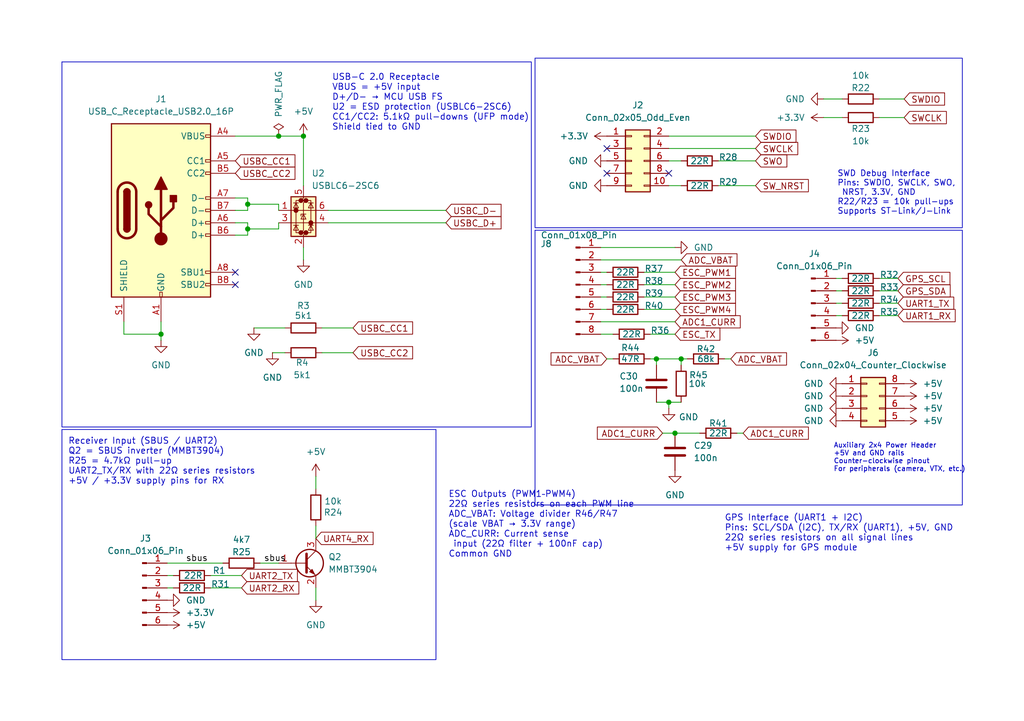
<source format=kicad_sch>
(kicad_sch
	(version 20250114)
	(generator "eeschema")
	(generator_version "9.0")
	(uuid "f222688a-e381-4598-b5b3-d5e26731caeb")
	(paper "A5")
	(title_block
		(title "MAVERICK 1.0 Connectors")
		(date "2025-09-05")
		(company "Itamar Dekel")
	)
	(lib_symbols
		(symbol "Connector:Conn_01x06_Pin"
			(pin_names
				(offset 1.016)
				(hide yes)
			)
			(exclude_from_sim no)
			(in_bom yes)
			(on_board yes)
			(property "Reference" "J"
				(at 0 7.62 0)
				(effects
					(font
						(size 1.27 1.27)
					)
				)
			)
			(property "Value" "Conn_01x06_Pin"
				(at 0 -10.16 0)
				(effects
					(font
						(size 1.27 1.27)
					)
				)
			)
			(property "Footprint" ""
				(at 0 0 0)
				(effects
					(font
						(size 1.27 1.27)
					)
					(hide yes)
				)
			)
			(property "Datasheet" "~"
				(at 0 0 0)
				(effects
					(font
						(size 1.27 1.27)
					)
					(hide yes)
				)
			)
			(property "Description" "Generic connector, single row, 01x06, script generated"
				(at 0 0 0)
				(effects
					(font
						(size 1.27 1.27)
					)
					(hide yes)
				)
			)
			(property "ki_locked" ""
				(at 0 0 0)
				(effects
					(font
						(size 1.27 1.27)
					)
				)
			)
			(property "ki_keywords" "connector"
				(at 0 0 0)
				(effects
					(font
						(size 1.27 1.27)
					)
					(hide yes)
				)
			)
			(property "ki_fp_filters" "Connector*:*_1x??_*"
				(at 0 0 0)
				(effects
					(font
						(size 1.27 1.27)
					)
					(hide yes)
				)
			)
			(symbol "Conn_01x06_Pin_1_1"
				(rectangle
					(start 0.8636 5.207)
					(end 0 4.953)
					(stroke
						(width 0.1524)
						(type default)
					)
					(fill
						(type outline)
					)
				)
				(rectangle
					(start 0.8636 2.667)
					(end 0 2.413)
					(stroke
						(width 0.1524)
						(type default)
					)
					(fill
						(type outline)
					)
				)
				(rectangle
					(start 0.8636 0.127)
					(end 0 -0.127)
					(stroke
						(width 0.1524)
						(type default)
					)
					(fill
						(type outline)
					)
				)
				(rectangle
					(start 0.8636 -2.413)
					(end 0 -2.667)
					(stroke
						(width 0.1524)
						(type default)
					)
					(fill
						(type outline)
					)
				)
				(rectangle
					(start 0.8636 -4.953)
					(end 0 -5.207)
					(stroke
						(width 0.1524)
						(type default)
					)
					(fill
						(type outline)
					)
				)
				(rectangle
					(start 0.8636 -7.493)
					(end 0 -7.747)
					(stroke
						(width 0.1524)
						(type default)
					)
					(fill
						(type outline)
					)
				)
				(polyline
					(pts
						(xy 1.27 5.08) (xy 0.8636 5.08)
					)
					(stroke
						(width 0.1524)
						(type default)
					)
					(fill
						(type none)
					)
				)
				(polyline
					(pts
						(xy 1.27 2.54) (xy 0.8636 2.54)
					)
					(stroke
						(width 0.1524)
						(type default)
					)
					(fill
						(type none)
					)
				)
				(polyline
					(pts
						(xy 1.27 0) (xy 0.8636 0)
					)
					(stroke
						(width 0.1524)
						(type default)
					)
					(fill
						(type none)
					)
				)
				(polyline
					(pts
						(xy 1.27 -2.54) (xy 0.8636 -2.54)
					)
					(stroke
						(width 0.1524)
						(type default)
					)
					(fill
						(type none)
					)
				)
				(polyline
					(pts
						(xy 1.27 -5.08) (xy 0.8636 -5.08)
					)
					(stroke
						(width 0.1524)
						(type default)
					)
					(fill
						(type none)
					)
				)
				(polyline
					(pts
						(xy 1.27 -7.62) (xy 0.8636 -7.62)
					)
					(stroke
						(width 0.1524)
						(type default)
					)
					(fill
						(type none)
					)
				)
				(pin passive line
					(at 5.08 5.08 180)
					(length 3.81)
					(name "Pin_1"
						(effects
							(font
								(size 1.27 1.27)
							)
						)
					)
					(number "1"
						(effects
							(font
								(size 1.27 1.27)
							)
						)
					)
				)
				(pin passive line
					(at 5.08 2.54 180)
					(length 3.81)
					(name "Pin_2"
						(effects
							(font
								(size 1.27 1.27)
							)
						)
					)
					(number "2"
						(effects
							(font
								(size 1.27 1.27)
							)
						)
					)
				)
				(pin passive line
					(at 5.08 0 180)
					(length 3.81)
					(name "Pin_3"
						(effects
							(font
								(size 1.27 1.27)
							)
						)
					)
					(number "3"
						(effects
							(font
								(size 1.27 1.27)
							)
						)
					)
				)
				(pin passive line
					(at 5.08 -2.54 180)
					(length 3.81)
					(name "Pin_4"
						(effects
							(font
								(size 1.27 1.27)
							)
						)
					)
					(number "4"
						(effects
							(font
								(size 1.27 1.27)
							)
						)
					)
				)
				(pin passive line
					(at 5.08 -5.08 180)
					(length 3.81)
					(name "Pin_5"
						(effects
							(font
								(size 1.27 1.27)
							)
						)
					)
					(number "5"
						(effects
							(font
								(size 1.27 1.27)
							)
						)
					)
				)
				(pin passive line
					(at 5.08 -7.62 180)
					(length 3.81)
					(name "Pin_6"
						(effects
							(font
								(size 1.27 1.27)
							)
						)
					)
					(number "6"
						(effects
							(font
								(size 1.27 1.27)
							)
						)
					)
				)
			)
			(embedded_fonts no)
		)
		(symbol "Connector:Conn_01x08_Pin"
			(pin_names
				(offset 1.016)
				(hide yes)
			)
			(exclude_from_sim no)
			(in_bom yes)
			(on_board yes)
			(property "Reference" "J"
				(at 0 10.16 0)
				(effects
					(font
						(size 1.27 1.27)
					)
				)
			)
			(property "Value" "Conn_01x08_Pin"
				(at 0 -12.7 0)
				(effects
					(font
						(size 1.27 1.27)
					)
				)
			)
			(property "Footprint" ""
				(at 0 0 0)
				(effects
					(font
						(size 1.27 1.27)
					)
					(hide yes)
				)
			)
			(property "Datasheet" "~"
				(at 0 0 0)
				(effects
					(font
						(size 1.27 1.27)
					)
					(hide yes)
				)
			)
			(property "Description" "Generic connector, single row, 01x08, script generated"
				(at 0 0 0)
				(effects
					(font
						(size 1.27 1.27)
					)
					(hide yes)
				)
			)
			(property "ki_locked" ""
				(at 0 0 0)
				(effects
					(font
						(size 1.27 1.27)
					)
				)
			)
			(property "ki_keywords" "connector"
				(at 0 0 0)
				(effects
					(font
						(size 1.27 1.27)
					)
					(hide yes)
				)
			)
			(property "ki_fp_filters" "Connector*:*_1x??_*"
				(at 0 0 0)
				(effects
					(font
						(size 1.27 1.27)
					)
					(hide yes)
				)
			)
			(symbol "Conn_01x08_Pin_1_1"
				(rectangle
					(start 0.8636 7.747)
					(end 0 7.493)
					(stroke
						(width 0.1524)
						(type default)
					)
					(fill
						(type outline)
					)
				)
				(rectangle
					(start 0.8636 5.207)
					(end 0 4.953)
					(stroke
						(width 0.1524)
						(type default)
					)
					(fill
						(type outline)
					)
				)
				(rectangle
					(start 0.8636 2.667)
					(end 0 2.413)
					(stroke
						(width 0.1524)
						(type default)
					)
					(fill
						(type outline)
					)
				)
				(rectangle
					(start 0.8636 0.127)
					(end 0 -0.127)
					(stroke
						(width 0.1524)
						(type default)
					)
					(fill
						(type outline)
					)
				)
				(rectangle
					(start 0.8636 -2.413)
					(end 0 -2.667)
					(stroke
						(width 0.1524)
						(type default)
					)
					(fill
						(type outline)
					)
				)
				(rectangle
					(start 0.8636 -4.953)
					(end 0 -5.207)
					(stroke
						(width 0.1524)
						(type default)
					)
					(fill
						(type outline)
					)
				)
				(rectangle
					(start 0.8636 -7.493)
					(end 0 -7.747)
					(stroke
						(width 0.1524)
						(type default)
					)
					(fill
						(type outline)
					)
				)
				(rectangle
					(start 0.8636 -10.033)
					(end 0 -10.287)
					(stroke
						(width 0.1524)
						(type default)
					)
					(fill
						(type outline)
					)
				)
				(polyline
					(pts
						(xy 1.27 7.62) (xy 0.8636 7.62)
					)
					(stroke
						(width 0.1524)
						(type default)
					)
					(fill
						(type none)
					)
				)
				(polyline
					(pts
						(xy 1.27 5.08) (xy 0.8636 5.08)
					)
					(stroke
						(width 0.1524)
						(type default)
					)
					(fill
						(type none)
					)
				)
				(polyline
					(pts
						(xy 1.27 2.54) (xy 0.8636 2.54)
					)
					(stroke
						(width 0.1524)
						(type default)
					)
					(fill
						(type none)
					)
				)
				(polyline
					(pts
						(xy 1.27 0) (xy 0.8636 0)
					)
					(stroke
						(width 0.1524)
						(type default)
					)
					(fill
						(type none)
					)
				)
				(polyline
					(pts
						(xy 1.27 -2.54) (xy 0.8636 -2.54)
					)
					(stroke
						(width 0.1524)
						(type default)
					)
					(fill
						(type none)
					)
				)
				(polyline
					(pts
						(xy 1.27 -5.08) (xy 0.8636 -5.08)
					)
					(stroke
						(width 0.1524)
						(type default)
					)
					(fill
						(type none)
					)
				)
				(polyline
					(pts
						(xy 1.27 -7.62) (xy 0.8636 -7.62)
					)
					(stroke
						(width 0.1524)
						(type default)
					)
					(fill
						(type none)
					)
				)
				(polyline
					(pts
						(xy 1.27 -10.16) (xy 0.8636 -10.16)
					)
					(stroke
						(width 0.1524)
						(type default)
					)
					(fill
						(type none)
					)
				)
				(pin passive line
					(at 5.08 7.62 180)
					(length 3.81)
					(name "Pin_1"
						(effects
							(font
								(size 1.27 1.27)
							)
						)
					)
					(number "1"
						(effects
							(font
								(size 1.27 1.27)
							)
						)
					)
				)
				(pin passive line
					(at 5.08 5.08 180)
					(length 3.81)
					(name "Pin_2"
						(effects
							(font
								(size 1.27 1.27)
							)
						)
					)
					(number "2"
						(effects
							(font
								(size 1.27 1.27)
							)
						)
					)
				)
				(pin passive line
					(at 5.08 2.54 180)
					(length 3.81)
					(name "Pin_3"
						(effects
							(font
								(size 1.27 1.27)
							)
						)
					)
					(number "3"
						(effects
							(font
								(size 1.27 1.27)
							)
						)
					)
				)
				(pin passive line
					(at 5.08 0 180)
					(length 3.81)
					(name "Pin_4"
						(effects
							(font
								(size 1.27 1.27)
							)
						)
					)
					(number "4"
						(effects
							(font
								(size 1.27 1.27)
							)
						)
					)
				)
				(pin passive line
					(at 5.08 -2.54 180)
					(length 3.81)
					(name "Pin_5"
						(effects
							(font
								(size 1.27 1.27)
							)
						)
					)
					(number "5"
						(effects
							(font
								(size 1.27 1.27)
							)
						)
					)
				)
				(pin passive line
					(at 5.08 -5.08 180)
					(length 3.81)
					(name "Pin_6"
						(effects
							(font
								(size 1.27 1.27)
							)
						)
					)
					(number "6"
						(effects
							(font
								(size 1.27 1.27)
							)
						)
					)
				)
				(pin passive line
					(at 5.08 -7.62 180)
					(length 3.81)
					(name "Pin_7"
						(effects
							(font
								(size 1.27 1.27)
							)
						)
					)
					(number "7"
						(effects
							(font
								(size 1.27 1.27)
							)
						)
					)
				)
				(pin passive line
					(at 5.08 -10.16 180)
					(length 3.81)
					(name "Pin_8"
						(effects
							(font
								(size 1.27 1.27)
							)
						)
					)
					(number "8"
						(effects
							(font
								(size 1.27 1.27)
							)
						)
					)
				)
			)
			(embedded_fonts no)
		)
		(symbol "Connector:USB_C_Receptacle_USB2.0_16P"
			(pin_names
				(offset 1.016)
			)
			(exclude_from_sim no)
			(in_bom yes)
			(on_board yes)
			(property "Reference" "J"
				(at 0 22.225 0)
				(effects
					(font
						(size 1.27 1.27)
					)
				)
			)
			(property "Value" "USB_C_Receptacle_USB2.0_16P"
				(at 0 19.685 0)
				(effects
					(font
						(size 1.27 1.27)
					)
				)
			)
			(property "Footprint" ""
				(at 3.81 0 0)
				(effects
					(font
						(size 1.27 1.27)
					)
					(hide yes)
				)
			)
			(property "Datasheet" "https://www.usb.org/sites/default/files/documents/usb_type-c.zip"
				(at 3.81 0 0)
				(effects
					(font
						(size 1.27 1.27)
					)
					(hide yes)
				)
			)
			(property "Description" "USB 2.0-only 16P Type-C Receptacle connector"
				(at 0 0 0)
				(effects
					(font
						(size 1.27 1.27)
					)
					(hide yes)
				)
			)
			(property "ki_keywords" "usb universal serial bus type-C USB2.0"
				(at 0 0 0)
				(effects
					(font
						(size 1.27 1.27)
					)
					(hide yes)
				)
			)
			(property "ki_fp_filters" "USB*C*Receptacle*"
				(at 0 0 0)
				(effects
					(font
						(size 1.27 1.27)
					)
					(hide yes)
				)
			)
			(symbol "USB_C_Receptacle_USB2.0_16P_0_0"
				(rectangle
					(start -0.254 -17.78)
					(end 0.254 -16.764)
					(stroke
						(width 0)
						(type default)
					)
					(fill
						(type none)
					)
				)
				(rectangle
					(start 10.16 15.494)
					(end 9.144 14.986)
					(stroke
						(width 0)
						(type default)
					)
					(fill
						(type none)
					)
				)
				(rectangle
					(start 10.16 10.414)
					(end 9.144 9.906)
					(stroke
						(width 0)
						(type default)
					)
					(fill
						(type none)
					)
				)
				(rectangle
					(start 10.16 7.874)
					(end 9.144 7.366)
					(stroke
						(width 0)
						(type default)
					)
					(fill
						(type none)
					)
				)
				(rectangle
					(start 10.16 2.794)
					(end 9.144 2.286)
					(stroke
						(width 0)
						(type default)
					)
					(fill
						(type none)
					)
				)
				(rectangle
					(start 10.16 0.254)
					(end 9.144 -0.254)
					(stroke
						(width 0)
						(type default)
					)
					(fill
						(type none)
					)
				)
				(rectangle
					(start 10.16 -2.286)
					(end 9.144 -2.794)
					(stroke
						(width 0)
						(type default)
					)
					(fill
						(type none)
					)
				)
				(rectangle
					(start 10.16 -4.826)
					(end 9.144 -5.334)
					(stroke
						(width 0)
						(type default)
					)
					(fill
						(type none)
					)
				)
				(rectangle
					(start 10.16 -12.446)
					(end 9.144 -12.954)
					(stroke
						(width 0)
						(type default)
					)
					(fill
						(type none)
					)
				)
				(rectangle
					(start 10.16 -14.986)
					(end 9.144 -15.494)
					(stroke
						(width 0)
						(type default)
					)
					(fill
						(type none)
					)
				)
			)
			(symbol "USB_C_Receptacle_USB2.0_16P_0_1"
				(rectangle
					(start -10.16 17.78)
					(end 10.16 -17.78)
					(stroke
						(width 0.254)
						(type default)
					)
					(fill
						(type background)
					)
				)
				(polyline
					(pts
						(xy -8.89 -3.81) (xy -8.89 3.81)
					)
					(stroke
						(width 0.508)
						(type default)
					)
					(fill
						(type none)
					)
				)
				(rectangle
					(start -7.62 -3.81)
					(end -6.35 3.81)
					(stroke
						(width 0.254)
						(type default)
					)
					(fill
						(type outline)
					)
				)
				(arc
					(start -7.62 3.81)
					(mid -6.985 4.4423)
					(end -6.35 3.81)
					(stroke
						(width 0.254)
						(type default)
					)
					(fill
						(type none)
					)
				)
				(arc
					(start -7.62 3.81)
					(mid -6.985 4.4423)
					(end -6.35 3.81)
					(stroke
						(width 0.254)
						(type default)
					)
					(fill
						(type outline)
					)
				)
				(arc
					(start -8.89 3.81)
					(mid -6.985 5.7067)
					(end -5.08 3.81)
					(stroke
						(width 0.508)
						(type default)
					)
					(fill
						(type none)
					)
				)
				(arc
					(start -5.08 -3.81)
					(mid -6.985 -5.7067)
					(end -8.89 -3.81)
					(stroke
						(width 0.508)
						(type default)
					)
					(fill
						(type none)
					)
				)
				(arc
					(start -6.35 -3.81)
					(mid -6.985 -4.4423)
					(end -7.62 -3.81)
					(stroke
						(width 0.254)
						(type default)
					)
					(fill
						(type none)
					)
				)
				(arc
					(start -6.35 -3.81)
					(mid -6.985 -4.4423)
					(end -7.62 -3.81)
					(stroke
						(width 0.254)
						(type default)
					)
					(fill
						(type outline)
					)
				)
				(polyline
					(pts
						(xy -5.08 3.81) (xy -5.08 -3.81)
					)
					(stroke
						(width 0.508)
						(type default)
					)
					(fill
						(type none)
					)
				)
				(circle
					(center -2.54 1.143)
					(radius 0.635)
					(stroke
						(width 0.254)
						(type default)
					)
					(fill
						(type outline)
					)
				)
				(polyline
					(pts
						(xy -1.27 4.318) (xy 0 6.858) (xy 1.27 4.318) (xy -1.27 4.318)
					)
					(stroke
						(width 0.254)
						(type default)
					)
					(fill
						(type outline)
					)
				)
				(polyline
					(pts
						(xy 0 -2.032) (xy 2.54 0.508) (xy 2.54 1.778)
					)
					(stroke
						(width 0.508)
						(type default)
					)
					(fill
						(type none)
					)
				)
				(polyline
					(pts
						(xy 0 -3.302) (xy -2.54 -0.762) (xy -2.54 0.508)
					)
					(stroke
						(width 0.508)
						(type default)
					)
					(fill
						(type none)
					)
				)
				(polyline
					(pts
						(xy 0 -5.842) (xy 0 4.318)
					)
					(stroke
						(width 0.508)
						(type default)
					)
					(fill
						(type none)
					)
				)
				(circle
					(center 0 -5.842)
					(radius 1.27)
					(stroke
						(width 0)
						(type default)
					)
					(fill
						(type outline)
					)
				)
				(rectangle
					(start 1.905 1.778)
					(end 3.175 3.048)
					(stroke
						(width 0.254)
						(type default)
					)
					(fill
						(type outline)
					)
				)
			)
			(symbol "USB_C_Receptacle_USB2.0_16P_1_1"
				(pin passive line
					(at -7.62 -22.86 90)
					(length 5.08)
					(name "SHIELD"
						(effects
							(font
								(size 1.27 1.27)
							)
						)
					)
					(number "S1"
						(effects
							(font
								(size 1.27 1.27)
							)
						)
					)
				)
				(pin passive line
					(at 0 -22.86 90)
					(length 5.08)
					(name "GND"
						(effects
							(font
								(size 1.27 1.27)
							)
						)
					)
					(number "A1"
						(effects
							(font
								(size 1.27 1.27)
							)
						)
					)
				)
				(pin passive line
					(at 0 -22.86 90)
					(length 5.08)
					(hide yes)
					(name "GND"
						(effects
							(font
								(size 1.27 1.27)
							)
						)
					)
					(number "A12"
						(effects
							(font
								(size 1.27 1.27)
							)
						)
					)
				)
				(pin passive line
					(at 0 -22.86 90)
					(length 5.08)
					(hide yes)
					(name "GND"
						(effects
							(font
								(size 1.27 1.27)
							)
						)
					)
					(number "B1"
						(effects
							(font
								(size 1.27 1.27)
							)
						)
					)
				)
				(pin passive line
					(at 0 -22.86 90)
					(length 5.08)
					(hide yes)
					(name "GND"
						(effects
							(font
								(size 1.27 1.27)
							)
						)
					)
					(number "B12"
						(effects
							(font
								(size 1.27 1.27)
							)
						)
					)
				)
				(pin passive line
					(at 15.24 15.24 180)
					(length 5.08)
					(name "VBUS"
						(effects
							(font
								(size 1.27 1.27)
							)
						)
					)
					(number "A4"
						(effects
							(font
								(size 1.27 1.27)
							)
						)
					)
				)
				(pin passive line
					(at 15.24 15.24 180)
					(length 5.08)
					(hide yes)
					(name "VBUS"
						(effects
							(font
								(size 1.27 1.27)
							)
						)
					)
					(number "A9"
						(effects
							(font
								(size 1.27 1.27)
							)
						)
					)
				)
				(pin passive line
					(at 15.24 15.24 180)
					(length 5.08)
					(hide yes)
					(name "VBUS"
						(effects
							(font
								(size 1.27 1.27)
							)
						)
					)
					(number "B4"
						(effects
							(font
								(size 1.27 1.27)
							)
						)
					)
				)
				(pin passive line
					(at 15.24 15.24 180)
					(length 5.08)
					(hide yes)
					(name "VBUS"
						(effects
							(font
								(size 1.27 1.27)
							)
						)
					)
					(number "B9"
						(effects
							(font
								(size 1.27 1.27)
							)
						)
					)
				)
				(pin bidirectional line
					(at 15.24 10.16 180)
					(length 5.08)
					(name "CC1"
						(effects
							(font
								(size 1.27 1.27)
							)
						)
					)
					(number "A5"
						(effects
							(font
								(size 1.27 1.27)
							)
						)
					)
				)
				(pin bidirectional line
					(at 15.24 7.62 180)
					(length 5.08)
					(name "CC2"
						(effects
							(font
								(size 1.27 1.27)
							)
						)
					)
					(number "B5"
						(effects
							(font
								(size 1.27 1.27)
							)
						)
					)
				)
				(pin bidirectional line
					(at 15.24 2.54 180)
					(length 5.08)
					(name "D-"
						(effects
							(font
								(size 1.27 1.27)
							)
						)
					)
					(number "A7"
						(effects
							(font
								(size 1.27 1.27)
							)
						)
					)
				)
				(pin bidirectional line
					(at 15.24 0 180)
					(length 5.08)
					(name "D-"
						(effects
							(font
								(size 1.27 1.27)
							)
						)
					)
					(number "B7"
						(effects
							(font
								(size 1.27 1.27)
							)
						)
					)
				)
				(pin bidirectional line
					(at 15.24 -2.54 180)
					(length 5.08)
					(name "D+"
						(effects
							(font
								(size 1.27 1.27)
							)
						)
					)
					(number "A6"
						(effects
							(font
								(size 1.27 1.27)
							)
						)
					)
				)
				(pin bidirectional line
					(at 15.24 -5.08 180)
					(length 5.08)
					(name "D+"
						(effects
							(font
								(size 1.27 1.27)
							)
						)
					)
					(number "B6"
						(effects
							(font
								(size 1.27 1.27)
							)
						)
					)
				)
				(pin bidirectional line
					(at 15.24 -12.7 180)
					(length 5.08)
					(name "SBU1"
						(effects
							(font
								(size 1.27 1.27)
							)
						)
					)
					(number "A8"
						(effects
							(font
								(size 1.27 1.27)
							)
						)
					)
				)
				(pin bidirectional line
					(at 15.24 -15.24 180)
					(length 5.08)
					(name "SBU2"
						(effects
							(font
								(size 1.27 1.27)
							)
						)
					)
					(number "B8"
						(effects
							(font
								(size 1.27 1.27)
							)
						)
					)
				)
			)
			(embedded_fonts no)
		)
		(symbol "Connector_Generic:Conn_02x04_Counter_Clockwise"
			(pin_names
				(offset 1.016)
				(hide yes)
			)
			(exclude_from_sim no)
			(in_bom yes)
			(on_board yes)
			(property "Reference" "J"
				(at 1.27 5.08 0)
				(effects
					(font
						(size 1.27 1.27)
					)
				)
			)
			(property "Value" "Conn_02x04_Counter_Clockwise"
				(at 1.27 -7.62 0)
				(effects
					(font
						(size 1.27 1.27)
					)
				)
			)
			(property "Footprint" ""
				(at 0 0 0)
				(effects
					(font
						(size 1.27 1.27)
					)
					(hide yes)
				)
			)
			(property "Datasheet" "~"
				(at 0 0 0)
				(effects
					(font
						(size 1.27 1.27)
					)
					(hide yes)
				)
			)
			(property "Description" "Generic connector, double row, 02x04, counter clockwise pin numbering scheme (similar to DIP package numbering), script generated (kicad-library-utils/schlib/autogen/connector/)"
				(at 0 0 0)
				(effects
					(font
						(size 1.27 1.27)
					)
					(hide yes)
				)
			)
			(property "ki_keywords" "connector"
				(at 0 0 0)
				(effects
					(font
						(size 1.27 1.27)
					)
					(hide yes)
				)
			)
			(property "ki_fp_filters" "Connector*:*_2x??_*"
				(at 0 0 0)
				(effects
					(font
						(size 1.27 1.27)
					)
					(hide yes)
				)
			)
			(symbol "Conn_02x04_Counter_Clockwise_1_1"
				(rectangle
					(start -1.27 3.81)
					(end 3.81 -6.35)
					(stroke
						(width 0.254)
						(type default)
					)
					(fill
						(type background)
					)
				)
				(rectangle
					(start -1.27 2.667)
					(end 0 2.413)
					(stroke
						(width 0.1524)
						(type default)
					)
					(fill
						(type none)
					)
				)
				(rectangle
					(start -1.27 0.127)
					(end 0 -0.127)
					(stroke
						(width 0.1524)
						(type default)
					)
					(fill
						(type none)
					)
				)
				(rectangle
					(start -1.27 -2.413)
					(end 0 -2.667)
					(stroke
						(width 0.1524)
						(type default)
					)
					(fill
						(type none)
					)
				)
				(rectangle
					(start -1.27 -4.953)
					(end 0 -5.207)
					(stroke
						(width 0.1524)
						(type default)
					)
					(fill
						(type none)
					)
				)
				(rectangle
					(start 3.81 2.667)
					(end 2.54 2.413)
					(stroke
						(width 0.1524)
						(type default)
					)
					(fill
						(type none)
					)
				)
				(rectangle
					(start 3.81 0.127)
					(end 2.54 -0.127)
					(stroke
						(width 0.1524)
						(type default)
					)
					(fill
						(type none)
					)
				)
				(rectangle
					(start 3.81 -2.413)
					(end 2.54 -2.667)
					(stroke
						(width 0.1524)
						(type default)
					)
					(fill
						(type none)
					)
				)
				(rectangle
					(start 3.81 -4.953)
					(end 2.54 -5.207)
					(stroke
						(width 0.1524)
						(type default)
					)
					(fill
						(type none)
					)
				)
				(pin passive line
					(at -5.08 2.54 0)
					(length 3.81)
					(name "Pin_1"
						(effects
							(font
								(size 1.27 1.27)
							)
						)
					)
					(number "1"
						(effects
							(font
								(size 1.27 1.27)
							)
						)
					)
				)
				(pin passive line
					(at -5.08 0 0)
					(length 3.81)
					(name "Pin_2"
						(effects
							(font
								(size 1.27 1.27)
							)
						)
					)
					(number "2"
						(effects
							(font
								(size 1.27 1.27)
							)
						)
					)
				)
				(pin passive line
					(at -5.08 -2.54 0)
					(length 3.81)
					(name "Pin_3"
						(effects
							(font
								(size 1.27 1.27)
							)
						)
					)
					(number "3"
						(effects
							(font
								(size 1.27 1.27)
							)
						)
					)
				)
				(pin passive line
					(at -5.08 -5.08 0)
					(length 3.81)
					(name "Pin_4"
						(effects
							(font
								(size 1.27 1.27)
							)
						)
					)
					(number "4"
						(effects
							(font
								(size 1.27 1.27)
							)
						)
					)
				)
				(pin passive line
					(at 7.62 2.54 180)
					(length 3.81)
					(name "Pin_8"
						(effects
							(font
								(size 1.27 1.27)
							)
						)
					)
					(number "8"
						(effects
							(font
								(size 1.27 1.27)
							)
						)
					)
				)
				(pin passive line
					(at 7.62 0 180)
					(length 3.81)
					(name "Pin_7"
						(effects
							(font
								(size 1.27 1.27)
							)
						)
					)
					(number "7"
						(effects
							(font
								(size 1.27 1.27)
							)
						)
					)
				)
				(pin passive line
					(at 7.62 -2.54 180)
					(length 3.81)
					(name "Pin_6"
						(effects
							(font
								(size 1.27 1.27)
							)
						)
					)
					(number "6"
						(effects
							(font
								(size 1.27 1.27)
							)
						)
					)
				)
				(pin passive line
					(at 7.62 -5.08 180)
					(length 3.81)
					(name "Pin_5"
						(effects
							(font
								(size 1.27 1.27)
							)
						)
					)
					(number "5"
						(effects
							(font
								(size 1.27 1.27)
							)
						)
					)
				)
			)
			(embedded_fonts no)
		)
		(symbol "Connector_Generic:Conn_02x05_Odd_Even"
			(pin_names
				(offset 1.016)
				(hide yes)
			)
			(exclude_from_sim no)
			(in_bom yes)
			(on_board yes)
			(property "Reference" "J"
				(at 1.27 7.62 0)
				(effects
					(font
						(size 1.27 1.27)
					)
				)
			)
			(property "Value" "Conn_02x05_Odd_Even"
				(at 1.27 -7.62 0)
				(effects
					(font
						(size 1.27 1.27)
					)
				)
			)
			(property "Footprint" ""
				(at 0 0 0)
				(effects
					(font
						(size 1.27 1.27)
					)
					(hide yes)
				)
			)
			(property "Datasheet" "~"
				(at 0 0 0)
				(effects
					(font
						(size 1.27 1.27)
					)
					(hide yes)
				)
			)
			(property "Description" "Generic connector, double row, 02x05, odd/even pin numbering scheme (row 1 odd numbers, row 2 even numbers), script generated (kicad-library-utils/schlib/autogen/connector/)"
				(at 0 0 0)
				(effects
					(font
						(size 1.27 1.27)
					)
					(hide yes)
				)
			)
			(property "ki_keywords" "connector"
				(at 0 0 0)
				(effects
					(font
						(size 1.27 1.27)
					)
					(hide yes)
				)
			)
			(property "ki_fp_filters" "Connector*:*_2x??_*"
				(at 0 0 0)
				(effects
					(font
						(size 1.27 1.27)
					)
					(hide yes)
				)
			)
			(symbol "Conn_02x05_Odd_Even_1_1"
				(rectangle
					(start -1.27 6.35)
					(end 3.81 -6.35)
					(stroke
						(width 0.254)
						(type default)
					)
					(fill
						(type background)
					)
				)
				(rectangle
					(start -1.27 5.207)
					(end 0 4.953)
					(stroke
						(width 0.1524)
						(type default)
					)
					(fill
						(type none)
					)
				)
				(rectangle
					(start -1.27 2.667)
					(end 0 2.413)
					(stroke
						(width 0.1524)
						(type default)
					)
					(fill
						(type none)
					)
				)
				(rectangle
					(start -1.27 0.127)
					(end 0 -0.127)
					(stroke
						(width 0.1524)
						(type default)
					)
					(fill
						(type none)
					)
				)
				(rectangle
					(start -1.27 -2.413)
					(end 0 -2.667)
					(stroke
						(width 0.1524)
						(type default)
					)
					(fill
						(type none)
					)
				)
				(rectangle
					(start -1.27 -4.953)
					(end 0 -5.207)
					(stroke
						(width 0.1524)
						(type default)
					)
					(fill
						(type none)
					)
				)
				(rectangle
					(start 3.81 5.207)
					(end 2.54 4.953)
					(stroke
						(width 0.1524)
						(type default)
					)
					(fill
						(type none)
					)
				)
				(rectangle
					(start 3.81 2.667)
					(end 2.54 2.413)
					(stroke
						(width 0.1524)
						(type default)
					)
					(fill
						(type none)
					)
				)
				(rectangle
					(start 3.81 0.127)
					(end 2.54 -0.127)
					(stroke
						(width 0.1524)
						(type default)
					)
					(fill
						(type none)
					)
				)
				(rectangle
					(start 3.81 -2.413)
					(end 2.54 -2.667)
					(stroke
						(width 0.1524)
						(type default)
					)
					(fill
						(type none)
					)
				)
				(rectangle
					(start 3.81 -4.953)
					(end 2.54 -5.207)
					(stroke
						(width 0.1524)
						(type default)
					)
					(fill
						(type none)
					)
				)
				(pin passive line
					(at -5.08 5.08 0)
					(length 3.81)
					(name "Pin_1"
						(effects
							(font
								(size 1.27 1.27)
							)
						)
					)
					(number "1"
						(effects
							(font
								(size 1.27 1.27)
							)
						)
					)
				)
				(pin passive line
					(at -5.08 2.54 0)
					(length 3.81)
					(name "Pin_3"
						(effects
							(font
								(size 1.27 1.27)
							)
						)
					)
					(number "3"
						(effects
							(font
								(size 1.27 1.27)
							)
						)
					)
				)
				(pin passive line
					(at -5.08 0 0)
					(length 3.81)
					(name "Pin_5"
						(effects
							(font
								(size 1.27 1.27)
							)
						)
					)
					(number "5"
						(effects
							(font
								(size 1.27 1.27)
							)
						)
					)
				)
				(pin passive line
					(at -5.08 -2.54 0)
					(length 3.81)
					(name "Pin_7"
						(effects
							(font
								(size 1.27 1.27)
							)
						)
					)
					(number "7"
						(effects
							(font
								(size 1.27 1.27)
							)
						)
					)
				)
				(pin passive line
					(at -5.08 -5.08 0)
					(length 3.81)
					(name "Pin_9"
						(effects
							(font
								(size 1.27 1.27)
							)
						)
					)
					(number "9"
						(effects
							(font
								(size 1.27 1.27)
							)
						)
					)
				)
				(pin passive line
					(at 7.62 5.08 180)
					(length 3.81)
					(name "Pin_2"
						(effects
							(font
								(size 1.27 1.27)
							)
						)
					)
					(number "2"
						(effects
							(font
								(size 1.27 1.27)
							)
						)
					)
				)
				(pin passive line
					(at 7.62 2.54 180)
					(length 3.81)
					(name "Pin_4"
						(effects
							(font
								(size 1.27 1.27)
							)
						)
					)
					(number "4"
						(effects
							(font
								(size 1.27 1.27)
							)
						)
					)
				)
				(pin passive line
					(at 7.62 0 180)
					(length 3.81)
					(name "Pin_6"
						(effects
							(font
								(size 1.27 1.27)
							)
						)
					)
					(number "6"
						(effects
							(font
								(size 1.27 1.27)
							)
						)
					)
				)
				(pin passive line
					(at 7.62 -2.54 180)
					(length 3.81)
					(name "Pin_8"
						(effects
							(font
								(size 1.27 1.27)
							)
						)
					)
					(number "8"
						(effects
							(font
								(size 1.27 1.27)
							)
						)
					)
				)
				(pin passive line
					(at 7.62 -5.08 180)
					(length 3.81)
					(name "Pin_10"
						(effects
							(font
								(size 1.27 1.27)
							)
						)
					)
					(number "10"
						(effects
							(font
								(size 1.27 1.27)
							)
						)
					)
				)
			)
			(embedded_fonts no)
		)
		(symbol "Device:C"
			(pin_numbers
				(hide yes)
			)
			(pin_names
				(offset 0.254)
			)
			(exclude_from_sim no)
			(in_bom yes)
			(on_board yes)
			(property "Reference" "C"
				(at 0.635 2.54 0)
				(effects
					(font
						(size 1.27 1.27)
					)
					(justify left)
				)
			)
			(property "Value" "C"
				(at 0.635 -2.54 0)
				(effects
					(font
						(size 1.27 1.27)
					)
					(justify left)
				)
			)
			(property "Footprint" ""
				(at 0.9652 -3.81 0)
				(effects
					(font
						(size 1.27 1.27)
					)
					(hide yes)
				)
			)
			(property "Datasheet" "~"
				(at 0 0 0)
				(effects
					(font
						(size 1.27 1.27)
					)
					(hide yes)
				)
			)
			(property "Description" "Unpolarized capacitor"
				(at 0 0 0)
				(effects
					(font
						(size 1.27 1.27)
					)
					(hide yes)
				)
			)
			(property "ki_keywords" "cap capacitor"
				(at 0 0 0)
				(effects
					(font
						(size 1.27 1.27)
					)
					(hide yes)
				)
			)
			(property "ki_fp_filters" "C_*"
				(at 0 0 0)
				(effects
					(font
						(size 1.27 1.27)
					)
					(hide yes)
				)
			)
			(symbol "C_0_1"
				(polyline
					(pts
						(xy -2.032 0.762) (xy 2.032 0.762)
					)
					(stroke
						(width 0.508)
						(type default)
					)
					(fill
						(type none)
					)
				)
				(polyline
					(pts
						(xy -2.032 -0.762) (xy 2.032 -0.762)
					)
					(stroke
						(width 0.508)
						(type default)
					)
					(fill
						(type none)
					)
				)
			)
			(symbol "C_1_1"
				(pin passive line
					(at 0 3.81 270)
					(length 2.794)
					(name "~"
						(effects
							(font
								(size 1.27 1.27)
							)
						)
					)
					(number "1"
						(effects
							(font
								(size 1.27 1.27)
							)
						)
					)
				)
				(pin passive line
					(at 0 -3.81 90)
					(length 2.794)
					(name "~"
						(effects
							(font
								(size 1.27 1.27)
							)
						)
					)
					(number "2"
						(effects
							(font
								(size 1.27 1.27)
							)
						)
					)
				)
			)
			(embedded_fonts no)
		)
		(symbol "Device:R"
			(pin_numbers
				(hide yes)
			)
			(pin_names
				(offset 0)
			)
			(exclude_from_sim no)
			(in_bom yes)
			(on_board yes)
			(property "Reference" "R"
				(at 2.032 0 90)
				(effects
					(font
						(size 1.27 1.27)
					)
				)
			)
			(property "Value" "R"
				(at 0 0 90)
				(effects
					(font
						(size 1.27 1.27)
					)
				)
			)
			(property "Footprint" ""
				(at -1.778 0 90)
				(effects
					(font
						(size 1.27 1.27)
					)
					(hide yes)
				)
			)
			(property "Datasheet" "~"
				(at 0 0 0)
				(effects
					(font
						(size 1.27 1.27)
					)
					(hide yes)
				)
			)
			(property "Description" "Resistor"
				(at 0 0 0)
				(effects
					(font
						(size 1.27 1.27)
					)
					(hide yes)
				)
			)
			(property "ki_keywords" "R res resistor"
				(at 0 0 0)
				(effects
					(font
						(size 1.27 1.27)
					)
					(hide yes)
				)
			)
			(property "ki_fp_filters" "R_*"
				(at 0 0 0)
				(effects
					(font
						(size 1.27 1.27)
					)
					(hide yes)
				)
			)
			(symbol "R_0_1"
				(rectangle
					(start -1.016 -2.54)
					(end 1.016 2.54)
					(stroke
						(width 0.254)
						(type default)
					)
					(fill
						(type none)
					)
				)
			)
			(symbol "R_1_1"
				(pin passive line
					(at 0 3.81 270)
					(length 1.27)
					(name "~"
						(effects
							(font
								(size 1.27 1.27)
							)
						)
					)
					(number "1"
						(effects
							(font
								(size 1.27 1.27)
							)
						)
					)
				)
				(pin passive line
					(at 0 -3.81 90)
					(length 1.27)
					(name "~"
						(effects
							(font
								(size 1.27 1.27)
							)
						)
					)
					(number "2"
						(effects
							(font
								(size 1.27 1.27)
							)
						)
					)
				)
			)
			(embedded_fonts no)
		)
		(symbol "Power_Protection:USBLC6-2SC6"
			(pin_names
				(hide yes)
			)
			(exclude_from_sim no)
			(in_bom yes)
			(on_board yes)
			(property "Reference" "U"
				(at 0.635 5.715 0)
				(effects
					(font
						(size 1.27 1.27)
					)
					(justify left)
				)
			)
			(property "Value" "USBLC6-2SC6"
				(at 0.635 3.81 0)
				(effects
					(font
						(size 1.27 1.27)
					)
					(justify left)
				)
			)
			(property "Footprint" "Package_TO_SOT_SMD:SOT-23-6"
				(at 1.27 -6.35 0)
				(effects
					(font
						(size 1.27 1.27)
						(italic yes)
					)
					(justify left)
					(hide yes)
				)
			)
			(property "Datasheet" "https://www.st.com/resource/en/datasheet/usblc6-2.pdf"
				(at 1.27 -8.255 0)
				(effects
					(font
						(size 1.27 1.27)
					)
					(justify left)
					(hide yes)
				)
			)
			(property "Description" "Very low capacitance ESD protection diode, 2 data-line, SOT-23-6"
				(at 0 0 0)
				(effects
					(font
						(size 1.27 1.27)
					)
					(hide yes)
				)
			)
			(property "ki_keywords" "usb ethernet video"
				(at 0 0 0)
				(effects
					(font
						(size 1.27 1.27)
					)
					(hide yes)
				)
			)
			(property "ki_fp_filters" "SOT?23*"
				(at 0 0 0)
				(effects
					(font
						(size 1.27 1.27)
					)
					(hide yes)
				)
			)
			(symbol "USBLC6-2SC6_0_0"
				(circle
					(center -1.524 0)
					(radius 0.0001)
					(stroke
						(width 0.508)
						(type default)
					)
					(fill
						(type none)
					)
				)
				(circle
					(center -0.508 2.032)
					(radius 0.0001)
					(stroke
						(width 0.508)
						(type default)
					)
					(fill
						(type none)
					)
				)
				(circle
					(center -0.508 -4.572)
					(radius 0.0001)
					(stroke
						(width 0.508)
						(type default)
					)
					(fill
						(type none)
					)
				)
				(circle
					(center 0.508 2.032)
					(radius 0.0001)
					(stroke
						(width 0.508)
						(type default)
					)
					(fill
						(type none)
					)
				)
				(circle
					(center 0.508 -4.572)
					(radius 0.0001)
					(stroke
						(width 0.508)
						(type default)
					)
					(fill
						(type none)
					)
				)
				(circle
					(center 1.524 -2.54)
					(radius 0.0001)
					(stroke
						(width 0.508)
						(type default)
					)
					(fill
						(type none)
					)
				)
			)
			(symbol "USBLC6-2SC6_0_1"
				(polyline
					(pts
						(xy -2.54 0) (xy 2.54 0)
					)
					(stroke
						(width 0)
						(type default)
					)
					(fill
						(type none)
					)
				)
				(polyline
					(pts
						(xy -2.54 -2.54) (xy 2.54 -2.54)
					)
					(stroke
						(width 0)
						(type default)
					)
					(fill
						(type none)
					)
				)
				(polyline
					(pts
						(xy -2.032 0.508) (xy -1.016 0.508) (xy -1.524 1.524) (xy -2.032 0.508)
					)
					(stroke
						(width 0)
						(type default)
					)
					(fill
						(type none)
					)
				)
				(polyline
					(pts
						(xy -2.032 -3.048) (xy -1.016 -3.048)
					)
					(stroke
						(width 0)
						(type default)
					)
					(fill
						(type none)
					)
				)
				(polyline
					(pts
						(xy -1.016 1.524) (xy -2.032 1.524)
					)
					(stroke
						(width 0)
						(type default)
					)
					(fill
						(type none)
					)
				)
				(polyline
					(pts
						(xy -1.016 -4.064) (xy -2.032 -4.064) (xy -1.524 -3.048) (xy -1.016 -4.064)
					)
					(stroke
						(width 0)
						(type default)
					)
					(fill
						(type none)
					)
				)
				(polyline
					(pts
						(xy -0.508 -1.143) (xy -0.508 -0.762) (xy 0.508 -0.762)
					)
					(stroke
						(width 0)
						(type default)
					)
					(fill
						(type none)
					)
				)
				(polyline
					(pts
						(xy 0 2.54) (xy -0.508 2.032) (xy 0.508 2.032) (xy 0 1.524) (xy 0 -4.064) (xy -0.508 -4.572) (xy 0.508 -4.572)
						(xy 0 -5.08)
					)
					(stroke
						(width 0)
						(type default)
					)
					(fill
						(type none)
					)
				)
				(polyline
					(pts
						(xy 0.508 -1.778) (xy -0.508 -1.778) (xy 0 -0.762) (xy 0.508 -1.778)
					)
					(stroke
						(width 0)
						(type default)
					)
					(fill
						(type none)
					)
				)
				(polyline
					(pts
						(xy 1.016 1.524) (xy 2.032 1.524)
					)
					(stroke
						(width 0)
						(type default)
					)
					(fill
						(type none)
					)
				)
				(polyline
					(pts
						(xy 1.016 -3.048) (xy 2.032 -3.048)
					)
					(stroke
						(width 0)
						(type default)
					)
					(fill
						(type none)
					)
				)
				(polyline
					(pts
						(xy 2.032 0.508) (xy 1.016 0.508) (xy 1.524 1.524) (xy 2.032 0.508)
					)
					(stroke
						(width 0)
						(type default)
					)
					(fill
						(type none)
					)
				)
				(polyline
					(pts
						(xy 2.032 -4.064) (xy 1.016 -4.064) (xy 1.524 -3.048) (xy 2.032 -4.064)
					)
					(stroke
						(width 0)
						(type default)
					)
					(fill
						(type none)
					)
				)
			)
			(symbol "USBLC6-2SC6_1_1"
				(rectangle
					(start -2.54 2.794)
					(end 2.54 -5.334)
					(stroke
						(width 0.254)
						(type default)
					)
					(fill
						(type background)
					)
				)
				(polyline
					(pts
						(xy -0.508 2.032) (xy -1.524 2.032) (xy -1.524 -4.572) (xy -0.508 -4.572)
					)
					(stroke
						(width 0)
						(type default)
					)
					(fill
						(type none)
					)
				)
				(polyline
					(pts
						(xy 0.508 -4.572) (xy 1.524 -4.572) (xy 1.524 2.032) (xy 0.508 2.032)
					)
					(stroke
						(width 0)
						(type default)
					)
					(fill
						(type none)
					)
				)
				(pin passive line
					(at -5.08 0 0)
					(length 2.54)
					(name "I/O1"
						(effects
							(font
								(size 1.27 1.27)
							)
						)
					)
					(number "1"
						(effects
							(font
								(size 1.27 1.27)
							)
						)
					)
				)
				(pin passive line
					(at -5.08 -2.54 0)
					(length 2.54)
					(name "I/O2"
						(effects
							(font
								(size 1.27 1.27)
							)
						)
					)
					(number "3"
						(effects
							(font
								(size 1.27 1.27)
							)
						)
					)
				)
				(pin passive line
					(at 0 5.08 270)
					(length 2.54)
					(name "VBUS"
						(effects
							(font
								(size 1.27 1.27)
							)
						)
					)
					(number "5"
						(effects
							(font
								(size 1.27 1.27)
							)
						)
					)
				)
				(pin passive line
					(at 0 -7.62 90)
					(length 2.54)
					(name "GND"
						(effects
							(font
								(size 1.27 1.27)
							)
						)
					)
					(number "2"
						(effects
							(font
								(size 1.27 1.27)
							)
						)
					)
				)
				(pin passive line
					(at 5.08 0 180)
					(length 2.54)
					(name "I/O1"
						(effects
							(font
								(size 1.27 1.27)
							)
						)
					)
					(number "6"
						(effects
							(font
								(size 1.27 1.27)
							)
						)
					)
				)
				(pin passive line
					(at 5.08 -2.54 180)
					(length 2.54)
					(name "I/O2"
						(effects
							(font
								(size 1.27 1.27)
							)
						)
					)
					(number "4"
						(effects
							(font
								(size 1.27 1.27)
							)
						)
					)
				)
			)
			(embedded_fonts no)
		)
		(symbol "Transistor_BJT:MMBT3904"
			(pin_names
				(offset 0)
				(hide yes)
			)
			(exclude_from_sim no)
			(in_bom yes)
			(on_board yes)
			(property "Reference" "Q"
				(at 5.08 1.905 0)
				(effects
					(font
						(size 1.27 1.27)
					)
					(justify left)
				)
			)
			(property "Value" "MMBT3904"
				(at 5.08 0 0)
				(effects
					(font
						(size 1.27 1.27)
					)
					(justify left)
				)
			)
			(property "Footprint" "Package_TO_SOT_SMD:SOT-23"
				(at 5.08 -1.905 0)
				(effects
					(font
						(size 1.27 1.27)
						(italic yes)
					)
					(justify left)
					(hide yes)
				)
			)
			(property "Datasheet" "https://www.onsemi.com/pdf/datasheet/pzt3904-d.pdf"
				(at 0 0 0)
				(effects
					(font
						(size 1.27 1.27)
					)
					(justify left)
					(hide yes)
				)
			)
			(property "Description" "0.2A Ic, 40V Vce, Small Signal NPN Transistor, SOT-23"
				(at 0 0 0)
				(effects
					(font
						(size 1.27 1.27)
					)
					(hide yes)
				)
			)
			(property "ki_keywords" "NPN Transistor"
				(at 0 0 0)
				(effects
					(font
						(size 1.27 1.27)
					)
					(hide yes)
				)
			)
			(property "ki_fp_filters" "SOT?23*"
				(at 0 0 0)
				(effects
					(font
						(size 1.27 1.27)
					)
					(hide yes)
				)
			)
			(symbol "MMBT3904_0_1"
				(polyline
					(pts
						(xy -2.54 0) (xy 0.635 0)
					)
					(stroke
						(width 0)
						(type default)
					)
					(fill
						(type none)
					)
				)
				(polyline
					(pts
						(xy 0.635 1.905) (xy 0.635 -1.905)
					)
					(stroke
						(width 0.508)
						(type default)
					)
					(fill
						(type none)
					)
				)
				(circle
					(center 1.27 0)
					(radius 2.8194)
					(stroke
						(width 0.254)
						(type default)
					)
					(fill
						(type none)
					)
				)
			)
			(symbol "MMBT3904_1_1"
				(polyline
					(pts
						(xy 0.635 0.635) (xy 2.54 2.54)
					)
					(stroke
						(width 0)
						(type default)
					)
					(fill
						(type none)
					)
				)
				(polyline
					(pts
						(xy 0.635 -0.635) (xy 2.54 -2.54)
					)
					(stroke
						(width 0)
						(type default)
					)
					(fill
						(type none)
					)
				)
				(polyline
					(pts
						(xy 1.27 -1.778) (xy 1.778 -1.27) (xy 2.286 -2.286) (xy 1.27 -1.778)
					)
					(stroke
						(width 0)
						(type default)
					)
					(fill
						(type outline)
					)
				)
				(pin input line
					(at -5.08 0 0)
					(length 2.54)
					(name "B"
						(effects
							(font
								(size 1.27 1.27)
							)
						)
					)
					(number "1"
						(effects
							(font
								(size 1.27 1.27)
							)
						)
					)
				)
				(pin passive line
					(at 2.54 5.08 270)
					(length 2.54)
					(name "C"
						(effects
							(font
								(size 1.27 1.27)
							)
						)
					)
					(number "3"
						(effects
							(font
								(size 1.27 1.27)
							)
						)
					)
				)
				(pin passive line
					(at 2.54 -5.08 90)
					(length 2.54)
					(name "E"
						(effects
							(font
								(size 1.27 1.27)
							)
						)
					)
					(number "2"
						(effects
							(font
								(size 1.27 1.27)
							)
						)
					)
				)
			)
			(embedded_fonts no)
		)
		(symbol "power:+3.3V"
			(power)
			(pin_numbers
				(hide yes)
			)
			(pin_names
				(offset 0)
				(hide yes)
			)
			(exclude_from_sim no)
			(in_bom yes)
			(on_board yes)
			(property "Reference" "#PWR"
				(at 0 -3.81 0)
				(effects
					(font
						(size 1.27 1.27)
					)
					(hide yes)
				)
			)
			(property "Value" "+3.3V"
				(at 0 3.556 0)
				(effects
					(font
						(size 1.27 1.27)
					)
				)
			)
			(property "Footprint" ""
				(at 0 0 0)
				(effects
					(font
						(size 1.27 1.27)
					)
					(hide yes)
				)
			)
			(property "Datasheet" ""
				(at 0 0 0)
				(effects
					(font
						(size 1.27 1.27)
					)
					(hide yes)
				)
			)
			(property "Description" "Power symbol creates a global label with name \"+3.3V\""
				(at 0 0 0)
				(effects
					(font
						(size 1.27 1.27)
					)
					(hide yes)
				)
			)
			(property "ki_keywords" "global power"
				(at 0 0 0)
				(effects
					(font
						(size 1.27 1.27)
					)
					(hide yes)
				)
			)
			(symbol "+3.3V_0_1"
				(polyline
					(pts
						(xy -0.762 1.27) (xy 0 2.54)
					)
					(stroke
						(width 0)
						(type default)
					)
					(fill
						(type none)
					)
				)
				(polyline
					(pts
						(xy 0 2.54) (xy 0.762 1.27)
					)
					(stroke
						(width 0)
						(type default)
					)
					(fill
						(type none)
					)
				)
				(polyline
					(pts
						(xy 0 0) (xy 0 2.54)
					)
					(stroke
						(width 0)
						(type default)
					)
					(fill
						(type none)
					)
				)
			)
			(symbol "+3.3V_1_1"
				(pin power_in line
					(at 0 0 90)
					(length 0)
					(name "~"
						(effects
							(font
								(size 1.27 1.27)
							)
						)
					)
					(number "1"
						(effects
							(font
								(size 1.27 1.27)
							)
						)
					)
				)
			)
			(embedded_fonts no)
		)
		(symbol "power:+5V"
			(power)
			(pin_numbers
				(hide yes)
			)
			(pin_names
				(offset 0)
				(hide yes)
			)
			(exclude_from_sim no)
			(in_bom yes)
			(on_board yes)
			(property "Reference" "#PWR"
				(at 0 -3.81 0)
				(effects
					(font
						(size 1.27 1.27)
					)
					(hide yes)
				)
			)
			(property "Value" "+5V"
				(at 0 3.556 0)
				(effects
					(font
						(size 1.27 1.27)
					)
				)
			)
			(property "Footprint" ""
				(at 0 0 0)
				(effects
					(font
						(size 1.27 1.27)
					)
					(hide yes)
				)
			)
			(property "Datasheet" ""
				(at 0 0 0)
				(effects
					(font
						(size 1.27 1.27)
					)
					(hide yes)
				)
			)
			(property "Description" "Power symbol creates a global label with name \"+5V\""
				(at 0 0 0)
				(effects
					(font
						(size 1.27 1.27)
					)
					(hide yes)
				)
			)
			(property "ki_keywords" "global power"
				(at 0 0 0)
				(effects
					(font
						(size 1.27 1.27)
					)
					(hide yes)
				)
			)
			(symbol "+5V_0_1"
				(polyline
					(pts
						(xy -0.762 1.27) (xy 0 2.54)
					)
					(stroke
						(width 0)
						(type default)
					)
					(fill
						(type none)
					)
				)
				(polyline
					(pts
						(xy 0 2.54) (xy 0.762 1.27)
					)
					(stroke
						(width 0)
						(type default)
					)
					(fill
						(type none)
					)
				)
				(polyline
					(pts
						(xy 0 0) (xy 0 2.54)
					)
					(stroke
						(width 0)
						(type default)
					)
					(fill
						(type none)
					)
				)
			)
			(symbol "+5V_1_1"
				(pin power_in line
					(at 0 0 90)
					(length 0)
					(name "~"
						(effects
							(font
								(size 1.27 1.27)
							)
						)
					)
					(number "1"
						(effects
							(font
								(size 1.27 1.27)
							)
						)
					)
				)
			)
			(embedded_fonts no)
		)
		(symbol "power:GND"
			(power)
			(pin_numbers
				(hide yes)
			)
			(pin_names
				(offset 0)
				(hide yes)
			)
			(exclude_from_sim no)
			(in_bom yes)
			(on_board yes)
			(property "Reference" "#PWR"
				(at 0 -6.35 0)
				(effects
					(font
						(size 1.27 1.27)
					)
					(hide yes)
				)
			)
			(property "Value" "GND"
				(at 0 -3.81 0)
				(effects
					(font
						(size 1.27 1.27)
					)
				)
			)
			(property "Footprint" ""
				(at 0 0 0)
				(effects
					(font
						(size 1.27 1.27)
					)
					(hide yes)
				)
			)
			(property "Datasheet" ""
				(at 0 0 0)
				(effects
					(font
						(size 1.27 1.27)
					)
					(hide yes)
				)
			)
			(property "Description" "Power symbol creates a global label with name \"GND\" , ground"
				(at 0 0 0)
				(effects
					(font
						(size 1.27 1.27)
					)
					(hide yes)
				)
			)
			(property "ki_keywords" "global power"
				(at 0 0 0)
				(effects
					(font
						(size 1.27 1.27)
					)
					(hide yes)
				)
			)
			(symbol "GND_0_1"
				(polyline
					(pts
						(xy 0 0) (xy 0 -1.27) (xy 1.27 -1.27) (xy 0 -2.54) (xy -1.27 -1.27) (xy 0 -1.27)
					)
					(stroke
						(width 0)
						(type default)
					)
					(fill
						(type none)
					)
				)
			)
			(symbol "GND_1_1"
				(pin power_in line
					(at 0 0 270)
					(length 0)
					(name "~"
						(effects
							(font
								(size 1.27 1.27)
							)
						)
					)
					(number "1"
						(effects
							(font
								(size 1.27 1.27)
							)
						)
					)
				)
			)
			(embedded_fonts no)
		)
		(symbol "power:PWR_FLAG"
			(power)
			(pin_numbers
				(hide yes)
			)
			(pin_names
				(offset 0)
				(hide yes)
			)
			(exclude_from_sim no)
			(in_bom yes)
			(on_board yes)
			(property "Reference" "#FLG"
				(at 0 1.905 0)
				(effects
					(font
						(size 1.27 1.27)
					)
					(hide yes)
				)
			)
			(property "Value" "PWR_FLAG"
				(at 0 3.81 0)
				(effects
					(font
						(size 1.27 1.27)
					)
				)
			)
			(property "Footprint" ""
				(at 0 0 0)
				(effects
					(font
						(size 1.27 1.27)
					)
					(hide yes)
				)
			)
			(property "Datasheet" "~"
				(at 0 0 0)
				(effects
					(font
						(size 1.27 1.27)
					)
					(hide yes)
				)
			)
			(property "Description" "Special symbol for telling ERC where power comes from"
				(at 0 0 0)
				(effects
					(font
						(size 1.27 1.27)
					)
					(hide yes)
				)
			)
			(property "ki_keywords" "flag power"
				(at 0 0 0)
				(effects
					(font
						(size 1.27 1.27)
					)
					(hide yes)
				)
			)
			(symbol "PWR_FLAG_0_0"
				(pin power_out line
					(at 0 0 90)
					(length 0)
					(name "~"
						(effects
							(font
								(size 1.27 1.27)
							)
						)
					)
					(number "1"
						(effects
							(font
								(size 1.27 1.27)
							)
						)
					)
				)
			)
			(symbol "PWR_FLAG_0_1"
				(polyline
					(pts
						(xy 0 0) (xy 0 1.27) (xy -1.016 1.905) (xy 0 2.54) (xy 1.016 1.905) (xy 0 1.27)
					)
					(stroke
						(width 0)
						(type default)
					)
					(fill
						(type none)
					)
				)
			)
			(embedded_fonts no)
		)
	)
	(rectangle
		(start 109.728 47.244)
		(end 197.358 103.632)
		(stroke
			(width 0)
			(type default)
		)
		(fill
			(type none)
		)
		(uuid 2d6e7e1b-c0db-4692-9343-c89d5c55ca2e)
	)
	(rectangle
		(start 12.7 12.7)
		(end 108.966 87.63)
		(stroke
			(width 0)
			(type default)
		)
		(fill
			(type none)
		)
		(uuid 32a13c26-ba67-42c9-a53e-4d2ddfdbc3f8)
	)
	(rectangle
		(start 109.728 11.938)
		(end 197.358 46.736)
		(stroke
			(width 0)
			(type default)
		)
		(fill
			(type none)
		)
		(uuid 3d03bacd-31b1-4cc1-9086-d6f80729d832)
	)
	(rectangle
		(start 12.7 88.138)
		(end 89.408 135.382)
		(stroke
			(width 0)
			(type default)
		)
		(fill
			(type none)
		)
		(uuid 44c84241-0365-407f-bfc3-49c95111a12c)
	)
	(text "GPS Interface (UART1 + I2C)\nPins: SCL/SDA (I2C), TX/RX (UART1), +5V, GND\n22Ω series resistors on all signal lines\n+5V supply for GPS module"
		(exclude_from_sim no)
		(at 148.59 109.474 0)
		(effects
			(font
				(size 1.27 1.27)
			)
			(justify left)
		)
		(uuid "0299afaf-c46b-402a-844e-01e88feb2cb4")
	)
	(text "SWD Debug Interface\nPins: SWDIO, SWCLK, SWO,\n NRST, 3.3V, GND\nR22/R23 = 10k pull-ups\nSupports ST-Link/J-Link\n"
		(exclude_from_sim no)
		(at 171.704 39.624 0)
		(effects
			(font
				(size 1.2 1.2)
			)
			(justify left)
		)
		(uuid "02b8eef0-68e1-4d4d-895e-1c993532cb26")
	)
	(text "ESC Outputs (PWM1–PWM4)\n22Ω series resistors on each PWM line\nADC_VBAT: Voltage divider R46/R47 \n(scale VBAT → 3.3V range)\nADC_CURR: Current sense\n input (22Ω filter + 100nF cap)\nCommon GND"
		(exclude_from_sim no)
		(at 91.948 107.696 0)
		(effects
			(font
				(size 1.27 1.27)
			)
			(justify left)
		)
		(uuid "6b2efe76-fb09-4b05-bef3-38b84a3fe382")
	)
	(text "Receiver Input (SBUS / UART2)\nQ2 = SBUS inverter (MMBT3904)\nR25 = 4.7kΩ pull-up\nUART2_TX/RX with 22Ω series resistors\n+5V / +3.3V supply pins for RX"
		(exclude_from_sim no)
		(at 13.97 94.742 0)
		(effects
			(font
				(size 1.27 1.27)
			)
			(justify left)
		)
		(uuid "86167ded-7302-46a6-981b-bb6eee9fc4e6")
	)
	(text "USB-C 2.0 Receptacle\nVBUS = +5V input\nD+/D- → MCU USB FS\nU2 = ESD protection (USBLC6-2SC6)\nCC1/CC2: 5.1kΩ pull-downs (UFP mode)\nShield tied to GND"
		(exclude_from_sim no)
		(at 68.072 21.082 0)
		(effects
			(font
				(size 1.27 1.27)
			)
			(justify left)
		)
		(uuid "aefdf186-cb92-4798-abf2-ba327bd426f3")
	)
	(text "Auxiliary 2x4 Power Header\n+5V and GND rails\nCounter-clockwise pinout\nFor peripherals (camera, VTX, etc.)"
		(exclude_from_sim no)
		(at 170.942 93.98 0)
		(effects
			(font
				(size 1 1)
			)
			(justify left)
		)
		(uuid "cd769fb4-392a-4db1-b83f-9e5e32c4a8c8")
	)
	(junction
		(at 62.23 27.94)
		(diameter 0)
		(color 0 0 0 0)
		(uuid "131d6d29-2d52-4905-a437-4cea41a052ef")
	)
	(junction
		(at 50.8 46.99)
		(diameter 0)
		(color 0 0 0 0)
		(uuid "19b131ef-f8c7-485b-9ddc-f853499e1123")
	)
	(junction
		(at 134.62 73.66)
		(diameter 0)
		(color 0 0 0 0)
		(uuid "209bf606-cf0b-46f9-8557-d5f7f51625a6")
	)
	(junction
		(at 137.16 82.55)
		(diameter 0)
		(color 0 0 0 0)
		(uuid "2b033ed5-8192-4e12-ba06-08cbb4c5790a")
	)
	(junction
		(at 50.8 41.91)
		(diameter 0)
		(color 0 0 0 0)
		(uuid "59feed39-0b72-41ad-bf2b-69c95a406247")
	)
	(junction
		(at 57.15 27.94)
		(diameter 0)
		(color 0 0 0 0)
		(uuid "a64f213c-2903-4ce8-b7a9-8e3da85e44af")
	)
	(junction
		(at 33.02 68.58)
		(diameter 0)
		(color 0 0 0 0)
		(uuid "be3eb3b4-27ca-47c3-8969-43e7285b8e3d")
	)
	(junction
		(at 138.43 88.9)
		(diameter 0)
		(color 0 0 0 0)
		(uuid "ea538654-48b8-4d7a-a841-fbb3bf875829")
	)
	(junction
		(at 139.7 73.66)
		(diameter 0)
		(color 0 0 0 0)
		(uuid "f393afec-1277-43c6-ba81-427de5121cce")
	)
	(no_connect
		(at 48.26 58.42)
		(uuid "2f4ecd7f-e326-4805-9655-a426aef4e19e")
	)
	(no_connect
		(at 48.26 55.88)
		(uuid "448f8d5c-b852-49f7-994d-9d604fed2971")
	)
	(no_connect
		(at 137.16 35.56)
		(uuid "8955c271-8ce9-4880-8a84-0c03212c3807")
	)
	(no_connect
		(at 124.46 30.48)
		(uuid "8b0b348a-7f53-42a6-9280-0966ed5629ac")
	)
	(no_connect
		(at 124.46 35.56)
		(uuid "8f48e46a-58bf-422d-9f57-c2cd976c3e70")
	)
	(wire
		(pts
			(xy 57.15 45.72) (xy 57.15 46.99)
		)
		(stroke
			(width 0)
			(type default)
		)
		(uuid "02f9baf2-3424-4ac7-8b6a-a776a1c96abb")
	)
	(wire
		(pts
			(xy 138.43 60.96) (xy 132.08 60.96)
		)
		(stroke
			(width 0)
			(type default)
		)
		(uuid "04190f51-8c2a-4060-b8da-596b8d9e434b")
	)
	(wire
		(pts
			(xy 50.8 41.91) (xy 50.8 43.18)
		)
		(stroke
			(width 0)
			(type default)
		)
		(uuid "0a85d5cf-628e-42c8-844d-1f045336584b")
	)
	(wire
		(pts
			(xy 148.59 73.66) (xy 149.86 73.66)
		)
		(stroke
			(width 0)
			(type default)
		)
		(uuid "132c8548-0f8b-4f2b-aac2-7476ba849d74")
	)
	(wire
		(pts
			(xy 123.19 55.88) (xy 124.46 55.88)
		)
		(stroke
			(width 0)
			(type default)
		)
		(uuid "18376799-2713-44f9-8ffb-315c7214a703")
	)
	(wire
		(pts
			(xy 48.26 27.94) (xy 57.15 27.94)
		)
		(stroke
			(width 0)
			(type default)
		)
		(uuid "1cc98b4c-f701-4d41-b975-64a7de72f471")
	)
	(wire
		(pts
			(xy 139.7 33.02) (xy 137.16 33.02)
		)
		(stroke
			(width 0)
			(type default)
		)
		(uuid "1f039f8f-a108-42e8-9d37-147aed41d645")
	)
	(wire
		(pts
			(xy 124.46 60.96) (xy 123.19 60.96)
		)
		(stroke
			(width 0)
			(type default)
		)
		(uuid "1f371d1c-4e10-482c-a566-009c9a02c845")
	)
	(wire
		(pts
			(xy 35.56 120.65) (xy 34.29 120.65)
		)
		(stroke
			(width 0)
			(type default)
		)
		(uuid "21162cac-9787-4092-9a9c-24b606bbf0ec")
	)
	(wire
		(pts
			(xy 67.31 45.72) (xy 91.44 45.72)
		)
		(stroke
			(width 0)
			(type default)
		)
		(uuid "212a972c-5599-46d5-b9a6-173544ecbb3a")
	)
	(wire
		(pts
			(xy 172.72 64.77) (xy 171.45 64.77)
		)
		(stroke
			(width 0)
			(type default)
		)
		(uuid "25a01f35-8fe6-45bd-a6a7-194ff9367b5b")
	)
	(wire
		(pts
			(xy 66.04 72.39) (xy 72.39 72.39)
		)
		(stroke
			(width 0)
			(type default)
		)
		(uuid "32116e86-bb8c-436d-a802-4f7810a50af3")
	)
	(wire
		(pts
			(xy 123.19 66.04) (xy 138.43 66.04)
		)
		(stroke
			(width 0)
			(type default)
		)
		(uuid "357b2b21-da95-483a-85cd-f86ad79b810d")
	)
	(wire
		(pts
			(xy 124.46 58.42) (xy 123.19 58.42)
		)
		(stroke
			(width 0)
			(type default)
		)
		(uuid "37001ef5-cfe6-4e17-ae3c-8e90f04a3fed")
	)
	(wire
		(pts
			(xy 154.94 38.1) (xy 147.32 38.1)
		)
		(stroke
			(width 0)
			(type default)
		)
		(uuid "3be4b28d-7a23-4850-8719-517f48ecce0b")
	)
	(wire
		(pts
			(xy 134.62 73.66) (xy 139.7 73.66)
		)
		(stroke
			(width 0)
			(type default)
		)
		(uuid "3fd2ffa9-fe92-4f50-af46-211c3eb29ac7")
	)
	(wire
		(pts
			(xy 49.53 120.65) (xy 43.18 120.65)
		)
		(stroke
			(width 0)
			(type default)
		)
		(uuid "45871eb5-ba03-442f-b538-d6e16d2509bc")
	)
	(wire
		(pts
			(xy 53.34 115.57) (xy 57.15 115.57)
		)
		(stroke
			(width 0)
			(type default)
		)
		(uuid "470c5fc5-8a80-4f95-8cee-ba24bc5d809f")
	)
	(wire
		(pts
			(xy 34.29 118.11) (xy 35.56 118.11)
		)
		(stroke
			(width 0)
			(type default)
		)
		(uuid "4d4de64a-923f-4f92-9b9b-c9c563fd2daa")
	)
	(wire
		(pts
			(xy 25.4 68.58) (xy 33.02 68.58)
		)
		(stroke
			(width 0)
			(type default)
		)
		(uuid "4f2ffad8-bbfc-4c4b-895b-e78e3fded49f")
	)
	(wire
		(pts
			(xy 134.62 73.66) (xy 134.62 74.93)
		)
		(stroke
			(width 0)
			(type default)
		)
		(uuid "57dccea5-f836-4868-9ff2-1e21abe193c5")
	)
	(wire
		(pts
			(xy 132.08 55.88) (xy 138.43 55.88)
		)
		(stroke
			(width 0)
			(type default)
		)
		(uuid "5d8e59f6-2211-4ef9-b38a-cc2d2e438f46")
	)
	(wire
		(pts
			(xy 52.07 67.31) (xy 58.42 67.31)
		)
		(stroke
			(width 0)
			(type default)
		)
		(uuid "5df140dd-ccc4-4750-bdbd-70f1299b91e2")
	)
	(wire
		(pts
			(xy 123.19 53.34) (xy 139.7 53.34)
		)
		(stroke
			(width 0)
			(type default)
		)
		(uuid "605bcb3b-8d37-49cf-8852-30fa10c98542")
	)
	(wire
		(pts
			(xy 62.23 50.8) (xy 62.23 53.34)
		)
		(stroke
			(width 0)
			(type default)
		)
		(uuid "651e7129-6955-46f9-823f-e50824e2413b")
	)
	(wire
		(pts
			(xy 48.26 43.18) (xy 50.8 43.18)
		)
		(stroke
			(width 0)
			(type default)
		)
		(uuid "6b4c00fe-7020-41e5-80d8-a09e9e14afcf")
	)
	(wire
		(pts
			(xy 138.43 58.42) (xy 132.08 58.42)
		)
		(stroke
			(width 0)
			(type default)
		)
		(uuid "73a5e66a-22b5-48f6-9822-29820bc67308")
	)
	(wire
		(pts
			(xy 184.15 64.77) (xy 180.34 64.77)
		)
		(stroke
			(width 0)
			(type default)
		)
		(uuid "783855e8-a5c7-4e58-8fd6-51800cc00708")
	)
	(wire
		(pts
			(xy 184.15 59.69) (xy 180.34 59.69)
		)
		(stroke
			(width 0)
			(type default)
		)
		(uuid "78ad6d94-0fa3-4b9a-a0f1-7dc530b36d69")
	)
	(wire
		(pts
			(xy 184.15 57.15) (xy 180.34 57.15)
		)
		(stroke
			(width 0)
			(type default)
		)
		(uuid "872884a1-0169-4350-bf13-9ab6c0ad60d8")
	)
	(wire
		(pts
			(xy 180.34 24.13) (xy 185.42 24.13)
		)
		(stroke
			(width 0)
			(type default)
		)
		(uuid "872db738-6ac6-4f58-aa0d-0d7c28286de2")
	)
	(wire
		(pts
			(xy 48.26 45.72) (xy 50.8 45.72)
		)
		(stroke
			(width 0)
			(type default)
		)
		(uuid "873c13be-3457-43ee-ab97-c9cbd276dc3b")
	)
	(wire
		(pts
			(xy 137.16 82.55) (xy 139.7 82.55)
		)
		(stroke
			(width 0)
			(type default)
		)
		(uuid "8b8dcfaa-f1f8-42f4-8943-33bc4c80dff6")
	)
	(wire
		(pts
			(xy 33.02 68.58) (xy 33.02 69.85)
		)
		(stroke
			(width 0)
			(type default)
		)
		(uuid "8f38fe8e-c1b3-4939-b7a9-7c1f73d6e8c5")
	)
	(wire
		(pts
			(xy 137.16 30.48) (xy 154.94 30.48)
		)
		(stroke
			(width 0)
			(type default)
		)
		(uuid "934ffdf3-913b-402b-8b56-bd21e2714197")
	)
	(wire
		(pts
			(xy 64.77 97.79) (xy 64.77 100.33)
		)
		(stroke
			(width 0)
			(type default)
		)
		(uuid "95ca3bd0-e1b4-4582-b59b-e82da0b78f09")
	)
	(wire
		(pts
			(xy 62.23 27.94) (xy 62.23 38.1)
		)
		(stroke
			(width 0)
			(type default)
		)
		(uuid "9cc80dbb-ee59-4a97-b95f-b93900928696")
	)
	(wire
		(pts
			(xy 151.13 88.9) (xy 152.4 88.9)
		)
		(stroke
			(width 0)
			(type default)
		)
		(uuid "a124107c-c274-49c2-9165-98938e25a79f")
	)
	(wire
		(pts
			(xy 133.35 73.66) (xy 134.62 73.66)
		)
		(stroke
			(width 0)
			(type default)
		)
		(uuid "a41cf242-cd93-47cf-b28c-3e50759de508")
	)
	(wire
		(pts
			(xy 25.4 66.04) (xy 25.4 68.58)
		)
		(stroke
			(width 0)
			(type default)
		)
		(uuid "a436b798-5434-4d53-ae81-582313499757")
	)
	(wire
		(pts
			(xy 55.88 72.39) (xy 58.42 72.39)
		)
		(stroke
			(width 0)
			(type default)
		)
		(uuid "aa21d3ac-cae7-4b9c-8ec6-c390efb902e2")
	)
	(wire
		(pts
			(xy 184.15 62.23) (xy 180.34 62.23)
		)
		(stroke
			(width 0)
			(type default)
		)
		(uuid "ac0f3ed8-54a7-4502-aa69-db376184fe3a")
	)
	(wire
		(pts
			(xy 135.89 88.9) (xy 138.43 88.9)
		)
		(stroke
			(width 0)
			(type default)
		)
		(uuid "ad00a27c-3634-48ae-9c7b-a10a07977c07")
	)
	(wire
		(pts
			(xy 172.72 62.23) (xy 171.45 62.23)
		)
		(stroke
			(width 0)
			(type default)
		)
		(uuid "aea8cfdb-b378-488f-8d4d-8898b8c3fbb1")
	)
	(wire
		(pts
			(xy 168.91 24.13) (xy 172.72 24.13)
		)
		(stroke
			(width 0)
			(type default)
		)
		(uuid "b3778ba6-f349-4935-8207-35b050ad6211")
	)
	(wire
		(pts
			(xy 125.73 68.58) (xy 123.19 68.58)
		)
		(stroke
			(width 0)
			(type default)
		)
		(uuid "b41b580d-ea18-4275-9fe2-a9be66cbb85c")
	)
	(wire
		(pts
			(xy 139.7 73.66) (xy 139.7 74.93)
		)
		(stroke
			(width 0)
			(type default)
		)
		(uuid "b4665399-d33d-49e7-92fa-35bafd23cf95")
	)
	(wire
		(pts
			(xy 57.15 27.94) (xy 62.23 27.94)
		)
		(stroke
			(width 0)
			(type default)
		)
		(uuid "b51c6eed-6d33-463e-a23e-56867cda9716")
	)
	(wire
		(pts
			(xy 33.02 66.04) (xy 33.02 68.58)
		)
		(stroke
			(width 0)
			(type default)
		)
		(uuid "b6d1f204-7b58-4f91-9966-82ad894c0a48")
	)
	(wire
		(pts
			(xy 50.8 46.99) (xy 50.8 48.26)
		)
		(stroke
			(width 0)
			(type default)
		)
		(uuid "b8411ab2-198f-48ee-84f4-a51507663032")
	)
	(wire
		(pts
			(xy 137.16 27.94) (xy 154.94 27.94)
		)
		(stroke
			(width 0)
			(type default)
		)
		(uuid "b8606375-3d09-4e3c-a8d3-23e8af8edc52")
	)
	(wire
		(pts
			(xy 48.26 48.26) (xy 50.8 48.26)
		)
		(stroke
			(width 0)
			(type default)
		)
		(uuid "bda3b15d-c700-4527-8e76-6998a736720b")
	)
	(wire
		(pts
			(xy 64.77 107.95) (xy 64.77 110.49)
		)
		(stroke
			(width 0)
			(type default)
		)
		(uuid "c0c72819-7bc9-4c00-9769-ba45f6f132c4")
	)
	(wire
		(pts
			(xy 123.19 50.8) (xy 138.43 50.8)
		)
		(stroke
			(width 0)
			(type default)
		)
		(uuid "c21a6e63-d3fb-4c32-9771-c4d268975741")
	)
	(wire
		(pts
			(xy 172.72 59.69) (xy 171.45 59.69)
		)
		(stroke
			(width 0)
			(type default)
		)
		(uuid "c2a7ff3c-dae3-4737-9fe7-fc22c9efb5c3")
	)
	(wire
		(pts
			(xy 138.43 88.9) (xy 143.51 88.9)
		)
		(stroke
			(width 0)
			(type default)
		)
		(uuid "c9a9ab19-6058-4b71-90fb-fde452560592")
	)
	(wire
		(pts
			(xy 124.46 73.66) (xy 125.73 73.66)
		)
		(stroke
			(width 0)
			(type default)
		)
		(uuid "c9fdfbcb-2151-4cad-8734-7ffabc2508d3")
	)
	(wire
		(pts
			(xy 66.04 67.31) (xy 72.39 67.31)
		)
		(stroke
			(width 0)
			(type default)
		)
		(uuid "caf73f8c-984f-4212-bdb9-cc7bbaa5fa4b")
	)
	(wire
		(pts
			(xy 48.26 40.64) (xy 50.8 40.64)
		)
		(stroke
			(width 0)
			(type default)
		)
		(uuid "cb96edf3-bfa3-4917-b530-fd426f38f28a")
	)
	(wire
		(pts
			(xy 64.77 120.65) (xy 64.77 123.19)
		)
		(stroke
			(width 0)
			(type default)
		)
		(uuid "cc842118-29d4-41e9-b80a-833c3d9d9e49")
	)
	(wire
		(pts
			(xy 67.31 43.18) (xy 91.44 43.18)
		)
		(stroke
			(width 0)
			(type default)
		)
		(uuid "d0bb2add-ef88-4032-91f0-5eed1c1aa323")
	)
	(wire
		(pts
			(xy 138.43 63.5) (xy 132.08 63.5)
		)
		(stroke
			(width 0)
			(type default)
		)
		(uuid "d32f4bda-f886-43fe-8963-5ee479d293f5")
	)
	(wire
		(pts
			(xy 50.8 45.72) (xy 50.8 46.99)
		)
		(stroke
			(width 0)
			(type default)
		)
		(uuid "d354046f-7045-4d82-8e7f-66db4d68900e")
	)
	(wire
		(pts
			(xy 154.94 33.02) (xy 147.32 33.02)
		)
		(stroke
			(width 0)
			(type default)
		)
		(uuid "da691fdd-8712-46bb-9c67-93abc17ea560")
	)
	(wire
		(pts
			(xy 50.8 46.99) (xy 57.15 46.99)
		)
		(stroke
			(width 0)
			(type default)
		)
		(uuid "dcac98e8-891f-4750-ba75-48a1df413e31")
	)
	(wire
		(pts
			(xy 172.72 57.15) (xy 171.45 57.15)
		)
		(stroke
			(width 0)
			(type default)
		)
		(uuid "e2d3f2ff-1e04-4228-89a4-9a11b41fd706")
	)
	(wire
		(pts
			(xy 138.43 68.58) (xy 133.35 68.58)
		)
		(stroke
			(width 0)
			(type default)
		)
		(uuid "e3527c93-56fd-4db5-9a5e-b5bf857f9182")
	)
	(wire
		(pts
			(xy 50.8 40.64) (xy 50.8 41.91)
		)
		(stroke
			(width 0)
			(type default)
		)
		(uuid "e582b86b-665b-4282-af83-c55e9accff59")
	)
	(wire
		(pts
			(xy 139.7 73.66) (xy 140.97 73.66)
		)
		(stroke
			(width 0)
			(type default)
		)
		(uuid "e6742b13-781b-4e88-b8ab-5328bd0342ee")
	)
	(wire
		(pts
			(xy 34.29 115.57) (xy 45.72 115.57)
		)
		(stroke
			(width 0)
			(type default)
		)
		(uuid "e8672a57-0569-43b2-864d-2d361e9fd63c")
	)
	(wire
		(pts
			(xy 50.8 41.91) (xy 57.15 41.91)
		)
		(stroke
			(width 0)
			(type default)
		)
		(uuid "e90f47ab-29fb-47f3-8196-65c40276ee4c")
	)
	(wire
		(pts
			(xy 180.34 20.32) (xy 185.42 20.32)
		)
		(stroke
			(width 0)
			(type default)
		)
		(uuid "e948a27b-2dca-4ab3-ad84-5d3468be456f")
	)
	(wire
		(pts
			(xy 134.62 82.55) (xy 137.16 82.55)
		)
		(stroke
			(width 0)
			(type default)
		)
		(uuid "ea0a1de6-d4b5-4b0b-917b-db6a4ab88225")
	)
	(wire
		(pts
			(xy 124.46 63.5) (xy 123.19 63.5)
		)
		(stroke
			(width 0)
			(type default)
		)
		(uuid "ea94465d-1dca-4753-ace6-ca8db07d3468")
	)
	(wire
		(pts
			(xy 43.18 118.11) (xy 49.53 118.11)
		)
		(stroke
			(width 0)
			(type default)
		)
		(uuid "eed6ee5c-0d40-42a7-a65b-d3b55cff8e6d")
	)
	(wire
		(pts
			(xy 57.15 41.91) (xy 57.15 43.18)
		)
		(stroke
			(width 0)
			(type default)
		)
		(uuid "f01708fe-cbc7-4a10-bca2-a77bde637780")
	)
	(wire
		(pts
			(xy 168.91 20.32) (xy 172.72 20.32)
		)
		(stroke
			(width 0)
			(type default)
		)
		(uuid "f5bae414-93cb-4011-80d2-b4b965d8d0a4")
	)
	(wire
		(pts
			(xy 137.16 82.55) (xy 137.16 83.82)
		)
		(stroke
			(width 0)
			(type default)
		)
		(uuid "f942ec72-4e5b-40c1-bd7f-b46d95533b17")
	)
	(wire
		(pts
			(xy 139.7 38.1) (xy 137.16 38.1)
		)
		(stroke
			(width 0)
			(type default)
		)
		(uuid "f9d1e50a-fb24-4bbe-95ad-08461c38229a")
	)
	(label "sbus"
		(at 54.102 115.57 0)
		(effects
			(font
				(size 1.27 1.27)
			)
			(justify left bottom)
		)
		(uuid "781adf61-9374-45f2-b04a-e6d5f53fa4b7")
	)
	(label "sbus"
		(at 38.1 115.57 0)
		(effects
			(font
				(size 1.27 1.27)
			)
			(justify left bottom)
		)
		(uuid "9a0c6aaf-236e-4967-9d21-f4bb88eaadea")
	)
	(global_label "ESC_PWM2"
		(shape input)
		(at 138.43 58.42 0)
		(fields_autoplaced yes)
		(effects
			(font
				(size 1.27 1.27)
			)
			(justify left)
		)
		(uuid "044eb4f3-f776-4a61-aaaa-b8c9fc8e8966")
		(property "Intersheetrefs" "${INTERSHEET_REFS}"
			(at 151.3936 58.42 0)
			(effects
				(font
					(size 1.27 1.27)
				)
				(justify left)
				(hide yes)
			)
		)
	)
	(global_label "GPS_SCL"
		(shape input)
		(at 184.15 57.15 0)
		(fields_autoplaced yes)
		(effects
			(font
				(size 1.27 1.27)
			)
			(justify left)
		)
		(uuid "04a9e29e-695f-45c9-ad4d-e7e8c5c3f992")
		(property "Intersheetrefs" "${INTERSHEET_REFS}"
			(at 195.3599 57.15 0)
			(effects
				(font
					(size 1.27 1.27)
				)
				(justify left)
				(hide yes)
			)
		)
	)
	(global_label "SWDIO"
		(shape input)
		(at 154.94 27.94 0)
		(fields_autoplaced yes)
		(effects
			(font
				(size 1.27 1.27)
			)
			(justify left)
		)
		(uuid "0bc33e3d-dcc0-4a7b-9d27-7fd192d39d3c")
		(property "Intersheetrefs" "${INTERSHEET_REFS}"
			(at 163.7914 27.94 0)
			(effects
				(font
					(size 1.27 1.27)
				)
				(justify left)
				(hide yes)
			)
		)
	)
	(global_label "USBC_CC2"
		(shape input)
		(at 48.26 35.56 0)
		(fields_autoplaced yes)
		(effects
			(font
				(size 1.27 1.27)
			)
			(justify left)
		)
		(uuid "13c21e34-c775-4524-9694-a34eaf618906")
		(property "Intersheetrefs" "${INTERSHEET_REFS}"
			(at 61.0423 35.56 0)
			(effects
				(font
					(size 1.27 1.27)
				)
				(justify left)
				(hide yes)
			)
		)
	)
	(global_label "SW_NRST"
		(shape input)
		(at 154.94 38.1 0)
		(fields_autoplaced yes)
		(effects
			(font
				(size 1.27 1.27)
			)
			(justify left)
		)
		(uuid "147ffe84-f439-468e-9a95-0baf437c7608")
		(property "Intersheetrefs" "${INTERSHEET_REFS}"
			(at 166.3313 38.1 0)
			(effects
				(font
					(size 1.27 1.27)
				)
				(justify left)
				(hide yes)
			)
		)
	)
	(global_label "USBC_D-"
		(shape input)
		(at 91.44 43.18 0)
		(fields_autoplaced yes)
		(effects
			(font
				(size 1.27 1.27)
			)
			(justify left)
		)
		(uuid "15b14ee7-159a-4e68-a74d-3557c7c32c07")
		(property "Intersheetrefs" "${INTERSHEET_REFS}"
			(at 103.3152 43.18 0)
			(effects
				(font
					(size 1.27 1.27)
				)
				(justify left)
				(hide yes)
			)
		)
	)
	(global_label "USBC_CC1"
		(shape input)
		(at 48.26 33.02 0)
		(fields_autoplaced yes)
		(effects
			(font
				(size 1.27 1.27)
			)
			(justify left)
		)
		(uuid "19d632d1-be1b-4755-a54a-a6ee99881220")
		(property "Intersheetrefs" "${INTERSHEET_REFS}"
			(at 61.0423 33.02 0)
			(effects
				(font
					(size 1.27 1.27)
				)
				(justify left)
				(hide yes)
			)
		)
	)
	(global_label "UART2_RX"
		(shape input)
		(at 49.53 120.65 0)
		(fields_autoplaced yes)
		(effects
			(font
				(size 1.27 1.27)
			)
			(justify left)
		)
		(uuid "1f183a39-f69f-427a-8aec-c25aef0db08e")
		(property "Intersheetrefs" "${INTERSHEET_REFS}"
			(at 61.8285 120.65 0)
			(effects
				(font
					(size 1.27 1.27)
				)
				(justify left)
				(hide yes)
			)
		)
	)
	(global_label "USBC_CC2"
		(shape input)
		(at 72.39 72.39 0)
		(fields_autoplaced yes)
		(effects
			(font
				(size 1.27 1.27)
			)
			(justify left)
		)
		(uuid "3bb8f59e-2a35-4abf-98c5-d395ae00b467")
		(property "Intersheetrefs" "${INTERSHEET_REFS}"
			(at 85.1723 72.39 0)
			(effects
				(font
					(size 1.27 1.27)
				)
				(justify left)
				(hide yes)
			)
		)
	)
	(global_label "SWCLK"
		(shape input)
		(at 154.94 30.48 0)
		(fields_autoplaced yes)
		(effects
			(font
				(size 1.27 1.27)
			)
			(justify left)
		)
		(uuid "3cc3d708-541e-48cf-9a35-da8e051037dc")
		(property "Intersheetrefs" "${INTERSHEET_REFS}"
			(at 164.1542 30.48 0)
			(effects
				(font
					(size 1.27 1.27)
				)
				(justify left)
				(hide yes)
			)
		)
	)
	(global_label "USBC_D+"
		(shape input)
		(at 91.44 45.72 0)
		(fields_autoplaced yes)
		(effects
			(font
				(size 1.27 1.27)
			)
			(justify left)
		)
		(uuid "403e177e-b3ca-4a31-954e-1ad1a40cc75f")
		(property "Intersheetrefs" "${INTERSHEET_REFS}"
			(at 103.3152 45.72 0)
			(effects
				(font
					(size 1.27 1.27)
				)
				(justify left)
				(hide yes)
			)
		)
	)
	(global_label "SWCLK"
		(shape input)
		(at 185.42 24.13 0)
		(fields_autoplaced yes)
		(effects
			(font
				(size 1.27 1.27)
			)
			(justify left)
		)
		(uuid "44abc02d-54fe-473e-bb6b-bf1653cd4811")
		(property "Intersheetrefs" "${INTERSHEET_REFS}"
			(at 194.6342 24.13 0)
			(effects
				(font
					(size 1.27 1.27)
				)
				(justify left)
				(hide yes)
			)
		)
	)
	(global_label "ADC1_CURR"
		(shape input)
		(at 152.4 88.9 0)
		(fields_autoplaced yes)
		(effects
			(font
				(size 1.27 1.27)
			)
			(justify left)
		)
		(uuid "4c524c53-9dd1-4b56-a0d2-3934d76c362b")
		(property "Intersheetrefs" "${INTERSHEET_REFS}"
			(at 166.3314 88.9 0)
			(effects
				(font
					(size 1.27 1.27)
				)
				(justify left)
				(hide yes)
			)
		)
	)
	(global_label "UART1_RX"
		(shape input)
		(at 184.15 64.77 0)
		(fields_autoplaced yes)
		(effects
			(font
				(size 1.27 1.27)
			)
			(justify left)
		)
		(uuid "5a280330-a5d8-4c26-8c3e-f72bac81a648")
		(property "Intersheetrefs" "${INTERSHEET_REFS}"
			(at 196.4485 64.77 0)
			(effects
				(font
					(size 1.27 1.27)
				)
				(justify left)
				(hide yes)
			)
		)
	)
	(global_label "ADC_VBAT"
		(shape input)
		(at 149.86 73.66 0)
		(fields_autoplaced yes)
		(effects
			(font
				(size 1.27 1.27)
			)
			(justify left)
		)
		(uuid "63f8d419-c18d-4d59-87fd-045246e698c4")
		(property "Intersheetrefs" "${INTERSHEET_REFS}"
			(at 161.8562 73.66 0)
			(effects
				(font
					(size 1.27 1.27)
				)
				(justify left)
				(hide yes)
			)
		)
	)
	(global_label "ADC_VBAT"
		(shape input)
		(at 139.7 53.34 0)
		(fields_autoplaced yes)
		(effects
			(font
				(size 1.27 1.27)
			)
			(justify left)
		)
		(uuid "6adeeb2a-f570-4132-8f71-c84248ea233b")
		(property "Intersheetrefs" "${INTERSHEET_REFS}"
			(at 151.6962 53.34 0)
			(effects
				(font
					(size 1.27 1.27)
				)
				(justify left)
				(hide yes)
			)
		)
	)
	(global_label "ESC_PWM4"
		(shape input)
		(at 138.43 63.5 0)
		(fields_autoplaced yes)
		(effects
			(font
				(size 1.27 1.27)
			)
			(justify left)
		)
		(uuid "7957ea0d-0797-4f88-a457-a830b19842b3")
		(property "Intersheetrefs" "${INTERSHEET_REFS}"
			(at 151.3936 63.5 0)
			(effects
				(font
					(size 1.27 1.27)
				)
				(justify left)
				(hide yes)
			)
		)
	)
	(global_label "ESC_PWM3"
		(shape input)
		(at 138.43 60.96 0)
		(fields_autoplaced yes)
		(effects
			(font
				(size 1.27 1.27)
			)
			(justify left)
		)
		(uuid "86b51007-d34e-4fab-abed-bcddfe6cc37f")
		(property "Intersheetrefs" "${INTERSHEET_REFS}"
			(at 151.3936 60.96 0)
			(effects
				(font
					(size 1.27 1.27)
				)
				(justify left)
				(hide yes)
			)
		)
	)
	(global_label "ESC_TX"
		(shape input)
		(at 138.43 68.58 0)
		(fields_autoplaced yes)
		(effects
			(font
				(size 1.27 1.27)
			)
			(justify left)
		)
		(uuid "99281b80-9b38-4b7d-bc86-eddd3098b54d")
		(property "Intersheetrefs" "${INTERSHEET_REFS}"
			(at 148.1884 68.58 0)
			(effects
				(font
					(size 1.27 1.27)
				)
				(justify left)
				(hide yes)
			)
		)
	)
	(global_label "UART2_TX"
		(shape input)
		(at 49.53 118.11 0)
		(fields_autoplaced yes)
		(effects
			(font
				(size 1.27 1.27)
			)
			(justify left)
		)
		(uuid "9b7f236e-a8ad-416c-81b6-7019286b88ff")
		(property "Intersheetrefs" "${INTERSHEET_REFS}"
			(at 61.5261 118.11 0)
			(effects
				(font
					(size 1.27 1.27)
				)
				(justify left)
				(hide yes)
			)
		)
	)
	(global_label "ADC_VBAT"
		(shape input)
		(at 124.46 73.66 180)
		(fields_autoplaced yes)
		(effects
			(font
				(size 1.27 1.27)
			)
			(justify right)
		)
		(uuid "a0d28df2-92a3-4b61-990d-6d615d44bfc3")
		(property "Intersheetrefs" "${INTERSHEET_REFS}"
			(at 112.4638 73.66 0)
			(effects
				(font
					(size 1.27 1.27)
				)
				(justify right)
				(hide yes)
			)
		)
	)
	(global_label "UART1_TX"
		(shape input)
		(at 184.15 62.23 0)
		(fields_autoplaced yes)
		(effects
			(font
				(size 1.27 1.27)
			)
			(justify left)
		)
		(uuid "bc0199c6-d296-4bad-8b41-c5fc8dbe8c08")
		(property "Intersheetrefs" "${INTERSHEET_REFS}"
			(at 196.1461 62.23 0)
			(effects
				(font
					(size 1.27 1.27)
				)
				(justify left)
				(hide yes)
			)
		)
	)
	(global_label "ESC_PWM1"
		(shape input)
		(at 138.43 55.88 0)
		(fields_autoplaced yes)
		(effects
			(font
				(size 1.27 1.27)
			)
			(justify left)
		)
		(uuid "c06790d3-6e5b-4574-9f2b-b014113af1de")
		(property "Intersheetrefs" "${INTERSHEET_REFS}"
			(at 151.3936 55.88 0)
			(effects
				(font
					(size 1.27 1.27)
				)
				(justify left)
				(hide yes)
			)
		)
	)
	(global_label "SWDIO"
		(shape input)
		(at 185.42 20.32 0)
		(fields_autoplaced yes)
		(effects
			(font
				(size 1.27 1.27)
			)
			(justify left)
		)
		(uuid "c1a95cf7-7e8d-4d68-ac67-ff785aeb765d")
		(property "Intersheetrefs" "${INTERSHEET_REFS}"
			(at 194.2714 20.32 0)
			(effects
				(font
					(size 1.27 1.27)
				)
				(justify left)
				(hide yes)
			)
		)
	)
	(global_label "GPS_SDA"
		(shape input)
		(at 184.15 59.69 0)
		(fields_autoplaced yes)
		(effects
			(font
				(size 1.27 1.27)
			)
			(justify left)
		)
		(uuid "c2df0fc2-9b50-4580-a7ad-d256931d5e75")
		(property "Intersheetrefs" "${INTERSHEET_REFS}"
			(at 195.4204 59.69 0)
			(effects
				(font
					(size 1.27 1.27)
				)
				(justify left)
				(hide yes)
			)
		)
	)
	(global_label "SWO"
		(shape input)
		(at 154.94 33.02 0)
		(fields_autoplaced yes)
		(effects
			(font
				(size 1.27 1.27)
			)
			(justify left)
		)
		(uuid "c402727f-bcf2-44ab-b020-34c1d6882549")
		(property "Intersheetrefs" "${INTERSHEET_REFS}"
			(at 161.9166 33.02 0)
			(effects
				(font
					(size 1.27 1.27)
				)
				(justify left)
				(hide yes)
			)
		)
	)
	(global_label "UART4_RX"
		(shape input)
		(at 64.77 110.49 0)
		(fields_autoplaced yes)
		(effects
			(font
				(size 1.27 1.27)
			)
			(justify left)
		)
		(uuid "c650ace0-a0dc-4a36-b707-ea9dee1a7a8f")
		(property "Intersheetrefs" "${INTERSHEET_REFS}"
			(at 77.0685 110.49 0)
			(effects
				(font
					(size 1.27 1.27)
				)
				(justify left)
				(hide yes)
			)
		)
	)
	(global_label "USBC_CC1"
		(shape input)
		(at 72.39 67.31 0)
		(fields_autoplaced yes)
		(effects
			(font
				(size 1.27 1.27)
			)
			(justify left)
		)
		(uuid "d446cdf1-89dc-4847-a420-1ba0e67a4ebc")
		(property "Intersheetrefs" "${INTERSHEET_REFS}"
			(at 85.1723 67.31 0)
			(effects
				(font
					(size 1.27 1.27)
				)
				(justify left)
				(hide yes)
			)
		)
	)
	(global_label "ADC1_CURR"
		(shape input)
		(at 135.89 88.9 180)
		(fields_autoplaced yes)
		(effects
			(font
				(size 1.27 1.27)
			)
			(justify right)
		)
		(uuid "ef87d03f-06f7-41f8-9b52-ce96ba17d809")
		(property "Intersheetrefs" "${INTERSHEET_REFS}"
			(at 121.9586 88.9 0)
			(effects
				(font
					(size 1.27 1.27)
				)
				(justify right)
				(hide yes)
			)
		)
	)
	(global_label "ADC1_CURR"
		(shape input)
		(at 138.43 66.04 0)
		(fields_autoplaced yes)
		(effects
			(font
				(size 1.27 1.27)
			)
			(justify left)
		)
		(uuid "f71616a4-2ff4-4eac-b67b-2729e580a373")
		(property "Intersheetrefs" "${INTERSHEET_REFS}"
			(at 152.3614 66.04 0)
			(effects
				(font
					(size 1.27 1.27)
				)
				(justify left)
				(hide yes)
			)
		)
	)
	(symbol
		(lib_id "power:GND")
		(at 64.77 123.19 0)
		(unit 1)
		(exclude_from_sim no)
		(in_bom yes)
		(on_board yes)
		(dnp no)
		(fields_autoplaced yes)
		(uuid "00b22b05-79b2-46bf-a927-c90b85dc4530")
		(property "Reference" "#PWR014"
			(at 64.77 129.54 0)
			(effects
				(font
					(size 1.27 1.27)
				)
				(hide yes)
			)
		)
		(property "Value" "GND"
			(at 64.77 128.27 0)
			(effects
				(font
					(size 1.27 1.27)
				)
			)
		)
		(property "Footprint" ""
			(at 64.77 123.19 0)
			(effects
				(font
					(size 1.27 1.27)
				)
				(hide yes)
			)
		)
		(property "Datasheet" ""
			(at 64.77 123.19 0)
			(effects
				(font
					(size 1.27 1.27)
				)
				(hide yes)
			)
		)
		(property "Description" "Power symbol creates a global label with name \"GND\" , ground"
			(at 64.77 123.19 0)
			(effects
				(font
					(size 1.27 1.27)
				)
				(hide yes)
			)
		)
		(pin "1"
			(uuid "df8ae3c0-5522-4a2e-a311-08fc0e3a0c47")
		)
		(instances
			(project "CustomFC"
				(path "/ce61db7f-2c67-4785-93a7-1334536670f0/e8b5122c-aa68-419c-8e5a-fadc4449aeeb"
					(reference "#PWR014")
					(unit 1)
				)
			)
		)
	)
	(symbol
		(lib_id "Device:R")
		(at 128.27 55.88 270)
		(unit 1)
		(exclude_from_sim no)
		(in_bom yes)
		(on_board yes)
		(dnp no)
		(uuid "040974b0-e118-4f1f-9f21-f038a903957b")
		(property "Reference" "R37"
			(at 134.112 55.118 90)
			(effects
				(font
					(size 1.27 1.27)
				)
			)
		)
		(property "Value" "22R"
			(at 128.27 55.88 90)
			(effects
				(font
					(size 1.27 1.27)
				)
			)
		)
		(property "Footprint" "Resistor_SMD:R_0402_1005Metric"
			(at 128.27 54.102 90)
			(effects
				(font
					(size 1.27 1.27)
				)
				(hide yes)
			)
		)
		(property "Datasheet" "~"
			(at 128.27 55.88 0)
			(effects
				(font
					(size 1.27 1.27)
				)
				(hide yes)
			)
		)
		(property "Description" "Resistor"
			(at 128.27 55.88 0)
			(effects
				(font
					(size 1.27 1.27)
				)
				(hide yes)
			)
		)
		(pin "1"
			(uuid "a24fa997-cb38-47d7-a5cc-80a362ccf279")
		)
		(pin "2"
			(uuid "8c471cf3-3bce-4e08-ba76-bf7c13618b13")
		)
		(instances
			(project "CustomFC"
				(path "/ce61db7f-2c67-4785-93a7-1334536670f0/e8b5122c-aa68-419c-8e5a-fadc4449aeeb"
					(reference "R37")
					(unit 1)
				)
			)
		)
	)
	(symbol
		(lib_id "Connector_Generic:Conn_02x05_Odd_Even")
		(at 129.54 33.02 0)
		(unit 1)
		(exclude_from_sim no)
		(in_bom yes)
		(on_board yes)
		(dnp no)
		(fields_autoplaced yes)
		(uuid "0a64f6da-ab3f-46c8-97c5-47ca16f1c82f")
		(property "Reference" "J2"
			(at 130.81 21.59 0)
			(effects
				(font
					(size 1.27 1.27)
				)
			)
		)
		(property "Value" "Conn_02x05_Odd_Even"
			(at 130.81 24.13 0)
			(effects
				(font
					(size 1.27 1.27)
				)
			)
		)
		(property "Footprint" "Connector_PinHeader_1.00mm:PinHeader_2x05_P1.00mm_Horizontal"
			(at 129.54 33.02 0)
			(effects
				(font
					(size 1.27 1.27)
				)
				(hide yes)
			)
		)
		(property "Datasheet" "~"
			(at 129.54 33.02 0)
			(effects
				(font
					(size 1.27 1.27)
				)
				(hide yes)
			)
		)
		(property "Description" "Generic connector, double row, 02x05, odd/even pin numbering scheme (row 1 odd numbers, row 2 even numbers), script generated (kicad-library-utils/schlib/autogen/connector/)"
			(at 129.54 33.02 0)
			(effects
				(font
					(size 1.27 1.27)
				)
				(hide yes)
			)
		)
		(pin "4"
			(uuid "7972f91c-ccaf-4c6e-80de-3d04d6b54c4c")
		)
		(pin "9"
			(uuid "e0573fa8-6f8c-4f33-bcc5-d94303b2911e")
		)
		(pin "7"
			(uuid "36676de5-6360-478a-94a4-eb1bc652958e")
		)
		(pin "6"
			(uuid "d6b6db53-9c47-45d4-ac1a-8e96b1c01335")
		)
		(pin "10"
			(uuid "bab5c08b-2b89-4cbb-b14c-df0d7cfde29b")
		)
		(pin "1"
			(uuid "cc4b5d4d-f29a-43eb-9f57-a4d13e3c3523")
		)
		(pin "5"
			(uuid "817e096e-3f00-40f0-98a5-69e402469251")
		)
		(pin "3"
			(uuid "21cd4262-54b5-490f-8bca-bef7a53d6c7e")
		)
		(pin "2"
			(uuid "9591d228-5ab8-43e3-9795-8852235e5e10")
		)
		(pin "8"
			(uuid "8d9a4d5a-d707-4267-a41a-980580eec282")
		)
		(instances
			(project ""
				(path "/ce61db7f-2c67-4785-93a7-1334536670f0/e8b5122c-aa68-419c-8e5a-fadc4449aeeb"
					(reference "J2")
					(unit 1)
				)
			)
		)
	)
	(symbol
		(lib_id "power:+3.3V")
		(at 168.91 24.13 90)
		(unit 1)
		(exclude_from_sim no)
		(in_bom yes)
		(on_board yes)
		(dnp no)
		(fields_autoplaced yes)
		(uuid "0f5cb0ac-1386-4cb7-aa6c-ea976dc85979")
		(property "Reference" "#PWR076"
			(at 172.72 24.13 0)
			(effects
				(font
					(size 1.27 1.27)
				)
				(hide yes)
			)
		)
		(property "Value" "+3.3V"
			(at 165.1 24.1299 90)
			(effects
				(font
					(size 1.27 1.27)
				)
				(justify left)
			)
		)
		(property "Footprint" ""
			(at 168.91 24.13 0)
			(effects
				(font
					(size 1.27 1.27)
				)
				(hide yes)
			)
		)
		(property "Datasheet" ""
			(at 168.91 24.13 0)
			(effects
				(font
					(size 1.27 1.27)
				)
				(hide yes)
			)
		)
		(property "Description" "Power symbol creates a global label with name \"+3.3V\""
			(at 168.91 24.13 0)
			(effects
				(font
					(size 1.27 1.27)
				)
				(hide yes)
			)
		)
		(pin "1"
			(uuid "b4cd9617-eca2-474a-a420-48d798f3d1e7")
		)
		(instances
			(project "CustomFC"
				(path "/ce61db7f-2c67-4785-93a7-1334536670f0/e8b5122c-aa68-419c-8e5a-fadc4449aeeb"
					(reference "#PWR076")
					(unit 1)
				)
			)
		)
	)
	(symbol
		(lib_id "power:GND")
		(at 33.02 69.85 0)
		(unit 1)
		(exclude_from_sim no)
		(in_bom yes)
		(on_board yes)
		(dnp no)
		(fields_autoplaced yes)
		(uuid "1052ce08-e8e7-4ca6-a855-ccfabd317a05")
		(property "Reference" "#PWR010"
			(at 33.02 76.2 0)
			(effects
				(font
					(size 1.27 1.27)
				)
				(hide yes)
			)
		)
		(property "Value" "GND"
			(at 33.02 74.93 0)
			(effects
				(font
					(size 1.27 1.27)
				)
			)
		)
		(property "Footprint" ""
			(at 33.02 69.85 0)
			(effects
				(font
					(size 1.27 1.27)
				)
				(hide yes)
			)
		)
		(property "Datasheet" ""
			(at 33.02 69.85 0)
			(effects
				(font
					(size 1.27 1.27)
				)
				(hide yes)
			)
		)
		(property "Description" "Power symbol creates a global label with name \"GND\" , ground"
			(at 33.02 69.85 0)
			(effects
				(font
					(size 1.27 1.27)
				)
				(hide yes)
			)
		)
		(pin "1"
			(uuid "7ba596d0-5a72-4fd8-bad8-aee0d12a6174")
		)
		(instances
			(project "CustomFC"
				(path "/ce61db7f-2c67-4785-93a7-1334536670f0/e8b5122c-aa68-419c-8e5a-fadc4449aeeb"
					(reference "#PWR010")
					(unit 1)
				)
			)
		)
	)
	(symbol
		(lib_id "Device:R")
		(at 143.51 38.1 270)
		(unit 1)
		(exclude_from_sim no)
		(in_bom yes)
		(on_board yes)
		(dnp no)
		(uuid "13d23ebc-1a51-4438-9832-23c6cb4b9e09")
		(property "Reference" "R29"
			(at 149.352 37.338 90)
			(effects
				(font
					(size 1.27 1.27)
				)
			)
		)
		(property "Value" "22R"
			(at 143.51 38.1 90)
			(effects
				(font
					(size 1.27 1.27)
				)
			)
		)
		(property "Footprint" "Resistor_SMD:R_0402_1005Metric"
			(at 143.51 36.322 90)
			(effects
				(font
					(size 1.27 1.27)
				)
				(hide yes)
			)
		)
		(property "Datasheet" "~"
			(at 143.51 38.1 0)
			(effects
				(font
					(size 1.27 1.27)
				)
				(hide yes)
			)
		)
		(property "Description" "Resistor"
			(at 143.51 38.1 0)
			(effects
				(font
					(size 1.27 1.27)
				)
				(hide yes)
			)
		)
		(pin "1"
			(uuid "eefd0029-6788-465b-af3c-a4c4abe1e94e")
		)
		(pin "2"
			(uuid "67b7a4d3-1afa-485f-b788-1498356ced34")
		)
		(instances
			(project "CustomFC"
				(path "/ce61db7f-2c67-4785-93a7-1334536670f0/e8b5122c-aa68-419c-8e5a-fadc4449aeeb"
					(reference "R29")
					(unit 1)
				)
			)
		)
	)
	(symbol
		(lib_id "power:+5V")
		(at 64.77 97.79 0)
		(unit 1)
		(exclude_from_sim no)
		(in_bom yes)
		(on_board yes)
		(dnp no)
		(fields_autoplaced yes)
		(uuid "167a9a97-1929-41fc-8651-58bf4097c816")
		(property "Reference" "#PWR077"
			(at 64.77 101.6 0)
			(effects
				(font
					(size 1.27 1.27)
				)
				(hide yes)
			)
		)
		(property "Value" "+5V"
			(at 64.77 92.71 0)
			(effects
				(font
					(size 1.27 1.27)
				)
			)
		)
		(property "Footprint" ""
			(at 64.77 97.79 0)
			(effects
				(font
					(size 1.27 1.27)
				)
				(hide yes)
			)
		)
		(property "Datasheet" ""
			(at 64.77 97.79 0)
			(effects
				(font
					(size 1.27 1.27)
				)
				(hide yes)
			)
		)
		(property "Description" "Power symbol creates a global label with name \"+5V\""
			(at 64.77 97.79 0)
			(effects
				(font
					(size 1.27 1.27)
				)
				(hide yes)
			)
		)
		(pin "1"
			(uuid "72d2c540-3d26-4bf1-941c-8ace68cf4d31")
		)
		(instances
			(project "CustomFC"
				(path "/ce61db7f-2c67-4785-93a7-1334536670f0/e8b5122c-aa68-419c-8e5a-fadc4449aeeb"
					(reference "#PWR077")
					(unit 1)
				)
			)
		)
	)
	(symbol
		(lib_id "power:+3.3V")
		(at 124.46 27.94 90)
		(unit 1)
		(exclude_from_sim no)
		(in_bom yes)
		(on_board yes)
		(dnp no)
		(fields_autoplaced yes)
		(uuid "192ae567-08b1-4721-b7d4-5515947f9792")
		(property "Reference" "#PWR030"
			(at 128.27 27.94 0)
			(effects
				(font
					(size 1.27 1.27)
				)
				(hide yes)
			)
		)
		(property "Value" "+3.3V"
			(at 120.65 27.9399 90)
			(effects
				(font
					(size 1.27 1.27)
				)
				(justify left)
			)
		)
		(property "Footprint" ""
			(at 124.46 27.94 0)
			(effects
				(font
					(size 1.27 1.27)
				)
				(hide yes)
			)
		)
		(property "Datasheet" ""
			(at 124.46 27.94 0)
			(effects
				(font
					(size 1.27 1.27)
				)
				(hide yes)
			)
		)
		(property "Description" "Power symbol creates a global label with name \"+3.3V\""
			(at 124.46 27.94 0)
			(effects
				(font
					(size 1.27 1.27)
				)
				(hide yes)
			)
		)
		(pin "1"
			(uuid "a5450e98-ddca-440a-9a5e-ac79795b2e1b")
		)
		(instances
			(project ""
				(path "/ce61db7f-2c67-4785-93a7-1334536670f0/e8b5122c-aa68-419c-8e5a-fadc4449aeeb"
					(reference "#PWR030")
					(unit 1)
				)
			)
		)
	)
	(symbol
		(lib_id "Power_Protection:USBLC6-2SC6")
		(at 62.23 43.18 0)
		(unit 1)
		(exclude_from_sim no)
		(in_bom yes)
		(on_board yes)
		(dnp no)
		(fields_autoplaced yes)
		(uuid "19d95b8f-9cc4-49ca-a834-74db972360e3")
		(property "Reference" "U2"
			(at 63.8811 35.56 0)
			(effects
				(font
					(size 1.27 1.27)
				)
				(justify left)
			)
		)
		(property "Value" "USBLC6-2SC6"
			(at 63.8811 38.1 0)
			(effects
				(font
					(size 1.27 1.27)
				)
				(justify left)
			)
		)
		(property "Footprint" "Package_TO_SOT_SMD:SOT-23-6"
			(at 63.5 49.53 0)
			(effects
				(font
					(size 1.27 1.27)
					(italic yes)
				)
				(justify left)
				(hide yes)
			)
		)
		(property "Datasheet" "https://www.st.com/resource/en/datasheet/usblc6-2.pdf"
			(at 63.5 51.435 0)
			(effects
				(font
					(size 1.27 1.27)
				)
				(justify left)
				(hide yes)
			)
		)
		(property "Description" "Very low capacitance ESD protection diode, 2 data-line, SOT-23-6"
			(at 62.23 43.18 0)
			(effects
				(font
					(size 1.27 1.27)
				)
				(hide yes)
			)
		)
		(pin "1"
			(uuid "13143ea1-8bfe-4046-a97a-5ea4961a5688")
		)
		(pin "3"
			(uuid "28540da5-a76a-4308-919c-0566864e2a14")
		)
		(pin "5"
			(uuid "e7b415ac-5786-4a3f-bc50-66644e9308a8")
		)
		(pin "4"
			(uuid "dbca8f5f-e9c1-48e8-b54e-6b5c28f1307a")
		)
		(pin "2"
			(uuid "bb0c29a1-cefd-4426-bf11-3e7ab211f240")
		)
		(pin "6"
			(uuid "d6642887-77d6-4108-99b7-d8f67b8f6985")
		)
		(instances
			(project "CustomFC"
				(path "/ce61db7f-2c67-4785-93a7-1334536670f0/e8b5122c-aa68-419c-8e5a-fadc4449aeeb"
					(reference "U2")
					(unit 1)
				)
			)
		)
	)
	(symbol
		(lib_id "power:+5V")
		(at 62.23 27.94 0)
		(unit 1)
		(exclude_from_sim no)
		(in_bom yes)
		(on_board yes)
		(dnp no)
		(fields_autoplaced yes)
		(uuid "1ad51c8f-2564-4664-bf59-7aef94771363")
		(property "Reference" "#PWR017"
			(at 62.23 31.75 0)
			(effects
				(font
					(size 1.27 1.27)
				)
				(hide yes)
			)
		)
		(property "Value" "+5V"
			(at 62.23 22.86 0)
			(effects
				(font
					(size 1.27 1.27)
				)
			)
		)
		(property "Footprint" ""
			(at 62.23 27.94 0)
			(effects
				(font
					(size 1.27 1.27)
				)
				(hide yes)
			)
		)
		(property "Datasheet" ""
			(at 62.23 27.94 0)
			(effects
				(font
					(size 1.27 1.27)
				)
				(hide yes)
			)
		)
		(property "Description" "Power symbol creates a global label with name \"+5V\""
			(at 62.23 27.94 0)
			(effects
				(font
					(size 1.27 1.27)
				)
				(hide yes)
			)
		)
		(pin "1"
			(uuid "e889e25e-31c3-4b66-9e51-d7d4772fba0f")
		)
		(instances
			(project ""
				(path "/ce61db7f-2c67-4785-93a7-1334536670f0/e8b5122c-aa68-419c-8e5a-fadc4449aeeb"
					(reference "#PWR017")
					(unit 1)
				)
			)
		)
	)
	(symbol
		(lib_id "power:+3.3V")
		(at 34.29 125.73 270)
		(unit 1)
		(exclude_from_sim no)
		(in_bom yes)
		(on_board yes)
		(dnp no)
		(fields_autoplaced yes)
		(uuid "23a8fedd-53ac-4fa3-9b22-1cb2050fca9e")
		(property "Reference" "#PWR031"
			(at 30.48 125.73 0)
			(effects
				(font
					(size 1.27 1.27)
				)
				(hide yes)
			)
		)
		(property "Value" "+3.3V"
			(at 38.1 125.7299 90)
			(effects
				(font
					(size 1.27 1.27)
				)
				(justify left)
			)
		)
		(property "Footprint" ""
			(at 34.29 125.73 0)
			(effects
				(font
					(size 1.27 1.27)
				)
				(hide yes)
			)
		)
		(property "Datasheet" ""
			(at 34.29 125.73 0)
			(effects
				(font
					(size 1.27 1.27)
				)
				(hide yes)
			)
		)
		(property "Description" "Power symbol creates a global label with name \"+3.3V\""
			(at 34.29 125.73 0)
			(effects
				(font
					(size 1.27 1.27)
				)
				(hide yes)
			)
		)
		(pin "1"
			(uuid "0cc322f4-03e3-40b4-b93e-2f12233095e0")
		)
		(instances
			(project "CustomFC"
				(path "/ce61db7f-2c67-4785-93a7-1334536670f0/e8b5122c-aa68-419c-8e5a-fadc4449aeeb"
					(reference "#PWR031")
					(unit 1)
				)
			)
		)
	)
	(symbol
		(lib_id "Device:R")
		(at 39.37 120.65 270)
		(unit 1)
		(exclude_from_sim no)
		(in_bom yes)
		(on_board yes)
		(dnp no)
		(uuid "246f8062-13f7-47d6-b9a4-57074928337d")
		(property "Reference" "R31"
			(at 45.212 119.888 90)
			(effects
				(font
					(size 1.27 1.27)
				)
			)
		)
		(property "Value" "22R"
			(at 39.37 120.65 90)
			(effects
				(font
					(size 1.27 1.27)
				)
			)
		)
		(property "Footprint" "Resistor_SMD:R_0402_1005Metric"
			(at 39.37 118.872 90)
			(effects
				(font
					(size 1.27 1.27)
				)
				(hide yes)
			)
		)
		(property "Datasheet" "~"
			(at 39.37 120.65 0)
			(effects
				(font
					(size 1.27 1.27)
				)
				(hide yes)
			)
		)
		(property "Description" "Resistor"
			(at 39.37 120.65 0)
			(effects
				(font
					(size 1.27 1.27)
				)
				(hide yes)
			)
		)
		(pin "1"
			(uuid "d2d4a292-6baa-4fda-b302-fab06a5166b8")
		)
		(pin "2"
			(uuid "ab9874c4-5733-46ea-b17f-cdfd5f94921d")
		)
		(instances
			(project "CustomFC"
				(path "/ce61db7f-2c67-4785-93a7-1334536670f0/e8b5122c-aa68-419c-8e5a-fadc4449aeeb"
					(reference "R31")
					(unit 1)
				)
			)
		)
	)
	(symbol
		(lib_id "Device:R")
		(at 176.53 20.32 90)
		(unit 1)
		(exclude_from_sim no)
		(in_bom yes)
		(on_board yes)
		(dnp no)
		(uuid "2533b27b-d608-4016-828e-4a0d9c80888d")
		(property "Reference" "R22"
			(at 176.53 18.034 90)
			(effects
				(font
					(size 1.27 1.27)
				)
			)
		)
		(property "Value" "10k"
			(at 176.53 15.494 90)
			(effects
				(font
					(size 1.27 1.27)
				)
			)
		)
		(property "Footprint" "Resistor_SMD:R_0402_1005Metric"
			(at 176.53 22.098 90)
			(effects
				(font
					(size 1.27 1.27)
				)
				(hide yes)
			)
		)
		(property "Datasheet" "~"
			(at 176.53 20.32 0)
			(effects
				(font
					(size 1.27 1.27)
				)
				(hide yes)
			)
		)
		(property "Description" "Resistor"
			(at 176.53 20.32 0)
			(effects
				(font
					(size 1.27 1.27)
				)
				(hide yes)
			)
		)
		(pin "1"
			(uuid "e30c2bdd-be60-4087-95fb-cc82b1d5f61a")
		)
		(pin "2"
			(uuid "3e603366-d59d-496c-a995-cc50a113423a")
		)
		(instances
			(project "CustomFC"
				(path "/ce61db7f-2c67-4785-93a7-1334536670f0/e8b5122c-aa68-419c-8e5a-fadc4449aeeb"
					(reference "R22")
					(unit 1)
				)
			)
		)
	)
	(symbol
		(lib_id "Device:R")
		(at 129.54 68.58 270)
		(unit 1)
		(exclude_from_sim no)
		(in_bom yes)
		(on_board yes)
		(dnp no)
		(uuid "2f1d9883-373d-4412-a883-98aff9f84459")
		(property "Reference" "R36"
			(at 135.382 67.818 90)
			(effects
				(font
					(size 1.27 1.27)
				)
			)
		)
		(property "Value" "22R"
			(at 129.54 68.58 90)
			(effects
				(font
					(size 1.27 1.27)
				)
			)
		)
		(property "Footprint" "Resistor_SMD:R_0402_1005Metric"
			(at 129.54 66.802 90)
			(effects
				(font
					(size 1.27 1.27)
				)
				(hide yes)
			)
		)
		(property "Datasheet" "~"
			(at 129.54 68.58 0)
			(effects
				(font
					(size 1.27 1.27)
				)
				(hide yes)
			)
		)
		(property "Description" "Resistor"
			(at 129.54 68.58 0)
			(effects
				(font
					(size 1.27 1.27)
				)
				(hide yes)
			)
		)
		(pin "1"
			(uuid "99a02422-f843-4ed0-8426-fec3bab79afe")
		)
		(pin "2"
			(uuid "3ffc6ae3-3092-47d3-aeea-4d3e7c5fdcb0")
		)
		(instances
			(project "CustomFC"
				(path "/ce61db7f-2c67-4785-93a7-1334536670f0/e8b5122c-aa68-419c-8e5a-fadc4449aeeb"
					(reference "R36")
					(unit 1)
				)
			)
		)
	)
	(symbol
		(lib_id "power:GND")
		(at 34.29 123.19 90)
		(unit 1)
		(exclude_from_sim no)
		(in_bom yes)
		(on_board yes)
		(dnp no)
		(fields_autoplaced yes)
		(uuid "2f33c365-81fe-48e8-b83c-b7d7e226b13b")
		(property "Reference" "#PWR025"
			(at 40.64 123.19 0)
			(effects
				(font
					(size 1.27 1.27)
				)
				(hide yes)
			)
		)
		(property "Value" "GND"
			(at 38.1 123.1899 90)
			(effects
				(font
					(size 1.27 1.27)
				)
				(justify right)
			)
		)
		(property "Footprint" ""
			(at 34.29 123.19 0)
			(effects
				(font
					(size 1.27 1.27)
				)
				(hide yes)
			)
		)
		(property "Datasheet" ""
			(at 34.29 123.19 0)
			(effects
				(font
					(size 1.27 1.27)
				)
				(hide yes)
			)
		)
		(property "Description" "Power symbol creates a global label with name \"GND\" , ground"
			(at 34.29 123.19 0)
			(effects
				(font
					(size 1.27 1.27)
				)
				(hide yes)
			)
		)
		(pin "1"
			(uuid "b350d41e-84ed-4016-b397-6839d89b7f8a")
		)
		(instances
			(project "CustomFC"
				(path "/ce61db7f-2c67-4785-93a7-1334536670f0/e8b5122c-aa68-419c-8e5a-fadc4449aeeb"
					(reference "#PWR025")
					(unit 1)
				)
			)
		)
	)
	(symbol
		(lib_id "Device:C")
		(at 134.62 78.74 180)
		(unit 1)
		(exclude_from_sim no)
		(in_bom yes)
		(on_board yes)
		(dnp no)
		(uuid "3820f2d8-6153-4131-b1fb-b364e2b2f4dc")
		(property "Reference" "C30"
			(at 127 77.216 0)
			(effects
				(font
					(size 1.27 1.27)
				)
				(justify right)
			)
		)
		(property "Value" "100n"
			(at 127 79.756 0)
			(effects
				(font
					(size 1.27 1.27)
				)
				(justify right)
			)
		)
		(property "Footprint" "Capacitor_SMD:C_0402_1005Metric"
			(at 133.6548 74.93 0)
			(effects
				(font
					(size 1.27 1.27)
				)
				(hide yes)
			)
		)
		(property "Datasheet" "~"
			(at 134.62 78.74 0)
			(effects
				(font
					(size 1.27 1.27)
				)
				(hide yes)
			)
		)
		(property "Description" "Unpolarized capacitor"
			(at 134.62 78.74 0)
			(effects
				(font
					(size 1.27 1.27)
				)
				(hide yes)
			)
		)
		(pin "1"
			(uuid "240b4d55-4ec7-4da1-896b-33c395dddc07")
		)
		(pin "2"
			(uuid "ebef7d13-78fe-494d-bfab-21d6549cb9c4")
		)
		(instances
			(project "CustomFC"
				(path "/ce61db7f-2c67-4785-93a7-1334536670f0/e8b5122c-aa68-419c-8e5a-fadc4449aeeb"
					(reference "C30")
					(unit 1)
				)
			)
		)
	)
	(symbol
		(lib_id "power:GND")
		(at 138.43 96.52 0)
		(unit 1)
		(exclude_from_sim no)
		(in_bom yes)
		(on_board yes)
		(dnp no)
		(fields_autoplaced yes)
		(uuid "391cad25-3ba8-464d-ae29-c0c51e9b4102")
		(property "Reference" "#PWR068"
			(at 138.43 102.87 0)
			(effects
				(font
					(size 1.27 1.27)
				)
				(hide yes)
			)
		)
		(property "Value" "GND"
			(at 138.43 101.6 0)
			(effects
				(font
					(size 1.27 1.27)
				)
			)
		)
		(property "Footprint" ""
			(at 138.43 96.52 0)
			(effects
				(font
					(size 1.27 1.27)
				)
				(hide yes)
			)
		)
		(property "Datasheet" ""
			(at 138.43 96.52 0)
			(effects
				(font
					(size 1.27 1.27)
				)
				(hide yes)
			)
		)
		(property "Description" "Power symbol creates a global label with name \"GND\" , ground"
			(at 138.43 96.52 0)
			(effects
				(font
					(size 1.27 1.27)
				)
				(hide yes)
			)
		)
		(pin "1"
			(uuid "d0ac8826-d36d-4de3-ac80-32bda2889f5f")
		)
		(instances
			(project "CustomFC"
				(path "/ce61db7f-2c67-4785-93a7-1334536670f0/e8b5122c-aa68-419c-8e5a-fadc4449aeeb"
					(reference "#PWR068")
					(unit 1)
				)
			)
		)
	)
	(symbol
		(lib_id "Device:R")
		(at 64.77 104.14 0)
		(unit 1)
		(exclude_from_sim no)
		(in_bom yes)
		(on_board yes)
		(dnp no)
		(uuid "3a1ea1d4-1ed7-43ff-8a2f-f22707af4b44")
		(property "Reference" "R24"
			(at 68.326 105.156 0)
			(effects
				(font
					(size 1.27 1.27)
				)
			)
		)
		(property "Value" "10k"
			(at 68.326 102.87 0)
			(effects
				(font
					(size 1.27 1.27)
				)
			)
		)
		(property "Footprint" "Resistor_SMD:R_0402_1005Metric"
			(at 62.992 104.14 90)
			(effects
				(font
					(size 1.27 1.27)
				)
				(hide yes)
			)
		)
		(property "Datasheet" "~"
			(at 64.77 104.14 0)
			(effects
				(font
					(size 1.27 1.27)
				)
				(hide yes)
			)
		)
		(property "Description" "Resistor"
			(at 64.77 104.14 0)
			(effects
				(font
					(size 1.27 1.27)
				)
				(hide yes)
			)
		)
		(pin "1"
			(uuid "7fd4b900-cfdb-4e7e-bb01-f3fa2534aeb2")
		)
		(pin "2"
			(uuid "1ba12cf6-eb14-4527-909e-03907d5c769d")
		)
		(instances
			(project "CustomFC"
				(path "/ce61db7f-2c67-4785-93a7-1334536670f0/e8b5122c-aa68-419c-8e5a-fadc4449aeeb"
					(reference "R24")
					(unit 1)
				)
			)
		)
	)
	(symbol
		(lib_id "Device:R")
		(at 176.53 57.15 270)
		(unit 1)
		(exclude_from_sim no)
		(in_bom yes)
		(on_board yes)
		(dnp no)
		(uuid "42176adf-5dbc-468f-8d4d-208e760eee55")
		(property "Reference" "R32"
			(at 182.372 56.388 90)
			(effects
				(font
					(size 1.27 1.27)
				)
			)
		)
		(property "Value" "22R"
			(at 176.53 57.15 90)
			(effects
				(font
					(size 1.27 1.27)
				)
			)
		)
		(property "Footprint" "Resistor_SMD:R_0402_1005Metric"
			(at 176.53 55.372 90)
			(effects
				(font
					(size 1.27 1.27)
				)
				(hide yes)
			)
		)
		(property "Datasheet" "~"
			(at 176.53 57.15 0)
			(effects
				(font
					(size 1.27 1.27)
				)
				(hide yes)
			)
		)
		(property "Description" "Resistor"
			(at 176.53 57.15 0)
			(effects
				(font
					(size 1.27 1.27)
				)
				(hide yes)
			)
		)
		(pin "1"
			(uuid "97dcf99d-e394-436b-a117-c1b8aa8ead83")
		)
		(pin "2"
			(uuid "e3900567-a6e0-41b4-8edf-618859ddcfe9")
		)
		(instances
			(project "CustomFC"
				(path "/ce61db7f-2c67-4785-93a7-1334536670f0/e8b5122c-aa68-419c-8e5a-fadc4449aeeb"
					(reference "R32")
					(unit 1)
				)
			)
		)
	)
	(symbol
		(lib_id "Connector:USB_C_Receptacle_USB2.0_16P")
		(at 33.02 43.18 0)
		(unit 1)
		(exclude_from_sim no)
		(in_bom yes)
		(on_board yes)
		(dnp no)
		(uuid "441a3584-bdaf-4d7f-8d12-f7a9a985f198")
		(property "Reference" "J1"
			(at 33.02 20.32 0)
			(effects
				(font
					(size 1.27 1.27)
				)
			)
		)
		(property "Value" "USB_C_Receptacle_USB2.0_16P"
			(at 33.02 22.86 0)
			(effects
				(font
					(size 1.27 1.27)
				)
			)
		)
		(property "Footprint" "Connector_USB:USB_C_Receptacle_GCT_USB4105-xx-A_16P_TopMnt_Horizontal"
			(at 36.83 43.18 0)
			(effects
				(font
					(size 1.27 1.27)
				)
				(hide yes)
			)
		)
		(property "Datasheet" "https://www.usb.org/sites/default/files/documents/usb_type-c.zip"
			(at 36.83 43.18 0)
			(effects
				(font
					(size 1.27 1.27)
				)
				(hide yes)
			)
		)
		(property "Description" "USB 2.0-only 16P Type-C Receptacle connector"
			(at 33.02 43.18 0)
			(effects
				(font
					(size 1.27 1.27)
				)
				(hide yes)
			)
		)
		(pin "A5"
			(uuid "0f2630ad-980a-4e57-aa5c-a430741cdefd")
		)
		(pin "S1"
			(uuid "f622598d-c879-4b90-9913-aa38c4e066d0")
		)
		(pin "B7"
			(uuid "2980972f-02a5-4e54-bb63-772f259f3f7d")
		)
		(pin "B8"
			(uuid "5ea2b15b-44c6-415d-a2ae-3af8cdb44825")
		)
		(pin "A8"
			(uuid "4dc765be-1dad-4380-bb9d-48f8c37e8582")
		)
		(pin "B4"
			(uuid "45fd0cb6-2b8b-4de5-a401-d21e6af0850d")
		)
		(pin "A1"
			(uuid "e51151e4-80eb-475e-9135-11e62f19fb42")
		)
		(pin "B1"
			(uuid "8494ee9f-9bf9-4c4b-90ed-7d60318c9601")
		)
		(pin "A4"
			(uuid "590c0c6f-a6f9-4201-994f-9072a6e4c384")
		)
		(pin "A9"
			(uuid "79a2cef9-a16f-48fe-be81-748e8dff3c8b")
		)
		(pin "B5"
			(uuid "048a72cd-48ee-40ca-bfcf-16bb9ae8de98")
		)
		(pin "B6"
			(uuid "58ddf7d7-b9f7-43b8-992b-079494590680")
		)
		(pin "A12"
			(uuid "de6c5bfd-4985-4fa0-be52-b079b3136eaf")
		)
		(pin "B12"
			(uuid "ab0be548-ca25-4988-9df5-ea4259aa49d1")
		)
		(pin "B9"
			(uuid "c6e21faa-cddb-4277-a3c5-9446700bb39e")
		)
		(pin "A7"
			(uuid "11f37aa7-30a6-4d37-8188-5495423f7d8f")
		)
		(pin "A6"
			(uuid "8cbf6e48-7c1d-4c74-833e-bb4da31f772f")
		)
		(instances
			(project "CustomFC"
				(path "/ce61db7f-2c67-4785-93a7-1334536670f0/e8b5122c-aa68-419c-8e5a-fadc4449aeeb"
					(reference "J1")
					(unit 1)
				)
			)
		)
	)
	(symbol
		(lib_id "Device:R")
		(at 39.37 118.11 90)
		(unit 1)
		(exclude_from_sim no)
		(in_bom yes)
		(on_board yes)
		(dnp no)
		(uuid "44f9fce3-18c5-4bd8-80d5-c497eac6c2bf")
		(property "Reference" "R1"
			(at 44.958 117.094 90)
			(effects
				(font
					(size 1.27 1.27)
				)
			)
		)
		(property "Value" "22R"
			(at 39.624 118.11 90)
			(effects
				(font
					(size 1.27 1.27)
				)
			)
		)
		(property "Footprint" "Resistor_SMD:R_0402_1005Metric"
			(at 39.37 119.888 90)
			(effects
				(font
					(size 1.27 1.27)
				)
				(hide yes)
			)
		)
		(property "Datasheet" "~"
			(at 39.37 118.11 0)
			(effects
				(font
					(size 1.27 1.27)
				)
				(hide yes)
			)
		)
		(property "Description" "Resistor"
			(at 39.37 118.11 0)
			(effects
				(font
					(size 1.27 1.27)
				)
				(hide yes)
			)
		)
		(pin "2"
			(uuid "2faf0ac3-e900-4069-b741-992eb3b54aba")
		)
		(pin "1"
			(uuid "3918e79a-4491-407f-b7eb-6ad2edcf6db8")
		)
		(instances
			(project "CustomFC"
				(path "/ce61db7f-2c67-4785-93a7-1334536670f0/e8b5122c-aa68-419c-8e5a-fadc4449aeeb"
					(reference "R1")
					(unit 1)
				)
			)
		)
	)
	(symbol
		(lib_id "power:+5V")
		(at 185.42 86.36 270)
		(unit 1)
		(exclude_from_sim no)
		(in_bom yes)
		(on_board yes)
		(dnp no)
		(fields_autoplaced yes)
		(uuid "45d626b9-d698-48df-a6b9-f9ad33d26d3d")
		(property "Reference" "#PWR038"
			(at 181.61 86.36 0)
			(effects
				(font
					(size 1.27 1.27)
				)
				(hide yes)
			)
		)
		(property "Value" "+5V"
			(at 189.23 86.3599 90)
			(effects
				(font
					(size 1.27 1.27)
				)
				(justify left)
			)
		)
		(property "Footprint" ""
			(at 185.42 86.36 0)
			(effects
				(font
					(size 1.27 1.27)
				)
				(hide yes)
			)
		)
		(property "Datasheet" ""
			(at 185.42 86.36 0)
			(effects
				(font
					(size 1.27 1.27)
				)
				(hide yes)
			)
		)
		(property "Description" "Power symbol creates a global label with name \"+5V\""
			(at 185.42 86.36 0)
			(effects
				(font
					(size 1.27 1.27)
				)
				(hide yes)
			)
		)
		(pin "1"
			(uuid "a2232636-308b-4f35-a6ab-d76140f20efc")
		)
		(instances
			(project "CustomFC"
				(path "/ce61db7f-2c67-4785-93a7-1334536670f0/e8b5122c-aa68-419c-8e5a-fadc4449aeeb"
					(reference "#PWR038")
					(unit 1)
				)
			)
		)
	)
	(symbol
		(lib_id "power:GND")
		(at 137.16 83.82 0)
		(unit 1)
		(exclude_from_sim no)
		(in_bom yes)
		(on_board yes)
		(dnp no)
		(uuid "50b922a0-91d4-404c-be69-9f948c56514f")
		(property "Reference" "#PWR078"
			(at 137.16 90.17 0)
			(effects
				(font
					(size 1.27 1.27)
				)
				(hide yes)
			)
		)
		(property "Value" "GND"
			(at 141.224 85.598 0)
			(effects
				(font
					(size 1.27 1.27)
				)
			)
		)
		(property "Footprint" ""
			(at 137.16 83.82 0)
			(effects
				(font
					(size 1.27 1.27)
				)
				(hide yes)
			)
		)
		(property "Datasheet" ""
			(at 137.16 83.82 0)
			(effects
				(font
					(size 1.27 1.27)
				)
				(hide yes)
			)
		)
		(property "Description" "Power symbol creates a global label with name \"GND\" , ground"
			(at 137.16 83.82 0)
			(effects
				(font
					(size 1.27 1.27)
				)
				(hide yes)
			)
		)
		(pin "1"
			(uuid "f263c8a5-f4a1-4dcd-880f-8ec664b203e9")
		)
		(instances
			(project "CustomFC"
				(path "/ce61db7f-2c67-4785-93a7-1334536670f0/e8b5122c-aa68-419c-8e5a-fadc4449aeeb"
					(reference "#PWR078")
					(unit 1)
				)
			)
		)
	)
	(symbol
		(lib_id "power:GND")
		(at 62.23 53.34 0)
		(unit 1)
		(exclude_from_sim no)
		(in_bom yes)
		(on_board yes)
		(dnp no)
		(fields_autoplaced yes)
		(uuid "518bacff-b3e1-416a-9e82-1d3d27ce015b")
		(property "Reference" "#PWR016"
			(at 62.23 59.69 0)
			(effects
				(font
					(size 1.27 1.27)
				)
				(hide yes)
			)
		)
		(property "Value" "GND"
			(at 62.23 58.42 0)
			(effects
				(font
					(size 1.27 1.27)
				)
			)
		)
		(property "Footprint" ""
			(at 62.23 53.34 0)
			(effects
				(font
					(size 1.27 1.27)
				)
				(hide yes)
			)
		)
		(property "Datasheet" ""
			(at 62.23 53.34 0)
			(effects
				(font
					(size 1.27 1.27)
				)
				(hide yes)
			)
		)
		(property "Description" "Power symbol creates a global label with name \"GND\" , ground"
			(at 62.23 53.34 0)
			(effects
				(font
					(size 1.27 1.27)
				)
				(hide yes)
			)
		)
		(pin "1"
			(uuid "b885ffa0-3a62-4f2b-816c-e4f7ea0c2d98")
		)
		(instances
			(project "CustomFC"
				(path "/ce61db7f-2c67-4785-93a7-1334536670f0/e8b5122c-aa68-419c-8e5a-fadc4449aeeb"
					(reference "#PWR016")
					(unit 1)
				)
			)
		)
	)
	(symbol
		(lib_id "power:GND")
		(at 138.43 50.8 90)
		(unit 1)
		(exclude_from_sim no)
		(in_bom yes)
		(on_board yes)
		(dnp no)
		(fields_autoplaced yes)
		(uuid "5bf4fd22-13c7-47b9-9627-2dec9aee92fb")
		(property "Reference" "#PWR079"
			(at 144.78 50.8 0)
			(effects
				(font
					(size 1.27 1.27)
				)
				(hide yes)
			)
		)
		(property "Value" "GND"
			(at 142.24 50.7999 90)
			(effects
				(font
					(size 1.27 1.27)
				)
				(justify right)
			)
		)
		(property "Footprint" ""
			(at 138.43 50.8 0)
			(effects
				(font
					(size 1.27 1.27)
				)
				(hide yes)
			)
		)
		(property "Datasheet" ""
			(at 138.43 50.8 0)
			(effects
				(font
					(size 1.27 1.27)
				)
				(hide yes)
			)
		)
		(property "Description" "Power symbol creates a global label with name \"GND\" , ground"
			(at 138.43 50.8 0)
			(effects
				(font
					(size 1.27 1.27)
				)
				(hide yes)
			)
		)
		(pin "1"
			(uuid "d3d05d59-0968-49aa-b563-cc8203f5bf5e")
		)
		(instances
			(project "CustomFC"
				(path "/ce61db7f-2c67-4785-93a7-1334536670f0/e8b5122c-aa68-419c-8e5a-fadc4449aeeb"
					(reference "#PWR079")
					(unit 1)
				)
			)
		)
	)
	(symbol
		(lib_id "Device:R")
		(at 62.23 72.39 270)
		(unit 1)
		(exclude_from_sim no)
		(in_bom yes)
		(on_board yes)
		(dnp no)
		(uuid "5f75eba7-c246-495d-be58-9485973d1ed5")
		(property "Reference" "R4"
			(at 61.976 74.422 90)
			(effects
				(font
					(size 1.27 1.27)
				)
			)
		)
		(property "Value" "5k1"
			(at 61.976 76.962 90)
			(effects
				(font
					(size 1.27 1.27)
				)
			)
		)
		(property "Footprint" "Resistor_SMD:R_0402_1005Metric"
			(at 62.23 70.612 90)
			(effects
				(font
					(size 1.27 1.27)
				)
				(hide yes)
			)
		)
		(property "Datasheet" "~"
			(at 62.23 72.39 0)
			(effects
				(font
					(size 1.27 1.27)
				)
				(hide yes)
			)
		)
		(property "Description" "Resistor"
			(at 62.23 72.39 0)
			(effects
				(font
					(size 1.27 1.27)
				)
				(hide yes)
			)
		)
		(pin "1"
			(uuid "2fe0475a-28ea-48ba-b234-e58d1fc49fbf")
		)
		(pin "2"
			(uuid "8c8e8f65-381b-4923-8b2d-ab36c24ceb65")
		)
		(instances
			(project "CustomFC"
				(path "/ce61db7f-2c67-4785-93a7-1334536670f0/e8b5122c-aa68-419c-8e5a-fadc4449aeeb"
					(reference "R4")
					(unit 1)
				)
			)
		)
	)
	(symbol
		(lib_id "power:+5V")
		(at 185.42 83.82 270)
		(unit 1)
		(exclude_from_sim no)
		(in_bom yes)
		(on_board yes)
		(dnp no)
		(fields_autoplaced yes)
		(uuid "660a0650-0803-4e3b-a4fc-65caa3fef17b")
		(property "Reference" "#PWR037"
			(at 181.61 83.82 0)
			(effects
				(font
					(size 1.27 1.27)
				)
				(hide yes)
			)
		)
		(property "Value" "+5V"
			(at 189.23 83.8199 90)
			(effects
				(font
					(size 1.27 1.27)
				)
				(justify left)
			)
		)
		(property "Footprint" ""
			(at 185.42 83.82 0)
			(effects
				(font
					(size 1.27 1.27)
				)
				(hide yes)
			)
		)
		(property "Datasheet" ""
			(at 185.42 83.82 0)
			(effects
				(font
					(size 1.27 1.27)
				)
				(hide yes)
			)
		)
		(property "Description" "Power symbol creates a global label with name \"+5V\""
			(at 185.42 83.82 0)
			(effects
				(font
					(size 1.27 1.27)
				)
				(hide yes)
			)
		)
		(pin "1"
			(uuid "3f5ae7ce-3b24-475b-bf02-271f0429ca06")
		)
		(instances
			(project "CustomFC"
				(path "/ce61db7f-2c67-4785-93a7-1334536670f0/e8b5122c-aa68-419c-8e5a-fadc4449aeeb"
					(reference "#PWR037")
					(unit 1)
				)
			)
		)
	)
	(symbol
		(lib_id "Device:R")
		(at 176.53 64.77 270)
		(unit 1)
		(exclude_from_sim no)
		(in_bom yes)
		(on_board yes)
		(dnp no)
		(uuid "6712a0bf-ae7b-40d4-aac8-0a775611a918")
		(property "Reference" "R35"
			(at 182.372 64.008 90)
			(effects
				(font
					(size 1.27 1.27)
				)
			)
		)
		(property "Value" "22R"
			(at 176.53 64.77 90)
			(effects
				(font
					(size 1.27 1.27)
				)
			)
		)
		(property "Footprint" "Resistor_SMD:R_0402_1005Metric"
			(at 176.53 62.992 90)
			(effects
				(font
					(size 1.27 1.27)
				)
				(hide yes)
			)
		)
		(property "Datasheet" "~"
			(at 176.53 64.77 0)
			(effects
				(font
					(size 1.27 1.27)
				)
				(hide yes)
			)
		)
		(property "Description" "Resistor"
			(at 176.53 64.77 0)
			(effects
				(font
					(size 1.27 1.27)
				)
				(hide yes)
			)
		)
		(pin "1"
			(uuid "ac5b06ee-7d19-4712-b1fc-4b392cfc8687")
		)
		(pin "2"
			(uuid "e1fbd107-dd0e-45bf-9ec2-9443de9120ec")
		)
		(instances
			(project "CustomFC"
				(path "/ce61db7f-2c67-4785-93a7-1334536670f0/e8b5122c-aa68-419c-8e5a-fadc4449aeeb"
					(reference "R35")
					(unit 1)
				)
			)
		)
	)
	(symbol
		(lib_id "Device:R")
		(at 128.27 60.96 270)
		(unit 1)
		(exclude_from_sim no)
		(in_bom yes)
		(on_board yes)
		(dnp no)
		(uuid "6be28a86-6c0a-435e-8dd2-97db46ae51d0")
		(property "Reference" "R39"
			(at 134.112 60.198 90)
			(effects
				(font
					(size 1.27 1.27)
				)
			)
		)
		(property "Value" "22R"
			(at 128.27 60.96 90)
			(effects
				(font
					(size 1.27 1.27)
				)
			)
		)
		(property "Footprint" "Resistor_SMD:R_0402_1005Metric"
			(at 128.27 59.182 90)
			(effects
				(font
					(size 1.27 1.27)
				)
				(hide yes)
			)
		)
		(property "Datasheet" "~"
			(at 128.27 60.96 0)
			(effects
				(font
					(size 1.27 1.27)
				)
				(hide yes)
			)
		)
		(property "Description" "Resistor"
			(at 128.27 60.96 0)
			(effects
				(font
					(size 1.27 1.27)
				)
				(hide yes)
			)
		)
		(pin "1"
			(uuid "4cd48627-c11f-4e26-bef2-34941eec2a91")
		)
		(pin "2"
			(uuid "bfaebf9d-24b8-4a8c-83c9-e0e8eddc9681")
		)
		(instances
			(project "CustomFC"
				(path "/ce61db7f-2c67-4785-93a7-1334536670f0/e8b5122c-aa68-419c-8e5a-fadc4449aeeb"
					(reference "R39")
					(unit 1)
				)
			)
		)
	)
	(symbol
		(lib_id "Device:R")
		(at 139.7 78.74 0)
		(unit 1)
		(exclude_from_sim no)
		(in_bom yes)
		(on_board yes)
		(dnp no)
		(uuid "734fd760-e57c-47d2-a076-806ad1c9943c")
		(property "Reference" "R45"
			(at 143.256 76.962 0)
			(effects
				(font
					(size 1.27 1.27)
				)
			)
		)
		(property "Value" "10k"
			(at 143.002 78.74 0)
			(effects
				(font
					(size 1.27 1.27)
				)
			)
		)
		(property "Footprint" "Resistor_SMD:R_0402_1005Metric"
			(at 137.922 78.74 90)
			(effects
				(font
					(size 1.27 1.27)
				)
				(hide yes)
			)
		)
		(property "Datasheet" "~"
			(at 139.7 78.74 0)
			(effects
				(font
					(size 1.27 1.27)
				)
				(hide yes)
			)
		)
		(property "Description" "Resistor"
			(at 139.7 78.74 0)
			(effects
				(font
					(size 1.27 1.27)
				)
				(hide yes)
			)
		)
		(pin "1"
			(uuid "380b9ed2-453c-4824-bcbb-c4c9bb0aa63e")
		)
		(pin "2"
			(uuid "1a65ff22-cfa6-4bd4-a5c2-35466fdd9b55")
		)
		(instances
			(project "CustomFC"
				(path "/ce61db7f-2c67-4785-93a7-1334536670f0/e8b5122c-aa68-419c-8e5a-fadc4449aeeb"
					(reference "R45")
					(unit 1)
				)
			)
		)
	)
	(symbol
		(lib_id "Connector:Conn_01x06_Pin")
		(at 29.21 120.65 0)
		(unit 1)
		(exclude_from_sim no)
		(in_bom yes)
		(on_board yes)
		(dnp no)
		(fields_autoplaced yes)
		(uuid "76f6783e-fca7-4029-acaa-ca0f0f70956e")
		(property "Reference" "J3"
			(at 29.845 110.49 0)
			(effects
				(font
					(size 1.27 1.27)
				)
			)
		)
		(property "Value" "Conn_01x06_Pin"
			(at 29.845 113.03 0)
			(effects
				(font
					(size 1.27 1.27)
				)
			)
		)
		(property "Footprint" "IDCONN:CONN_SM06B-SRSS-TB_JST"
			(at 29.21 120.65 0)
			(effects
				(font
					(size 1.27 1.27)
				)
				(hide yes)
			)
		)
		(property "Datasheet" "~"
			(at 29.21 120.65 0)
			(effects
				(font
					(size 1.27 1.27)
				)
				(hide yes)
			)
		)
		(property "Description" "Generic connector, single row, 01x06, script generated"
			(at 29.21 120.65 0)
			(effects
				(font
					(size 1.27 1.27)
				)
				(hide yes)
			)
		)
		(pin "1"
			(uuid "2a580ebc-097b-458e-b0d7-b740db10e3a8")
		)
		(pin "3"
			(uuid "4e35a659-dfab-40dd-9cd3-ac9d4de261c2")
		)
		(pin "5"
			(uuid "c39a86b6-2a40-418b-8865-55eb08b06b7a")
		)
		(pin "4"
			(uuid "4aaba0ea-fe9a-4f31-a77b-4513bc00bdbf")
		)
		(pin "2"
			(uuid "f817e025-5c88-4263-be55-1a8833c9aba1")
		)
		(pin "6"
			(uuid "46e5e822-a8fc-4781-a6ef-9ca1e70a6d3e")
		)
		(instances
			(project ""
				(path "/ce61db7f-2c67-4785-93a7-1334536670f0/e8b5122c-aa68-419c-8e5a-fadc4449aeeb"
					(reference "J3")
					(unit 1)
				)
			)
		)
	)
	(symbol
		(lib_id "power:GND")
		(at 52.07 67.31 0)
		(unit 1)
		(exclude_from_sim no)
		(in_bom yes)
		(on_board yes)
		(dnp no)
		(fields_autoplaced yes)
		(uuid "79fb4b3d-2fef-4613-8f9a-662a9191955b")
		(property "Reference" "#PWR012"
			(at 52.07 73.66 0)
			(effects
				(font
					(size 1.27 1.27)
				)
				(hide yes)
			)
		)
		(property "Value" "GND"
			(at 52.07 72.39 0)
			(effects
				(font
					(size 1.27 1.27)
				)
			)
		)
		(property "Footprint" ""
			(at 52.07 67.31 0)
			(effects
				(font
					(size 1.27 1.27)
				)
				(hide yes)
			)
		)
		(property "Datasheet" ""
			(at 52.07 67.31 0)
			(effects
				(font
					(size 1.27 1.27)
				)
				(hide yes)
			)
		)
		(property "Description" "Power symbol creates a global label with name \"GND\" , ground"
			(at 52.07 67.31 0)
			(effects
				(font
					(size 1.27 1.27)
				)
				(hide yes)
			)
		)
		(pin "1"
			(uuid "1e8f70e0-10d7-48c2-90cb-1a03e9dcb117")
		)
		(instances
			(project "CustomFC"
				(path "/ce61db7f-2c67-4785-93a7-1334536670f0/e8b5122c-aa68-419c-8e5a-fadc4449aeeb"
					(reference "#PWR012")
					(unit 1)
				)
			)
		)
	)
	(symbol
		(lib_id "Device:R")
		(at 129.54 73.66 270)
		(unit 1)
		(exclude_from_sim no)
		(in_bom yes)
		(on_board yes)
		(dnp no)
		(uuid "7a91fdda-ecd4-4de4-bfd1-ce55dd7c9b03")
		(property "Reference" "R44"
			(at 129.286 71.374 90)
			(effects
				(font
					(size 1.27 1.27)
				)
			)
		)
		(property "Value" "47R"
			(at 129.286 73.66 90)
			(effects
				(font
					(size 1.27 1.27)
				)
			)
		)
		(property "Footprint" "Resistor_SMD:R_0402_1005Metric"
			(at 129.54 71.882 90)
			(effects
				(font
					(size 1.27 1.27)
				)
				(hide yes)
			)
		)
		(property "Datasheet" "~"
			(at 129.54 73.66 0)
			(effects
				(font
					(size 1.27 1.27)
				)
				(hide yes)
			)
		)
		(property "Description" "Resistor"
			(at 129.54 73.66 0)
			(effects
				(font
					(size 1.27 1.27)
				)
				(hide yes)
			)
		)
		(pin "1"
			(uuid "73e00f26-9936-46b0-8d8b-ff7f6441c5da")
		)
		(pin "2"
			(uuid "7d47419c-000f-4567-8260-086034ac6ca6")
		)
		(instances
			(project "CustomFC"
				(path "/ce61db7f-2c67-4785-93a7-1334536670f0/e8b5122c-aa68-419c-8e5a-fadc4449aeeb"
					(reference "R44")
					(unit 1)
				)
			)
		)
	)
	(symbol
		(lib_id "Connector:Conn_01x06_Pin")
		(at 166.37 62.23 0)
		(unit 1)
		(exclude_from_sim no)
		(in_bom yes)
		(on_board yes)
		(dnp no)
		(uuid "84866dc1-5db5-4a03-8ad0-f7ca15c0f42a")
		(property "Reference" "J4"
			(at 167.005 52.07 0)
			(effects
				(font
					(size 1.27 1.27)
				)
			)
		)
		(property "Value" "Conn_01x06_Pin"
			(at 167.005 54.61 0)
			(effects
				(font
					(size 1.27 1.27)
				)
			)
		)
		(property "Footprint" "IDCONN:CONN_SM06B-SRSS-TB_JST"
			(at 166.37 62.23 0)
			(effects
				(font
					(size 1.27 1.27)
				)
				(hide yes)
			)
		)
		(property "Datasheet" "~"
			(at 166.37 62.23 0)
			(effects
				(font
					(size 1.27 1.27)
				)
				(hide yes)
			)
		)
		(property "Description" "Generic connector, single row, 01x06, script generated"
			(at 166.37 62.23 0)
			(effects
				(font
					(size 1.27 1.27)
				)
				(hide yes)
			)
		)
		(pin "1"
			(uuid "94d6eb80-75d1-408b-a507-16b228d2c1e7")
		)
		(pin "3"
			(uuid "a384b0d0-b809-47d6-a3bc-eb311200d25c")
		)
		(pin "5"
			(uuid "cadcd36f-b9bb-4579-ac92-1037bb350d5e")
		)
		(pin "4"
			(uuid "13c1f249-5e52-4dcc-813f-5c8fa94b0f50")
		)
		(pin "2"
			(uuid "565065bb-cc96-45ce-8b26-67e4d28c2ab6")
		)
		(pin "6"
			(uuid "65cbe0f8-7e4e-4362-b611-b38301c408c6")
		)
		(instances
			(project "CustomFC"
				(path "/ce61db7f-2c67-4785-93a7-1334536670f0/e8b5122c-aa68-419c-8e5a-fadc4449aeeb"
					(reference "J4")
					(unit 1)
				)
			)
		)
	)
	(symbol
		(lib_id "power:GND")
		(at 172.72 81.28 270)
		(unit 1)
		(exclude_from_sim no)
		(in_bom yes)
		(on_board yes)
		(dnp no)
		(fields_autoplaced yes)
		(uuid "86a1093a-5327-4f9d-af2d-2952f7c1885e")
		(property "Reference" "#PWR040"
			(at 166.37 81.28 0)
			(effects
				(font
					(size 1.27 1.27)
				)
				(hide yes)
			)
		)
		(property "Value" "GND"
			(at 168.91 81.2799 90)
			(effects
				(font
					(size 1.27 1.27)
				)
				(justify right)
			)
		)
		(property "Footprint" ""
			(at 172.72 81.28 0)
			(effects
				(font
					(size 1.27 1.27)
				)
				(hide yes)
			)
		)
		(property "Datasheet" ""
			(at 172.72 81.28 0)
			(effects
				(font
					(size 1.27 1.27)
				)
				(hide yes)
			)
		)
		(property "Description" "Power symbol creates a global label with name \"GND\" , ground"
			(at 172.72 81.28 0)
			(effects
				(font
					(size 1.27 1.27)
				)
				(hide yes)
			)
		)
		(pin "1"
			(uuid "f4cea033-408f-46ed-a47e-f858f323a628")
		)
		(instances
			(project "CustomFC"
				(path "/ce61db7f-2c67-4785-93a7-1334536670f0/e8b5122c-aa68-419c-8e5a-fadc4449aeeb"
					(reference "#PWR040")
					(unit 1)
				)
			)
		)
	)
	(symbol
		(lib_id "power:GND")
		(at 171.45 67.31 90)
		(unit 1)
		(exclude_from_sim no)
		(in_bom yes)
		(on_board yes)
		(dnp no)
		(fields_autoplaced yes)
		(uuid "89b11bb3-d325-4ae1-b7ec-446ccaf76832")
		(property "Reference" "#PWR034"
			(at 177.8 67.31 0)
			(effects
				(font
					(size 1.27 1.27)
				)
				(hide yes)
			)
		)
		(property "Value" "GND"
			(at 175.26 67.3099 90)
			(effects
				(font
					(size 1.27 1.27)
				)
				(justify right)
			)
		)
		(property "Footprint" ""
			(at 171.45 67.31 0)
			(effects
				(font
					(size 1.27 1.27)
				)
				(hide yes)
			)
		)
		(property "Datasheet" ""
			(at 171.45 67.31 0)
			(effects
				(font
					(size 1.27 1.27)
				)
				(hide yes)
			)
		)
		(property "Description" "Power symbol creates a global label with name \"GND\" , ground"
			(at 171.45 67.31 0)
			(effects
				(font
					(size 1.27 1.27)
				)
				(hide yes)
			)
		)
		(pin "1"
			(uuid "b63eda79-e5a7-4d23-8f0b-6ab4b6f6c764")
		)
		(instances
			(project "CustomFC"
				(path "/ce61db7f-2c67-4785-93a7-1334536670f0/e8b5122c-aa68-419c-8e5a-fadc4449aeeb"
					(reference "#PWR034")
					(unit 1)
				)
			)
		)
	)
	(symbol
		(lib_id "Connector_Generic:Conn_02x04_Counter_Clockwise")
		(at 177.8 81.28 0)
		(unit 1)
		(exclude_from_sim no)
		(in_bom yes)
		(on_board yes)
		(dnp no)
		(uuid "8a1b8edb-ee29-421b-be4e-bc758662803a")
		(property "Reference" "J6"
			(at 179.07 72.39 0)
			(effects
				(font
					(size 1.27 1.27)
				)
			)
		)
		(property "Value" "Conn_02x04_Counter_Clockwise"
			(at 179.07 74.93 0)
			(effects
				(font
					(size 1.27 1.27)
				)
			)
		)
		(property "Footprint" "Connector_PinHeader_1.00mm:PinHeader_2x04_P1.00mm_Horizontal"
			(at 177.8 81.28 0)
			(effects
				(font
					(size 1.27 1.27)
				)
				(hide yes)
			)
		)
		(property "Datasheet" "~"
			(at 177.8 81.28 0)
			(effects
				(font
					(size 1.27 1.27)
				)
				(hide yes)
			)
		)
		(property "Description" "Generic connector, double row, 02x04, counter clockwise pin numbering scheme (similar to DIP package numbering), script generated (kicad-library-utils/schlib/autogen/connector/)"
			(at 177.8 81.28 0)
			(effects
				(font
					(size 1.27 1.27)
				)
				(hide yes)
			)
		)
		(pin "3"
			(uuid "021d89e3-2874-48b1-ba7e-5e9688e1ec33")
		)
		(pin "5"
			(uuid "c7c9e43d-e58b-4902-a236-9bda79a3fb7f")
		)
		(pin "2"
			(uuid "ce639978-862b-4832-9628-78052e7fdfd6")
		)
		(pin "1"
			(uuid "c8f884d6-e1ac-4171-81f2-93bb17b04c5c")
		)
		(pin "8"
			(uuid "88d8ff91-a943-482d-8faa-713071813ffc")
		)
		(pin "4"
			(uuid "b3ec38ad-a3a8-468b-bc82-9bac757d2eb3")
		)
		(pin "7"
			(uuid "58354e20-4bba-4f9d-beb1-68e7e740b566")
		)
		(pin "6"
			(uuid "b9804d4c-b3e6-4790-9bd3-bb4582a45c67")
		)
		(instances
			(project ""
				(path "/ce61db7f-2c67-4785-93a7-1334536670f0/e8b5122c-aa68-419c-8e5a-fadc4449aeeb"
					(reference "J6")
					(unit 1)
				)
			)
		)
	)
	(symbol
		(lib_id "power:+5V")
		(at 185.42 78.74 270)
		(unit 1)
		(exclude_from_sim no)
		(in_bom yes)
		(on_board yes)
		(dnp no)
		(fields_autoplaced yes)
		(uuid "8d5dea3a-5575-4078-b104-9173280d969c")
		(property "Reference" "#PWR033"
			(at 181.61 78.74 0)
			(effects
				(font
					(size 1.27 1.27)
				)
				(hide yes)
			)
		)
		(property "Value" "+5V"
			(at 189.23 78.7399 90)
			(effects
				(font
					(size 1.27 1.27)
				)
				(justify left)
			)
		)
		(property "Footprint" ""
			(at 185.42 78.74 0)
			(effects
				(font
					(size 1.27 1.27)
				)
				(hide yes)
			)
		)
		(property "Datasheet" ""
			(at 185.42 78.74 0)
			(effects
				(font
					(size 1.27 1.27)
				)
				(hide yes)
			)
		)
		(property "Description" "Power symbol creates a global label with name \"+5V\""
			(at 185.42 78.74 0)
			(effects
				(font
					(size 1.27 1.27)
				)
				(hide yes)
			)
		)
		(pin "1"
			(uuid "4f547102-7d33-4797-a9f4-2fba7f8cf5a2")
		)
		(instances
			(project "CustomFC"
				(path "/ce61db7f-2c67-4785-93a7-1334536670f0/e8b5122c-aa68-419c-8e5a-fadc4449aeeb"
					(reference "#PWR033")
					(unit 1)
				)
			)
		)
	)
	(symbol
		(lib_id "power:GND")
		(at 172.72 86.36 270)
		(unit 1)
		(exclude_from_sim no)
		(in_bom yes)
		(on_board yes)
		(dnp no)
		(fields_autoplaced yes)
		(uuid "8d96d459-b12c-4c9e-9672-e474c8dabe75")
		(property "Reference" "#PWR064"
			(at 166.37 86.36 0)
			(effects
				(font
					(size 1.27 1.27)
				)
				(hide yes)
			)
		)
		(property "Value" "GND"
			(at 168.91 86.3599 90)
			(effects
				(font
					(size 1.27 1.27)
				)
				(justify right)
			)
		)
		(property "Footprint" ""
			(at 172.72 86.36 0)
			(effects
				(font
					(size 1.27 1.27)
				)
				(hide yes)
			)
		)
		(property "Datasheet" ""
			(at 172.72 86.36 0)
			(effects
				(font
					(size 1.27 1.27)
				)
				(hide yes)
			)
		)
		(property "Description" "Power symbol creates a global label with name \"GND\" , ground"
			(at 172.72 86.36 0)
			(effects
				(font
					(size 1.27 1.27)
				)
				(hide yes)
			)
		)
		(pin "1"
			(uuid "59a72492-aace-4285-b5ad-40ec9cd8107d")
		)
		(instances
			(project "CustomFC"
				(path "/ce61db7f-2c67-4785-93a7-1334536670f0/e8b5122c-aa68-419c-8e5a-fadc4449aeeb"
					(reference "#PWR064")
					(unit 1)
				)
			)
		)
	)
	(symbol
		(lib_id "Device:R")
		(at 176.53 24.13 270)
		(unit 1)
		(exclude_from_sim no)
		(in_bom yes)
		(on_board yes)
		(dnp no)
		(uuid "91ca59df-ffa9-4e56-8fec-2bad3fc2a939")
		(property "Reference" "R23"
			(at 176.53 26.416 90)
			(effects
				(font
					(size 1.27 1.27)
				)
			)
		)
		(property "Value" "10k"
			(at 176.53 28.956 90)
			(effects
				(font
					(size 1.27 1.27)
				)
			)
		)
		(property "Footprint" "Resistor_SMD:R_0402_1005Metric"
			(at 176.53 22.352 90)
			(effects
				(font
					(size 1.27 1.27)
				)
				(hide yes)
			)
		)
		(property "Datasheet" "~"
			(at 176.53 24.13 0)
			(effects
				(font
					(size 1.27 1.27)
				)
				(hide yes)
			)
		)
		(property "Description" "Resistor"
			(at 176.53 24.13 0)
			(effects
				(font
					(size 1.27 1.27)
				)
				(hide yes)
			)
		)
		(pin "1"
			(uuid "bf121b8e-e757-40b4-9807-f62862612ec3")
		)
		(pin "2"
			(uuid "9c68d8d3-7b6f-4413-8313-fd224b6f87cd")
		)
		(instances
			(project "CustomFC"
				(path "/ce61db7f-2c67-4785-93a7-1334536670f0/e8b5122c-aa68-419c-8e5a-fadc4449aeeb"
					(reference "R23")
					(unit 1)
				)
			)
		)
	)
	(symbol
		(lib_id "power:GND")
		(at 124.46 33.02 270)
		(unit 1)
		(exclude_from_sim no)
		(in_bom yes)
		(on_board yes)
		(dnp no)
		(fields_autoplaced yes)
		(uuid "9f81ef5a-6f7c-447c-8a68-f7d197438fdb")
		(property "Reference" "#PWR029"
			(at 118.11 33.02 0)
			(effects
				(font
					(size 1.27 1.27)
				)
				(hide yes)
			)
		)
		(property "Value" "GND"
			(at 120.65 33.0199 90)
			(effects
				(font
					(size 1.27 1.27)
				)
				(justify right)
			)
		)
		(property "Footprint" ""
			(at 124.46 33.02 0)
			(effects
				(font
					(size 1.27 1.27)
				)
				(hide yes)
			)
		)
		(property "Datasheet" ""
			(at 124.46 33.02 0)
			(effects
				(font
					(size 1.27 1.27)
				)
				(hide yes)
			)
		)
		(property "Description" "Power symbol creates a global label with name \"GND\" , ground"
			(at 124.46 33.02 0)
			(effects
				(font
					(size 1.27 1.27)
				)
				(hide yes)
			)
		)
		(pin "1"
			(uuid "38fc7b4b-7bcc-4b21-9ab3-c94c1c30f61b")
		)
		(instances
			(project "CustomFC"
				(path "/ce61db7f-2c67-4785-93a7-1334536670f0/e8b5122c-aa68-419c-8e5a-fadc4449aeeb"
					(reference "#PWR029")
					(unit 1)
				)
			)
		)
	)
	(symbol
		(lib_id "Device:R")
		(at 176.53 62.23 270)
		(unit 1)
		(exclude_from_sim no)
		(in_bom yes)
		(on_board yes)
		(dnp no)
		(uuid "a1731339-28ef-4f7d-bf11-d28fa4a25c4a")
		(property "Reference" "R34"
			(at 182.372 61.468 90)
			(effects
				(font
					(size 1.27 1.27)
				)
			)
		)
		(property "Value" "22R"
			(at 176.53 62.23 90)
			(effects
				(font
					(size 1.27 1.27)
				)
			)
		)
		(property "Footprint" "Resistor_SMD:R_0402_1005Metric"
			(at 176.53 60.452 90)
			(effects
				(font
					(size 1.27 1.27)
				)
				(hide yes)
			)
		)
		(property "Datasheet" "~"
			(at 176.53 62.23 0)
			(effects
				(font
					(size 1.27 1.27)
				)
				(hide yes)
			)
		)
		(property "Description" "Resistor"
			(at 176.53 62.23 0)
			(effects
				(font
					(size 1.27 1.27)
				)
				(hide yes)
			)
		)
		(pin "1"
			(uuid "30e3f1cc-c7f8-41da-bda3-c881775d35b6")
		)
		(pin "2"
			(uuid "fd3c0e0e-1656-4185-9f90-eee3cbc782e8")
		)
		(instances
			(project "CustomFC"
				(path "/ce61db7f-2c67-4785-93a7-1334536670f0/e8b5122c-aa68-419c-8e5a-fadc4449aeeb"
					(reference "R34")
					(unit 1)
				)
			)
		)
	)
	(symbol
		(lib_id "power:PWR_FLAG")
		(at 57.15 27.94 0)
		(unit 1)
		(exclude_from_sim no)
		(in_bom yes)
		(on_board yes)
		(dnp no)
		(uuid "a1f75b48-63c2-4170-b13f-4610dd2716c5")
		(property "Reference" "#FLG04"
			(at 57.15 26.035 0)
			(effects
				(font
					(size 1.27 1.27)
				)
				(hide yes)
			)
		)
		(property "Value" "PWR_FLAG"
			(at 57.15 19.304 90)
			(effects
				(font
					(size 1.27 1.27)
				)
			)
		)
		(property "Footprint" ""
			(at 57.15 27.94 0)
			(effects
				(font
					(size 1.27 1.27)
				)
				(hide yes)
			)
		)
		(property "Datasheet" "~"
			(at 57.15 27.94 0)
			(effects
				(font
					(size 1.27 1.27)
				)
				(hide yes)
			)
		)
		(property "Description" "Special symbol for telling ERC where power comes from"
			(at 57.15 27.94 0)
			(effects
				(font
					(size 1.27 1.27)
				)
				(hide yes)
			)
		)
		(pin "1"
			(uuid "62f629bf-db90-4450-ab2f-308db5e2f667")
		)
		(instances
			(project "CustomFC"
				(path "/ce61db7f-2c67-4785-93a7-1334536670f0/e8b5122c-aa68-419c-8e5a-fadc4449aeeb"
					(reference "#FLG04")
					(unit 1)
				)
			)
		)
	)
	(symbol
		(lib_id "power:GND")
		(at 172.72 83.82 270)
		(unit 1)
		(exclude_from_sim no)
		(in_bom yes)
		(on_board yes)
		(dnp no)
		(fields_autoplaced yes)
		(uuid "a74df0ad-7ae5-443c-97d0-d276ca98d25b")
		(property "Reference" "#PWR058"
			(at 166.37 83.82 0)
			(effects
				(font
					(size 1.27 1.27)
				)
				(hide yes)
			)
		)
		(property "Value" "GND"
			(at 168.91 83.8199 90)
			(effects
				(font
					(size 1.27 1.27)
				)
				(justify right)
			)
		)
		(property "Footprint" ""
			(at 172.72 83.82 0)
			(effects
				(font
					(size 1.27 1.27)
				)
				(hide yes)
			)
		)
		(property "Datasheet" ""
			(at 172.72 83.82 0)
			(effects
				(font
					(size 1.27 1.27)
				)
				(hide yes)
			)
		)
		(property "Description" "Power symbol creates a global label with name \"GND\" , ground"
			(at 172.72 83.82 0)
			(effects
				(font
					(size 1.27 1.27)
				)
				(hide yes)
			)
		)
		(pin "1"
			(uuid "15d40916-36ee-4c83-9f0f-1a0f5bacd7be")
		)
		(instances
			(project "CustomFC"
				(path "/ce61db7f-2c67-4785-93a7-1334536670f0/e8b5122c-aa68-419c-8e5a-fadc4449aeeb"
					(reference "#PWR058")
					(unit 1)
				)
			)
		)
	)
	(symbol
		(lib_id "power:GND")
		(at 124.46 38.1 270)
		(unit 1)
		(exclude_from_sim no)
		(in_bom yes)
		(on_board yes)
		(dnp no)
		(fields_autoplaced yes)
		(uuid "ba00e8c1-7c72-4932-ba75-9ba884913ae2")
		(property "Reference" "#PWR023"
			(at 118.11 38.1 0)
			(effects
				(font
					(size 1.27 1.27)
				)
				(hide yes)
			)
		)
		(property "Value" "GND"
			(at 120.65 38.0999 90)
			(effects
				(font
					(size 1.27 1.27)
				)
				(justify right)
			)
		)
		(property "Footprint" ""
			(at 124.46 38.1 0)
			(effects
				(font
					(size 1.27 1.27)
				)
				(hide yes)
			)
		)
		(property "Datasheet" ""
			(at 124.46 38.1 0)
			(effects
				(font
					(size 1.27 1.27)
				)
				(hide yes)
			)
		)
		(property "Description" "Power symbol creates a global label with name \"GND\" , ground"
			(at 124.46 38.1 0)
			(effects
				(font
					(size 1.27 1.27)
				)
				(hide yes)
			)
		)
		(pin "1"
			(uuid "535cf82f-4fc7-49ed-86d1-651b7ca4a186")
		)
		(instances
			(project "CustomFC"
				(path "/ce61db7f-2c67-4785-93a7-1334536670f0/e8b5122c-aa68-419c-8e5a-fadc4449aeeb"
					(reference "#PWR023")
					(unit 1)
				)
			)
		)
	)
	(symbol
		(lib_id "Transistor_BJT:MMBT3904")
		(at 62.23 115.57 0)
		(unit 1)
		(exclude_from_sim no)
		(in_bom yes)
		(on_board yes)
		(dnp no)
		(fields_autoplaced yes)
		(uuid "beadc3a1-92e3-41c1-8b6e-5a7fc7a76c91")
		(property "Reference" "Q2"
			(at 67.31 114.2999 0)
			(effects
				(font
					(size 1.27 1.27)
				)
				(justify left)
			)
		)
		(property "Value" "MMBT3904"
			(at 67.31 116.8399 0)
			(effects
				(font
					(size 1.27 1.27)
				)
				(justify left)
			)
		)
		(property "Footprint" "Package_TO_SOT_SMD:SOT-23"
			(at 67.31 117.475 0)
			(effects
				(font
					(size 1.27 1.27)
					(italic yes)
				)
				(justify left)
				(hide yes)
			)
		)
		(property "Datasheet" "https://www.onsemi.com/pdf/datasheet/pzt3904-d.pdf"
			(at 62.23 115.57 0)
			(effects
				(font
					(size 1.27 1.27)
				)
				(justify left)
				(hide yes)
			)
		)
		(property "Description" "0.2A Ic, 40V Vce, Small Signal NPN Transistor, SOT-23"
			(at 62.23 115.57 0)
			(effects
				(font
					(size 1.27 1.27)
				)
				(hide yes)
			)
		)
		(pin "2"
			(uuid "06d2efc6-ea54-4278-b336-d8c012a51512")
		)
		(pin "3"
			(uuid "1619fb75-9510-420a-a56b-4772b1f60b0f")
		)
		(pin "1"
			(uuid "f5725b96-fc87-43c7-9061-97f20874bf33")
		)
		(instances
			(project ""
				(path "/ce61db7f-2c67-4785-93a7-1334536670f0/e8b5122c-aa68-419c-8e5a-fadc4449aeeb"
					(reference "Q2")
					(unit 1)
				)
			)
		)
	)
	(symbol
		(lib_id "Device:R")
		(at 128.27 58.42 270)
		(unit 1)
		(exclude_from_sim no)
		(in_bom yes)
		(on_board yes)
		(dnp no)
		(uuid "c56a6025-cb61-4227-ba11-b4e27fb73a9a")
		(property "Reference" "R38"
			(at 134.112 57.658 90)
			(effects
				(font
					(size 1.27 1.27)
				)
			)
		)
		(property "Value" "22R"
			(at 128.27 58.42 90)
			(effects
				(font
					(size 1.27 1.27)
				)
			)
		)
		(property "Footprint" "Resistor_SMD:R_0402_1005Metric"
			(at 128.27 56.642 90)
			(effects
				(font
					(size 1.27 1.27)
				)
				(hide yes)
			)
		)
		(property "Datasheet" "~"
			(at 128.27 58.42 0)
			(effects
				(font
					(size 1.27 1.27)
				)
				(hide yes)
			)
		)
		(property "Description" "Resistor"
			(at 128.27 58.42 0)
			(effects
				(font
					(size 1.27 1.27)
				)
				(hide yes)
			)
		)
		(pin "1"
			(uuid "beff75ca-d91d-4e76-bdbb-fdee690b4c74")
		)
		(pin "2"
			(uuid "df12ad6a-16c4-41ee-8bbb-c445b111cb84")
		)
		(instances
			(project "CustomFC"
				(path "/ce61db7f-2c67-4785-93a7-1334536670f0/e8b5122c-aa68-419c-8e5a-fadc4449aeeb"
					(reference "R38")
					(unit 1)
				)
			)
		)
	)
	(symbol
		(lib_id "power:GND")
		(at 55.88 72.39 0)
		(unit 1)
		(exclude_from_sim no)
		(in_bom yes)
		(on_board yes)
		(dnp no)
		(fields_autoplaced yes)
		(uuid "c76f4ff8-2338-4201-a779-123674f983de")
		(property "Reference" "#PWR013"
			(at 55.88 78.74 0)
			(effects
				(font
					(size 1.27 1.27)
				)
				(hide yes)
			)
		)
		(property "Value" "GND"
			(at 55.88 77.47 0)
			(effects
				(font
					(size 1.27 1.27)
				)
			)
		)
		(property "Footprint" ""
			(at 55.88 72.39 0)
			(effects
				(font
					(size 1.27 1.27)
				)
				(hide yes)
			)
		)
		(property "Datasheet" ""
			(at 55.88 72.39 0)
			(effects
				(font
					(size 1.27 1.27)
				)
				(hide yes)
			)
		)
		(property "Description" "Power symbol creates a global label with name \"GND\" , ground"
			(at 55.88 72.39 0)
			(effects
				(font
					(size 1.27 1.27)
				)
				(hide yes)
			)
		)
		(pin "1"
			(uuid "14cedd5a-4c3c-4375-a2ec-2459d8a9abfb")
		)
		(instances
			(project "CustomFC"
				(path "/ce61db7f-2c67-4785-93a7-1334536670f0/e8b5122c-aa68-419c-8e5a-fadc4449aeeb"
					(reference "#PWR013")
					(unit 1)
				)
			)
		)
	)
	(symbol
		(lib_id "Device:R")
		(at 128.27 63.5 270)
		(unit 1)
		(exclude_from_sim no)
		(in_bom yes)
		(on_board yes)
		(dnp no)
		(uuid "cd04f0d7-67a9-465f-9ec3-52ec5efb3b37")
		(property "Reference" "R40"
			(at 134.112 62.738 90)
			(effects
				(font
					(size 1.27 1.27)
				)
			)
		)
		(property "Value" "22R"
			(at 128.27 63.5 90)
			(effects
				(font
					(size 1.27 1.27)
				)
			)
		)
		(property "Footprint" "Resistor_SMD:R_0402_1005Metric"
			(at 128.27 61.722 90)
			(effects
				(font
					(size 1.27 1.27)
				)
				(hide yes)
			)
		)
		(property "Datasheet" "~"
			(at 128.27 63.5 0)
			(effects
				(font
					(size 1.27 1.27)
				)
				(hide yes)
			)
		)
		(property "Description" "Resistor"
			(at 128.27 63.5 0)
			(effects
				(font
					(size 1.27 1.27)
				)
				(hide yes)
			)
		)
		(pin "1"
			(uuid "6175c078-2896-42dc-aa18-dfb0d7958745")
		)
		(pin "2"
			(uuid "710bafbe-7269-4584-b847-96077ab48e50")
		)
		(instances
			(project "CustomFC"
				(path "/ce61db7f-2c67-4785-93a7-1334536670f0/e8b5122c-aa68-419c-8e5a-fadc4449aeeb"
					(reference "R40")
					(unit 1)
				)
			)
		)
	)
	(symbol
		(lib_id "power:GND")
		(at 168.91 20.32 270)
		(unit 1)
		(exclude_from_sim no)
		(in_bom yes)
		(on_board yes)
		(dnp no)
		(fields_autoplaced yes)
		(uuid "cef7b1c3-5e77-495f-9389-08e460e5dc7e")
		(property "Reference" "#PWR075"
			(at 162.56 20.32 0)
			(effects
				(font
					(size 1.27 1.27)
				)
				(hide yes)
			)
		)
		(property "Value" "GND"
			(at 165.1 20.3199 90)
			(effects
				(font
					(size 1.27 1.27)
				)
				(justify right)
			)
		)
		(property "Footprint" ""
			(at 168.91 20.32 0)
			(effects
				(font
					(size 1.27 1.27)
				)
				(hide yes)
			)
		)
		(property "Datasheet" ""
			(at 168.91 20.32 0)
			(effects
				(font
					(size 1.27 1.27)
				)
				(hide yes)
			)
		)
		(property "Description" "Power symbol creates a global label with name \"GND\" , ground"
			(at 168.91 20.32 0)
			(effects
				(font
					(size 1.27 1.27)
				)
				(hide yes)
			)
		)
		(pin "1"
			(uuid "97d78a5d-86a0-4b0e-a2ba-808ccf1d09e5")
		)
		(instances
			(project "CustomFC"
				(path "/ce61db7f-2c67-4785-93a7-1334536670f0/e8b5122c-aa68-419c-8e5a-fadc4449aeeb"
					(reference "#PWR075")
					(unit 1)
				)
			)
		)
	)
	(symbol
		(lib_id "Device:C")
		(at 138.43 92.71 180)
		(unit 1)
		(exclude_from_sim no)
		(in_bom yes)
		(on_board yes)
		(dnp no)
		(fields_autoplaced yes)
		(uuid "dda4d57f-de34-4163-82c7-4ffa732347bf")
		(property "Reference" "C29"
			(at 142.24 91.4399 0)
			(effects
				(font
					(size 1.27 1.27)
				)
				(justify right)
			)
		)
		(property "Value" "100n"
			(at 142.24 93.9799 0)
			(effects
				(font
					(size 1.27 1.27)
				)
				(justify right)
			)
		)
		(property "Footprint" "Capacitor_SMD:C_0402_1005Metric"
			(at 137.4648 88.9 0)
			(effects
				(font
					(size 1.27 1.27)
				)
				(hide yes)
			)
		)
		(property "Datasheet" "~"
			(at 138.43 92.71 0)
			(effects
				(font
					(size 1.27 1.27)
				)
				(hide yes)
			)
		)
		(property "Description" "Unpolarized capacitor"
			(at 138.43 92.71 0)
			(effects
				(font
					(size 1.27 1.27)
				)
				(hide yes)
			)
		)
		(pin "1"
			(uuid "a6a5c32a-2305-43fc-9e1e-8d97ce00607e")
		)
		(pin "2"
			(uuid "986810e7-d733-49b0-8945-21447d4b3c93")
		)
		(instances
			(project "CustomFC"
				(path "/ce61db7f-2c67-4785-93a7-1334536670f0/e8b5122c-aa68-419c-8e5a-fadc4449aeeb"
					(reference "C29")
					(unit 1)
				)
			)
		)
	)
	(symbol
		(lib_id "Device:R")
		(at 143.51 33.02 270)
		(unit 1)
		(exclude_from_sim no)
		(in_bom yes)
		(on_board yes)
		(dnp no)
		(uuid "dfb703a2-617f-4402-a53e-6e998a5e6147")
		(property "Reference" "R28"
			(at 149.352 32.258 90)
			(effects
				(font
					(size 1.27 1.27)
				)
			)
		)
		(property "Value" "22R"
			(at 143.51 33.02 90)
			(effects
				(font
					(size 1.27 1.27)
				)
			)
		)
		(property "Footprint" "Resistor_SMD:R_0402_1005Metric"
			(at 143.51 31.242 90)
			(effects
				(font
					(size 1.27 1.27)
				)
				(hide yes)
			)
		)
		(property "Datasheet" "~"
			(at 143.51 33.02 0)
			(effects
				(font
					(size 1.27 1.27)
				)
				(hide yes)
			)
		)
		(property "Description" "Resistor"
			(at 143.51 33.02 0)
			(effects
				(font
					(size 1.27 1.27)
				)
				(hide yes)
			)
		)
		(pin "1"
			(uuid "1cd208f7-47a6-43ed-8300-ab8451dcb36c")
		)
		(pin "2"
			(uuid "f2db8482-0032-436c-918b-bd18d005b0c2")
		)
		(instances
			(project "CustomFC"
				(path "/ce61db7f-2c67-4785-93a7-1334536670f0/e8b5122c-aa68-419c-8e5a-fadc4449aeeb"
					(reference "R28")
					(unit 1)
				)
			)
		)
	)
	(symbol
		(lib_id "power:GND")
		(at 172.72 78.74 270)
		(unit 1)
		(exclude_from_sim no)
		(in_bom yes)
		(on_board yes)
		(dnp no)
		(fields_autoplaced yes)
		(uuid "e07d2e23-4a6a-43bc-94f7-f0ca868fc113")
		(property "Reference" "#PWR039"
			(at 166.37 78.74 0)
			(effects
				(font
					(size 1.27 1.27)
				)
				(hide yes)
			)
		)
		(property "Value" "GND"
			(at 168.91 78.7399 90)
			(effects
				(font
					(size 1.27 1.27)
				)
				(justify right)
			)
		)
		(property "Footprint" ""
			(at 172.72 78.74 0)
			(effects
				(font
					(size 1.27 1.27)
				)
				(hide yes)
			)
		)
		(property "Datasheet" ""
			(at 172.72 78.74 0)
			(effects
				(font
					(size 1.27 1.27)
				)
				(hide yes)
			)
		)
		(property "Description" "Power symbol creates a global label with name \"GND\" , ground"
			(at 172.72 78.74 0)
			(effects
				(font
					(size 1.27 1.27)
				)
				(hide yes)
			)
		)
		(pin "1"
			(uuid "c810d877-d54c-4bb2-8713-95fbf81253b0")
		)
		(instances
			(project "CustomFC"
				(path "/ce61db7f-2c67-4785-93a7-1334536670f0/e8b5122c-aa68-419c-8e5a-fadc4449aeeb"
					(reference "#PWR039")
					(unit 1)
				)
			)
		)
	)
	(symbol
		(lib_id "power:+5V")
		(at 34.29 128.27 270)
		(unit 1)
		(exclude_from_sim no)
		(in_bom yes)
		(on_board yes)
		(dnp no)
		(fields_autoplaced yes)
		(uuid "e1376bcf-f0da-4a18-91dc-6cd5cad12989")
		(property "Reference" "#PWR027"
			(at 30.48 128.27 0)
			(effects
				(font
					(size 1.27 1.27)
				)
				(hide yes)
			)
		)
		(property "Value" "+5V"
			(at 38.1 128.2699 90)
			(effects
				(font
					(size 1.27 1.27)
				)
				(justify left)
			)
		)
		(property "Footprint" ""
			(at 34.29 128.27 0)
			(effects
				(font
					(size 1.27 1.27)
				)
				(hide yes)
			)
		)
		(property "Datasheet" ""
			(at 34.29 128.27 0)
			(effects
				(font
					(size 1.27 1.27)
				)
				(hide yes)
			)
		)
		(property "Description" "Power symbol creates a global label with name \"+5V\""
			(at 34.29 128.27 0)
			(effects
				(font
					(size 1.27 1.27)
				)
				(hide yes)
			)
		)
		(pin "1"
			(uuid "96ee77f3-0e60-47e0-9f08-dbbc07a34c9d")
		)
		(instances
			(project "CustomFC"
				(path "/ce61db7f-2c67-4785-93a7-1334536670f0/e8b5122c-aa68-419c-8e5a-fadc4449aeeb"
					(reference "#PWR027")
					(unit 1)
				)
			)
		)
	)
	(symbol
		(lib_id "Device:R")
		(at 176.53 59.69 270)
		(unit 1)
		(exclude_from_sim no)
		(in_bom yes)
		(on_board yes)
		(dnp no)
		(uuid "e9464b18-91e0-437d-b9d0-96e104154ade")
		(property "Reference" "R33"
			(at 182.372 58.928 90)
			(effects
				(font
					(size 1.27 1.27)
				)
			)
		)
		(property "Value" "22R"
			(at 176.53 59.69 90)
			(effects
				(font
					(size 1.27 1.27)
				)
			)
		)
		(property "Footprint" "Resistor_SMD:R_0402_1005Metric"
			(at 176.53 57.912 90)
			(effects
				(font
					(size 1.27 1.27)
				)
				(hide yes)
			)
		)
		(property "Datasheet" "~"
			(at 176.53 59.69 0)
			(effects
				(font
					(size 1.27 1.27)
				)
				(hide yes)
			)
		)
		(property "Description" "Resistor"
			(at 176.53 59.69 0)
			(effects
				(font
					(size 1.27 1.27)
				)
				(hide yes)
			)
		)
		(pin "1"
			(uuid "9ae45002-4a03-4718-a8e1-f7a790a0322e")
		)
		(pin "2"
			(uuid "caf25bd0-845a-42b9-9d9b-0e733723b7e1")
		)
		(instances
			(project "CustomFC"
				(path "/ce61db7f-2c67-4785-93a7-1334536670f0/e8b5122c-aa68-419c-8e5a-fadc4449aeeb"
					(reference "R33")
					(unit 1)
				)
			)
		)
	)
	(symbol
		(lib_id "Connector:Conn_01x08_Pin")
		(at 118.11 58.42 0)
		(unit 1)
		(exclude_from_sim no)
		(in_bom yes)
		(on_board yes)
		(dnp no)
		(uuid "ed4c8258-8a8b-4a82-82dc-754864d271ca")
		(property "Reference" "J8"
			(at 112.014 50.038 0)
			(effects
				(font
					(size 1.27 1.27)
				)
			)
		)
		(property "Value" "Conn_01x08_Pin"
			(at 118.745 48.26 0)
			(effects
				(font
					(size 1.27 1.27)
				)
			)
		)
		(property "Footprint" "SM08B_SRSS_TB (2):JST_SM08B-SRSS-TB"
			(at 118.11 58.42 0)
			(effects
				(font
					(size 1.27 1.27)
				)
				(hide yes)
			)
		)
		(property "Datasheet" "~"
			(at 118.11 58.42 0)
			(effects
				(font
					(size 1.27 1.27)
				)
				(hide yes)
			)
		)
		(property "Description" "Generic connector, single row, 01x08, script generated"
			(at 118.11 58.42 0)
			(effects
				(font
					(size 1.27 1.27)
				)
				(hide yes)
			)
		)
		(pin "6"
			(uuid "6641499b-d88f-4162-8f16-cf1db8509292")
		)
		(pin "2"
			(uuid "8a0125ef-0d34-467e-8e48-3c94a4ef9fad")
		)
		(pin "3"
			(uuid "d8a1b1e3-6f88-4f4a-8de7-699d927fff6f")
		)
		(pin "1"
			(uuid "81710973-adf1-440d-b429-bf3b3962f23a")
		)
		(pin "5"
			(uuid "ad48e3f9-1232-4a2a-a731-0a66dfa9d95a")
		)
		(pin "8"
			(uuid "ca3b2cbd-745b-49a6-9ee5-609651564ac5")
		)
		(pin "4"
			(uuid "8d855b0e-33a5-497d-9eb5-5ecc67a2f924")
		)
		(pin "7"
			(uuid "fa00a122-0869-40da-893c-22af00ee177e")
		)
		(instances
			(project ""
				(path "/ce61db7f-2c67-4785-93a7-1334536670f0/e8b5122c-aa68-419c-8e5a-fadc4449aeeb"
					(reference "J8")
					(unit 1)
				)
			)
		)
	)
	(symbol
		(lib_id "Device:R")
		(at 144.78 73.66 270)
		(unit 1)
		(exclude_from_sim no)
		(in_bom yes)
		(on_board yes)
		(dnp no)
		(uuid "f2a8c53e-9b24-47d7-8618-a5c7a0f97502")
		(property "Reference" "R42"
			(at 144.78 71.628 90)
			(effects
				(font
					(size 1.27 1.27)
				)
			)
		)
		(property "Value" "68k"
			(at 144.78 73.66 90)
			(effects
				(font
					(size 1.27 1.27)
				)
			)
		)
		(property "Footprint" "Resistor_SMD:R_0402_1005Metric"
			(at 144.78 71.882 90)
			(effects
				(font
					(size 1.27 1.27)
				)
				(hide yes)
			)
		)
		(property "Datasheet" "~"
			(at 144.78 73.66 0)
			(effects
				(font
					(size 1.27 1.27)
				)
				(hide yes)
			)
		)
		(property "Description" "Resistor"
			(at 144.78 73.66 0)
			(effects
				(font
					(size 1.27 1.27)
				)
				(hide yes)
			)
		)
		(pin "1"
			(uuid "80c73be3-263d-44c9-b3a1-07686a9bb398")
		)
		(pin "2"
			(uuid "4b7680ae-919c-4ce2-93e6-3cc68b3b2a4c")
		)
		(instances
			(project "CustomFC"
				(path "/ce61db7f-2c67-4785-93a7-1334536670f0/e8b5122c-aa68-419c-8e5a-fadc4449aeeb"
					(reference "R42")
					(unit 1)
				)
			)
		)
	)
	(symbol
		(lib_id "power:+5V")
		(at 185.42 81.28 270)
		(unit 1)
		(exclude_from_sim no)
		(in_bom yes)
		(on_board yes)
		(dnp no)
		(fields_autoplaced yes)
		(uuid "f743e63e-6ef0-4629-92a1-6123634d6a1d")
		(property "Reference" "#PWR036"
			(at 181.61 81.28 0)
			(effects
				(font
					(size 1.27 1.27)
				)
				(hide yes)
			)
		)
		(property "Value" "+5V"
			(at 189.23 81.2799 90)
			(effects
				(font
					(size 1.27 1.27)
				)
				(justify left)
			)
		)
		(property "Footprint" ""
			(at 185.42 81.28 0)
			(effects
				(font
					(size 1.27 1.27)
				)
				(hide yes)
			)
		)
		(property "Datasheet" ""
			(at 185.42 81.28 0)
			(effects
				(font
					(size 1.27 1.27)
				)
				(hide yes)
			)
		)
		(property "Description" "Power symbol creates a global label with name \"+5V\""
			(at 185.42 81.28 0)
			(effects
				(font
					(size 1.27 1.27)
				)
				(hide yes)
			)
		)
		(pin "1"
			(uuid "eb11e56e-2dec-4176-b57b-09c9f9b1fc5a")
		)
		(instances
			(project "CustomFC"
				(path "/ce61db7f-2c67-4785-93a7-1334536670f0/e8b5122c-aa68-419c-8e5a-fadc4449aeeb"
					(reference "#PWR036")
					(unit 1)
				)
			)
		)
	)
	(symbol
		(lib_id "Device:R")
		(at 62.23 67.31 270)
		(unit 1)
		(exclude_from_sim no)
		(in_bom yes)
		(on_board yes)
		(dnp no)
		(uuid "f77c5ac8-e4f7-452c-b557-1ab7971eb905")
		(property "Reference" "R3"
			(at 62.23 62.738 90)
			(effects
				(font
					(size 1.27 1.27)
				)
			)
		)
		(property "Value" "5k1"
			(at 62.23 64.77 90)
			(effects
				(font
					(size 1.27 1.27)
				)
			)
		)
		(property "Footprint" "Resistor_SMD:R_0402_1005Metric"
			(at 62.23 65.532 90)
			(effects
				(font
					(size 1.27 1.27)
				)
				(hide yes)
			)
		)
		(property "Datasheet" "~"
			(at 62.23 67.31 0)
			(effects
				(font
					(size 1.27 1.27)
				)
				(hide yes)
			)
		)
		(property "Description" "Resistor"
			(at 62.23 67.31 0)
			(effects
				(font
					(size 1.27 1.27)
				)
				(hide yes)
			)
		)
		(pin "1"
			(uuid "f01a41a7-07d2-48cf-887f-1991e883bc3f")
		)
		(pin "2"
			(uuid "0b3209bc-03bb-4dd4-b82b-8b2db2ea78b1")
		)
		(instances
			(project "CustomFC"
				(path "/ce61db7f-2c67-4785-93a7-1334536670f0/e8b5122c-aa68-419c-8e5a-fadc4449aeeb"
					(reference "R3")
					(unit 1)
				)
			)
		)
	)
	(symbol
		(lib_id "Device:R")
		(at 49.53 115.57 90)
		(unit 1)
		(exclude_from_sim no)
		(in_bom yes)
		(on_board yes)
		(dnp no)
		(uuid "f9b16119-3279-4c74-92c9-03bc50b0ddae")
		(property "Reference" "R25"
			(at 49.53 113.284 90)
			(effects
				(font
					(size 1.27 1.27)
				)
			)
		)
		(property "Value" "4k7"
			(at 49.53 110.744 90)
			(effects
				(font
					(size 1.27 1.27)
				)
			)
		)
		(property "Footprint" "Resistor_SMD:R_0402_1005Metric"
			(at 49.53 117.348 90)
			(effects
				(font
					(size 1.27 1.27)
				)
				(hide yes)
			)
		)
		(property "Datasheet" "~"
			(at 49.53 115.57 0)
			(effects
				(font
					(size 1.27 1.27)
				)
				(hide yes)
			)
		)
		(property "Description" "Resistor"
			(at 49.53 115.57 0)
			(effects
				(font
					(size 1.27 1.27)
				)
				(hide yes)
			)
		)
		(pin "1"
			(uuid "081dd643-d137-4351-9f61-1000532a5360")
		)
		(pin "2"
			(uuid "442ea482-8ee3-44d9-98ce-8bd9f05d11d3")
		)
		(instances
			(project "CustomFC"
				(path "/ce61db7f-2c67-4785-93a7-1334536670f0/e8b5122c-aa68-419c-8e5a-fadc4449aeeb"
					(reference "R25")
					(unit 1)
				)
			)
		)
	)
	(symbol
		(lib_id "Device:R")
		(at 147.32 88.9 270)
		(unit 1)
		(exclude_from_sim no)
		(in_bom yes)
		(on_board yes)
		(dnp no)
		(uuid "fd972e03-faed-4b79-8b5b-c0988410b24b")
		(property "Reference" "R41"
			(at 147.32 86.868 90)
			(effects
				(font
					(size 1.27 1.27)
				)
			)
		)
		(property "Value" "22R"
			(at 147.32 88.9 90)
			(effects
				(font
					(size 1.27 1.27)
				)
			)
		)
		(property "Footprint" "Resistor_SMD:R_0402_1005Metric"
			(at 147.32 87.122 90)
			(effects
				(font
					(size 1.27 1.27)
				)
				(hide yes)
			)
		)
		(property "Datasheet" "~"
			(at 147.32 88.9 0)
			(effects
				(font
					(size 1.27 1.27)
				)
				(hide yes)
			)
		)
		(property "Description" "Resistor"
			(at 147.32 88.9 0)
			(effects
				(font
					(size 1.27 1.27)
				)
				(hide yes)
			)
		)
		(pin "1"
			(uuid "d6d67a2e-478d-4234-ac44-afd5a2ab2f05")
		)
		(pin "2"
			(uuid "c19f28b9-8850-4e0f-95d2-a72402aa6902")
		)
		(instances
			(project "CustomFC"
				(path "/ce61db7f-2c67-4785-93a7-1334536670f0/e8b5122c-aa68-419c-8e5a-fadc4449aeeb"
					(reference "R41")
					(unit 1)
				)
			)
		)
	)
	(symbol
		(lib_id "power:+5V")
		(at 171.45 69.85 270)
		(unit 1)
		(exclude_from_sim no)
		(in_bom yes)
		(on_board yes)
		(dnp no)
		(fields_autoplaced yes)
		(uuid "ff6841d4-7668-4f5f-a8ba-28212621c933")
		(property "Reference" "#PWR028"
			(at 167.64 69.85 0)
			(effects
				(font
					(size 1.27 1.27)
				)
				(hide yes)
			)
		)
		(property "Value" "+5V"
			(at 175.26 69.8499 90)
			(effects
				(font
					(size 1.27 1.27)
				)
				(justify left)
			)
		)
		(property "Footprint" ""
			(at 171.45 69.85 0)
			(effects
				(font
					(size 1.27 1.27)
				)
				(hide yes)
			)
		)
		(property "Datasheet" ""
			(at 171.45 69.85 0)
			(effects
				(font
					(size 1.27 1.27)
				)
				(hide yes)
			)
		)
		(property "Description" "Power symbol creates a global label with name \"+5V\""
			(at 171.45 69.85 0)
			(effects
				(font
					(size 1.27 1.27)
				)
				(hide yes)
			)
		)
		(pin "1"
			(uuid "9c99e44b-e42b-4dff-ba5f-a7ebc4dd7bc5")
		)
		(instances
			(project "CustomFC"
				(path "/ce61db7f-2c67-4785-93a7-1334536670f0/e8b5122c-aa68-419c-8e5a-fadc4449aeeb"
					(reference "#PWR028")
					(unit 1)
				)
			)
		)
	)
)

</source>
